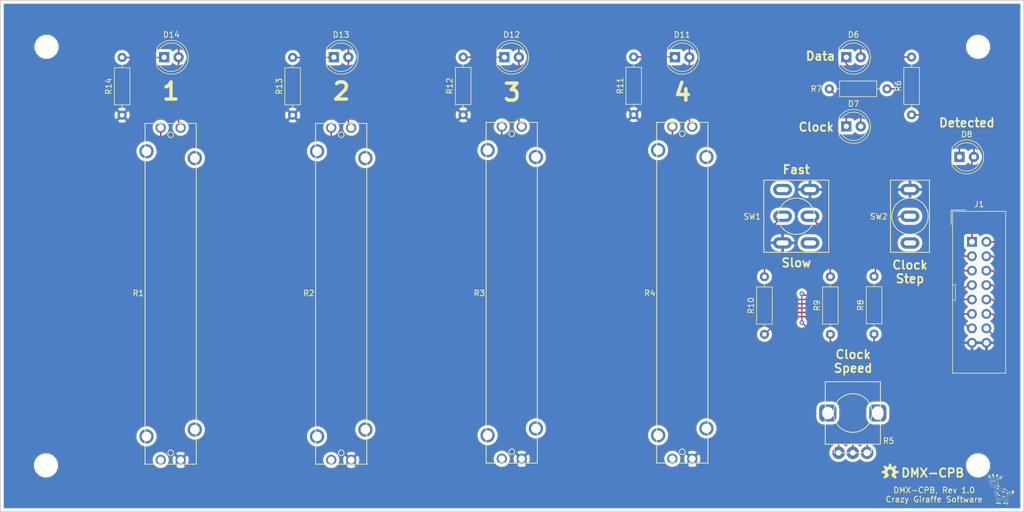
<source format=kicad_pcb>
(kicad_pcb (version 20171130) (host pcbnew "(5.0.0)")

  (general
    (thickness 1.6)
    (drawings 107)
    (tracks 162)
    (zones 0)
    (modules 30)
    (nets 28)
  )

  (page A4)
  (title_block
    (title "DMX Demonstrator - Control-Pro (DMX-CPB)")
    (date 2020-09-25)
    (rev 1.0)
    (company "Crazy Giraffe Software")
    (comment 2 "Designed by: SparkyBobo")
    (comment 3 https://creativecommons.org/licenses/by-sa/4.0/)
    (comment 4 "Released under the Creative Commons Attribution Share-Alike 4.0m License")
  )

  (layers
    (0 F.Cu signal)
    (31 B.Cu signal)
    (32 B.Adhes user hide)
    (33 F.Adhes user hide)
    (34 B.Paste user hide)
    (35 F.Paste user hide)
    (36 B.SilkS user)
    (37 F.SilkS user)
    (38 B.Mask user hide)
    (39 F.Mask user hide)
    (40 Dwgs.User user hide)
    (41 Cmts.User user hide)
    (42 Eco1.User user hide)
    (43 Eco2.User user hide)
    (44 Edge.Cuts user)
    (45 Margin user hide)
    (46 B.CrtYd user hide)
    (47 F.CrtYd user hide)
    (48 B.Fab user hide)
    (49 F.Fab user hide)
  )

  (setup
    (last_trace_width 0.25)
    (trace_clearance 0.2)
    (zone_clearance 0.508)
    (zone_45_only no)
    (trace_min 0.2)
    (segment_width 0.1)
    (edge_width 0.1524)
    (via_size 0.8)
    (via_drill 0.4)
    (via_min_size 0.4)
    (via_min_drill 0.3)
    (uvia_size 0.3)
    (uvia_drill 0.1)
    (uvias_allowed no)
    (uvia_min_size 0.2)
    (uvia_min_drill 0.1)
    (pcb_text_width 0.3)
    (pcb_text_size 1.5 1.5)
    (mod_edge_width 0.15)
    (mod_text_size 1 1)
    (mod_text_width 0.15)
    (pad_size 3.302 2)
    (pad_drill 2.159)
    (pad_to_mask_clearance 0.2)
    (aux_axis_origin 0 0)
    (visible_elements 7FFFFFFF)
    (pcbplotparams
      (layerselection 0x010fc_ffffffff)
      (usegerberextensions false)
      (usegerberattributes false)
      (usegerberadvancedattributes false)
      (creategerberjobfile false)
      (excludeedgelayer true)
      (linewidth 0.100000)
      (plotframeref false)
      (viasonmask false)
      (mode 1)
      (useauxorigin false)
      (hpglpennumber 1)
      (hpglpenspeed 20)
      (hpglpendiameter 15.000000)
      (psnegative false)
      (psa4output false)
      (plotreference true)
      (plotvalue true)
      (plotinvisibletext false)
      (padsonsilk false)
      (subtractmaskfromsilk false)
      (outputformat 1)
      (mirror false)
      (drillshape 1)
      (scaleselection 1)
      (outputdirectory ""))
  )

  (net 0 "")
  (net 1 GND)
  (net 2 "Net-(J1-Pad6)")
  (net 3 "Net-(J1-Pad8)")
  (net 4 +5V)
  (net 5 "Net-(J1-Pad2)")
  (net 6 "Net-(J1-Pad3)")
  (net 7 "Net-(J1-Pad4)")
  (net 8 "Net-(J1-Pad5)")
  (net 9 "Net-(J1-Pad7)")
  (net 10 "Net-(J1-Pad9)")
  (net 11 "Net-(J1-Pad10)")
  (net 12 "Net-(SW2-Pad1)")
  (net 13 "Net-(J1-Pad12)")
  (net 14 "Net-(D7-Pad1)")
  (net 15 "Net-(D6-Pad1)")
  (net 16 "Net-(J1-Pad14)")
  (net 17 "Net-(J1-Pad11)")
  (net 18 "Net-(J1-Pad13)")
  (net 19 "Net-(D14-Pad1)")
  (net 20 "Net-(D13-Pad1)")
  (net 21 "Net-(D12-Pad1)")
  (net 22 "Net-(D11-Pad1)")
  (net 23 "Net-(R10-Pad2)")
  (net 24 "Net-(D8-Pad1)")
  (net 25 "Net-(R9-Pad2)")
  (net 26 "Net-(SW1-Pad1)")
  (net 27 "Net-(SW1-Pad6)")

  (net_class Default "This is the default net class."
    (clearance 0.2)
    (trace_width 0.25)
    (via_dia 0.8)
    (via_drill 0.4)
    (uvia_dia 0.3)
    (uvia_drill 0.1)
    (add_net +5V)
    (add_net GND)
    (add_net "Net-(D11-Pad1)")
    (add_net "Net-(D12-Pad1)")
    (add_net "Net-(D13-Pad1)")
    (add_net "Net-(D14-Pad1)")
    (add_net "Net-(D6-Pad1)")
    (add_net "Net-(D7-Pad1)")
    (add_net "Net-(D8-Pad1)")
    (add_net "Net-(J1-Pad10)")
    (add_net "Net-(J1-Pad11)")
    (add_net "Net-(J1-Pad12)")
    (add_net "Net-(J1-Pad13)")
    (add_net "Net-(J1-Pad14)")
    (add_net "Net-(J1-Pad2)")
    (add_net "Net-(J1-Pad3)")
    (add_net "Net-(J1-Pad4)")
    (add_net "Net-(J1-Pad5)")
    (add_net "Net-(J1-Pad6)")
    (add_net "Net-(J1-Pad7)")
    (add_net "Net-(J1-Pad8)")
    (add_net "Net-(J1-Pad9)")
    (add_net "Net-(R10-Pad2)")
    (add_net "Net-(R9-Pad2)")
    (add_net "Net-(SW1-Pad1)")
    (add_net "Net-(SW1-Pad6)")
    (add_net "Net-(SW2-Pad1)")
  )

  (module Resistor_THT:R_Axial_DIN0207_L6.3mm_D2.5mm_P10.16mm_Horizontal (layer F.Cu) (tedit 5AE5139B) (tstamp 5F99D885)
    (at 210 108 90)
    (descr "Resistor, Axial_DIN0207 series, Axial, Horizontal, pin pitch=10.16mm, 0.25W = 1/4W, length*diameter=6.3*2.5mm^2, http://cdn-reichelt.de/documents/datenblatt/B400/1_4W%23YAG.pdf")
    (tags "Resistor Axial_DIN0207 series Axial Horizontal pin pitch 10.16mm 0.25W = 1/4W length 6.3mm diameter 2.5mm")
    (path /5F66157A)
    (fp_text reference R9 (at 5.08 -2.37 90) (layer F.SilkS)
      (effects (font (size 1 1) (thickness 0.15)))
    )
    (fp_text value 330 (at 5.08 2.37 90) (layer F.Fab)
      (effects (font (size 1 1) (thickness 0.15)))
    )
    (fp_line (start 1.93 -1.25) (end 1.93 1.25) (layer F.Fab) (width 0.1))
    (fp_line (start 1.93 1.25) (end 8.23 1.25) (layer F.Fab) (width 0.1))
    (fp_line (start 8.23 1.25) (end 8.23 -1.25) (layer F.Fab) (width 0.1))
    (fp_line (start 8.23 -1.25) (end 1.93 -1.25) (layer F.Fab) (width 0.1))
    (fp_line (start 0 0) (end 1.93 0) (layer F.Fab) (width 0.1))
    (fp_line (start 10.16 0) (end 8.23 0) (layer F.Fab) (width 0.1))
    (fp_line (start 1.81 -1.37) (end 1.81 1.37) (layer F.SilkS) (width 0.12))
    (fp_line (start 1.81 1.37) (end 8.35 1.37) (layer F.SilkS) (width 0.12))
    (fp_line (start 8.35 1.37) (end 8.35 -1.37) (layer F.SilkS) (width 0.12))
    (fp_line (start 8.35 -1.37) (end 1.81 -1.37) (layer F.SilkS) (width 0.12))
    (fp_line (start 1.04 0) (end 1.81 0) (layer F.SilkS) (width 0.12))
    (fp_line (start 9.12 0) (end 8.35 0) (layer F.SilkS) (width 0.12))
    (fp_line (start -1.05 -1.5) (end -1.05 1.5) (layer F.CrtYd) (width 0.05))
    (fp_line (start -1.05 1.5) (end 11.21 1.5) (layer F.CrtYd) (width 0.05))
    (fp_line (start 11.21 1.5) (end 11.21 -1.5) (layer F.CrtYd) (width 0.05))
    (fp_line (start 11.21 -1.5) (end -1.05 -1.5) (layer F.CrtYd) (width 0.05))
    (fp_text user %R (at 5.08 0 90) (layer F.Fab)
      (effects (font (size 1 1) (thickness 0.15)))
    )
    (pad 1 thru_hole circle (at 0 0 90) (size 1.6 1.6) (drill 0.8) (layers *.Cu *.Mask)
      (net 11 "Net-(J1-Pad10)"))
    (pad 2 thru_hole oval (at 10.16 0 90) (size 1.6 1.6) (drill 0.8) (layers *.Cu *.Mask)
      (net 25 "Net-(R9-Pad2)"))
    (model ${KISYS3DMOD}/Resistor_THT.3dshapes/R_Axial_DIN0207_L6.3mm_D2.5mm_P10.16mm_Horizontal.wrl
      (at (xyz 0 0 0))
      (scale (xyz 1 1 1))
      (rotate (xyz 0 0 0))
    )
  )

  (module footprints:BOURNS_PTA4543 (layer F.Cu) (tedit 5F62B30E) (tstamp 5F99D084)
    (at 123.94574 100.86392 180)
    (path /6856B4A4)
    (fp_text reference R2 (at 5.69574 0.11392 180) (layer F.SilkS)
      (effects (font (size 1 1) (thickness 0.15)))
    )
    (fp_text value 10k (at 0 -0.5 180) (layer F.Fab)
      (effects (font (size 1 1) (thickness 0.15)))
    )
    (fp_line (start 0 -30) (end 4.5 -30) (layer F.SilkS) (width 0.15))
    (fp_line (start 4.5 -30) (end 4.5 30) (layer F.SilkS) (width 0.15))
    (fp_line (start 4.5 30) (end -4.5 30) (layer F.SilkS) (width 0.15))
    (fp_line (start -4.5 30) (end -4.5 -30) (layer F.SilkS) (width 0.15))
    (fp_line (start -4.5 -30) (end 0 -30) (layer F.SilkS) (width 0.15))
    (fp_circle (center 0 -28) (end 0.5 -28) (layer F.SilkS) (width 0.15))
    (fp_circle (center 0 28) (end 0.5 28) (layer F.SilkS) (width 0.15))
    (fp_line (start 1 0) (end 1 -22.5) (layer F.Fab) (width 0.15))
    (fp_line (start 1 -22.5) (end -1 -22.5) (layer F.Fab) (width 0.15))
    (fp_line (start -1 -22.5) (end -1 22.5) (layer F.Fab) (width 0.15))
    (fp_line (start -1 22.5) (end 1 22.5) (layer F.Fab) (width 0.15))
    (fp_line (start 1 22.5) (end 1 0) (layer F.Fab) (width 0.15))
    (fp_line (start 5.5 30.15) (end -5.5 30.15) (layer F.CrtYd) (width 0.15))
    (fp_line (start -5.5 30.15) (end -5.5 -30.15) (layer F.CrtYd) (width 0.15))
    (fp_line (start -5.5 -30.15) (end 5.5 -30.15) (layer F.CrtYd) (width 0.15))
    (fp_line (start 5.5 30.15) (end 5.5 -30.15) (layer F.CrtYd) (width 0.15))
    (pad 1 thru_hole circle (at -1.75 29.25 180) (size 1.8 1.8) (drill 1.2) (layers *.Cu *.Mask)
      (net 4 +5V))
    (pad 2 thru_hole circle (at 1.75 29.25 180) (size 1.8 1.8) (drill 1.2) (layers *.Cu *.Mask)
      (net 17 "Net-(J1-Pad11)"))
    (pad 3 thru_hole circle (at -1.75 -29.25 180) (size 1.8 1.8) (drill 1.2) (layers *.Cu *.Mask)
      (net 1 GND))
    (pad 4 thru_hole circle (at 1.75 -29.25 180) (size 1.8 1.8) (drill 1.2) (layers *.Cu *.Mask))
    (pad 5 thru_hole circle (at -4.25 23.9 180) (size 2.5 2.5) (drill 1.7) (layers *.Cu *.Mask))
    (pad 6 thru_hole circle (at 4.25 25.1 180) (size 2.5 2.5) (drill 1.7) (layers *.Cu *.Mask))
    (pad 7 thru_hole circle (at -4.25 -23.9 180) (size 2.5 2.5) (drill 1.7) (layers *.Cu *.Mask))
    (pad 8 thru_hole circle (at 4.25 -25.1 180) (size 2.5 2.5) (drill 1.7) (layers *.Cu *.Mask))
  )

  (module Resistor_THT:R_Axial_DIN0207_L6.3mm_D2.5mm_P10.16mm_Horizontal (layer F.Cu) (tedit 5AE5139B) (tstamp 5F709D46)
    (at 85.4 69.4 90)
    (descr "Resistor, Axial_DIN0207 series, Axial, Horizontal, pin pitch=10.16mm, 0.25W = 1/4W, length*diameter=6.3*2.5mm^2, http://cdn-reichelt.de/documents/datenblatt/B400/1_4W%23YAG.pdf")
    (tags "Resistor Axial_DIN0207 series Axial Horizontal pin pitch 10.16mm 0.25W = 1/4W length 6.3mm diameter 2.5mm")
    (path /5F5CB875)
    (fp_text reference R14 (at 5.08 -2.37 90) (layer F.SilkS)
      (effects (font (size 1 1) (thickness 0.15)))
    )
    (fp_text value 330 (at 5.08 2.37 90) (layer F.Fab)
      (effects (font (size 1 1) (thickness 0.15)))
    )
    (fp_line (start 1.93 -1.25) (end 1.93 1.25) (layer F.Fab) (width 0.1))
    (fp_line (start 1.93 1.25) (end 8.23 1.25) (layer F.Fab) (width 0.1))
    (fp_line (start 8.23 1.25) (end 8.23 -1.25) (layer F.Fab) (width 0.1))
    (fp_line (start 8.23 -1.25) (end 1.93 -1.25) (layer F.Fab) (width 0.1))
    (fp_line (start 0 0) (end 1.93 0) (layer F.Fab) (width 0.1))
    (fp_line (start 10.16 0) (end 8.23 0) (layer F.Fab) (width 0.1))
    (fp_line (start 1.81 -1.37) (end 1.81 1.37) (layer F.SilkS) (width 0.12))
    (fp_line (start 1.81 1.37) (end 8.35 1.37) (layer F.SilkS) (width 0.12))
    (fp_line (start 8.35 1.37) (end 8.35 -1.37) (layer F.SilkS) (width 0.12))
    (fp_line (start 8.35 -1.37) (end 1.81 -1.37) (layer F.SilkS) (width 0.12))
    (fp_line (start 1.04 0) (end 1.81 0) (layer F.SilkS) (width 0.12))
    (fp_line (start 9.12 0) (end 8.35 0) (layer F.SilkS) (width 0.12))
    (fp_line (start -1.05 -1.5) (end -1.05 1.5) (layer F.CrtYd) (width 0.05))
    (fp_line (start -1.05 1.5) (end 11.21 1.5) (layer F.CrtYd) (width 0.05))
    (fp_line (start 11.21 1.5) (end 11.21 -1.5) (layer F.CrtYd) (width 0.05))
    (fp_line (start 11.21 -1.5) (end -1.05 -1.5) (layer F.CrtYd) (width 0.05))
    (fp_text user %R (at 5.08 0 90) (layer F.Fab)
      (effects (font (size 1 1) (thickness 0.15)))
    )
    (pad 1 thru_hole circle (at 0 0 90) (size 1.6 1.6) (drill 0.8) (layers *.Cu *.Mask)
      (net 1 GND))
    (pad 2 thru_hole oval (at 10.16 0 90) (size 1.6 1.6) (drill 0.8) (layers *.Cu *.Mask)
      (net 19 "Net-(D14-Pad1)"))
    (model ${KISYS3DMOD}/Resistor_THT.3dshapes/R_Axial_DIN0207_L6.3mm_D2.5mm_P10.16mm_Horizontal.wrl
      (at (xyz 0 0 0))
      (scale (xyz 1 1 1))
      (rotate (xyz 0 0 0))
    )
  )

  (module footprints:BOURNS_PTA4543 (layer F.Cu) (tedit 5F62B30E) (tstamp 5F99D09F)
    (at 93.94574 100.86392 180)
    (path /68572285)
    (fp_text reference R1 (at 5.69574 0.11392 180) (layer F.SilkS)
      (effects (font (size 1 1) (thickness 0.15)))
    )
    (fp_text value 10k (at 0 -0.5 180) (layer F.Fab)
      (effects (font (size 1 1) (thickness 0.15)))
    )
    (fp_line (start 5.5 30.15) (end 5.5 -30.15) (layer F.CrtYd) (width 0.15))
    (fp_line (start -5.5 -30.15) (end 5.5 -30.15) (layer F.CrtYd) (width 0.15))
    (fp_line (start -5.5 30.15) (end -5.5 -30.15) (layer F.CrtYd) (width 0.15))
    (fp_line (start 5.5 30.15) (end -5.5 30.15) (layer F.CrtYd) (width 0.15))
    (fp_line (start 1 22.5) (end 1 0) (layer F.Fab) (width 0.15))
    (fp_line (start -1 22.5) (end 1 22.5) (layer F.Fab) (width 0.15))
    (fp_line (start -1 -22.5) (end -1 22.5) (layer F.Fab) (width 0.15))
    (fp_line (start 1 -22.5) (end -1 -22.5) (layer F.Fab) (width 0.15))
    (fp_line (start 1 0) (end 1 -22.5) (layer F.Fab) (width 0.15))
    (fp_circle (center 0 28) (end 0.5 28) (layer F.SilkS) (width 0.15))
    (fp_circle (center 0 -28) (end 0.5 -28) (layer F.SilkS) (width 0.15))
    (fp_line (start -4.5 -30) (end 0 -30) (layer F.SilkS) (width 0.15))
    (fp_line (start -4.5 30) (end -4.5 -30) (layer F.SilkS) (width 0.15))
    (fp_line (start 4.5 30) (end -4.5 30) (layer F.SilkS) (width 0.15))
    (fp_line (start 4.5 -30) (end 4.5 30) (layer F.SilkS) (width 0.15))
    (fp_line (start 0 -30) (end 4.5 -30) (layer F.SilkS) (width 0.15))
    (pad 8 thru_hole circle (at 4.25 -25.1 180) (size 2.5 2.5) (drill 1.7) (layers *.Cu *.Mask))
    (pad 7 thru_hole circle (at -4.25 -23.9 180) (size 2.5 2.5) (drill 1.7) (layers *.Cu *.Mask))
    (pad 6 thru_hole circle (at 4.25 25.1 180) (size 2.5 2.5) (drill 1.7) (layers *.Cu *.Mask))
    (pad 5 thru_hole circle (at -4.25 23.9 180) (size 2.5 2.5) (drill 1.7) (layers *.Cu *.Mask))
    (pad 4 thru_hole circle (at 1.75 -29.25 180) (size 1.8 1.8) (drill 1.2) (layers *.Cu *.Mask))
    (pad 3 thru_hole circle (at -1.75 -29.25 180) (size 1.8 1.8) (drill 1.2) (layers *.Cu *.Mask)
      (net 1 GND))
    (pad 2 thru_hole circle (at 1.75 29.25 180) (size 1.8 1.8) (drill 1.2) (layers *.Cu *.Mask)
      (net 18 "Net-(J1-Pad13)"))
    (pad 1 thru_hole circle (at -1.75 29.25 180) (size 1.8 1.8) (drill 1.2) (layers *.Cu *.Mask)
      (net 4 +5V))
  )

  (module footprints:BOURNS_PTA4543 (layer F.Cu) (tedit 5F62B30E) (tstamp 5F99D069)
    (at 183.94574 100.66392 180)
    (path /6841DDA3)
    (fp_text reference R4 (at 5.69574 -0.08608 180) (layer F.SilkS)
      (effects (font (size 1 1) (thickness 0.15)))
    )
    (fp_text value 10k (at 0 -0.5 180) (layer F.Fab)
      (effects (font (size 1 1) (thickness 0.15)))
    )
    (fp_line (start 5.5 30.15) (end 5.5 -30.15) (layer F.CrtYd) (width 0.15))
    (fp_line (start -5.5 -30.15) (end 5.5 -30.15) (layer F.CrtYd) (width 0.15))
    (fp_line (start -5.5 30.15) (end -5.5 -30.15) (layer F.CrtYd) (width 0.15))
    (fp_line (start 5.5 30.15) (end -5.5 30.15) (layer F.CrtYd) (width 0.15))
    (fp_line (start 1 22.5) (end 1 0) (layer F.Fab) (width 0.15))
    (fp_line (start -1 22.5) (end 1 22.5) (layer F.Fab) (width 0.15))
    (fp_line (start -1 -22.5) (end -1 22.5) (layer F.Fab) (width 0.15))
    (fp_line (start 1 -22.5) (end -1 -22.5) (layer F.Fab) (width 0.15))
    (fp_line (start 1 0) (end 1 -22.5) (layer F.Fab) (width 0.15))
    (fp_circle (center 0 28) (end 0.5 28) (layer F.SilkS) (width 0.15))
    (fp_circle (center 0 -28) (end 0.5 -28) (layer F.SilkS) (width 0.15))
    (fp_line (start -4.5 -30) (end 0 -30) (layer F.SilkS) (width 0.15))
    (fp_line (start -4.5 30) (end -4.5 -30) (layer F.SilkS) (width 0.15))
    (fp_line (start 4.5 30) (end -4.5 30) (layer F.SilkS) (width 0.15))
    (fp_line (start 4.5 -30) (end 4.5 30) (layer F.SilkS) (width 0.15))
    (fp_line (start 0 -30) (end 4.5 -30) (layer F.SilkS) (width 0.15))
    (pad 8 thru_hole circle (at 4.25 -25.1 180) (size 2.5 2.5) (drill 1.7) (layers *.Cu *.Mask))
    (pad 7 thru_hole circle (at -4.25 -23.9 180) (size 2.5 2.5) (drill 1.7) (layers *.Cu *.Mask))
    (pad 6 thru_hole circle (at 4.25 25.1 180) (size 2.5 2.5) (drill 1.7) (layers *.Cu *.Mask))
    (pad 5 thru_hole circle (at -4.25 23.9 180) (size 2.5 2.5) (drill 1.7) (layers *.Cu *.Mask))
    (pad 4 thru_hole circle (at 1.75 -29.25 180) (size 1.8 1.8) (drill 1.2) (layers *.Cu *.Mask))
    (pad 3 thru_hole circle (at -1.75 -29.25 180) (size 1.8 1.8) (drill 1.2) (layers *.Cu *.Mask)
      (net 1 GND))
    (pad 2 thru_hole circle (at 1.75 29.25 180) (size 1.8 1.8) (drill 1.2) (layers *.Cu *.Mask)
      (net 9 "Net-(J1-Pad7)"))
    (pad 1 thru_hole circle (at -1.75 29.25 180) (size 1.8 1.8) (drill 1.2) (layers *.Cu *.Mask)
      (net 4 +5V))
  )

  (module footprints:BOURNS_PTA4543 (layer F.Cu) (tedit 5F62B30E) (tstamp 5F99D04E)
    (at 153.94574 100.66392 180)
    (path /6856B32E)
    (fp_text reference R3 (at 5.69574 -0.08608 180) (layer F.SilkS)
      (effects (font (size 1 1) (thickness 0.15)))
    )
    (fp_text value 10k (at 0 -0.5 180) (layer F.Fab)
      (effects (font (size 1 1) (thickness 0.15)))
    )
    (fp_line (start 0 -30) (end 4.5 -30) (layer F.SilkS) (width 0.15))
    (fp_line (start 4.5 -30) (end 4.5 30) (layer F.SilkS) (width 0.15))
    (fp_line (start 4.5 30) (end -4.5 30) (layer F.SilkS) (width 0.15))
    (fp_line (start -4.5 30) (end -4.5 -30) (layer F.SilkS) (width 0.15))
    (fp_line (start -4.5 -30) (end 0 -30) (layer F.SilkS) (width 0.15))
    (fp_circle (center 0 -28) (end 0.5 -28) (layer F.SilkS) (width 0.15))
    (fp_circle (center 0 28) (end 0.5 28) (layer F.SilkS) (width 0.15))
    (fp_line (start 1 0) (end 1 -22.5) (layer F.Fab) (width 0.15))
    (fp_line (start 1 -22.5) (end -1 -22.5) (layer F.Fab) (width 0.15))
    (fp_line (start -1 -22.5) (end -1 22.5) (layer F.Fab) (width 0.15))
    (fp_line (start -1 22.5) (end 1 22.5) (layer F.Fab) (width 0.15))
    (fp_line (start 1 22.5) (end 1 0) (layer F.Fab) (width 0.15))
    (fp_line (start 5.5 30.15) (end -5.5 30.15) (layer F.CrtYd) (width 0.15))
    (fp_line (start -5.5 30.15) (end -5.5 -30.15) (layer F.CrtYd) (width 0.15))
    (fp_line (start -5.5 -30.15) (end 5.5 -30.15) (layer F.CrtYd) (width 0.15))
    (fp_line (start 5.5 30.15) (end 5.5 -30.15) (layer F.CrtYd) (width 0.15))
    (pad 1 thru_hole circle (at -1.75 29.25 180) (size 1.8 1.8) (drill 1.2) (layers *.Cu *.Mask)
      (net 4 +5V))
    (pad 2 thru_hole circle (at 1.75 29.25 180) (size 1.8 1.8) (drill 1.2) (layers *.Cu *.Mask)
      (net 10 "Net-(J1-Pad9)"))
    (pad 3 thru_hole circle (at -1.75 -29.25 180) (size 1.8 1.8) (drill 1.2) (layers *.Cu *.Mask)
      (net 1 GND))
    (pad 4 thru_hole circle (at 1.75 -29.25 180) (size 1.8 1.8) (drill 1.2) (layers *.Cu *.Mask))
    (pad 5 thru_hole circle (at -4.25 23.9 180) (size 2.5 2.5) (drill 1.7) (layers *.Cu *.Mask))
    (pad 6 thru_hole circle (at 4.25 25.1 180) (size 2.5 2.5) (drill 1.7) (layers *.Cu *.Mask))
    (pad 7 thru_hole circle (at -4.25 -23.9 180) (size 2.5 2.5) (drill 1.7) (layers *.Cu *.Mask))
    (pad 8 thru_hole circle (at 4.25 -25.1 180) (size 2.5 2.5) (drill 1.7) (layers *.Cu *.Mask))
  )

  (module footprints:BOURNS_PTV09A_1 (layer F.Cu) (tedit 5F62B2B8) (tstamp 5F99D03A)
    (at 213.95 121.85)
    (path /6BF51D50)
    (fp_text reference R5 (at 6.3 4.9) (layer F.SilkS)
      (effects (font (size 1 1) (thickness 0.15)))
    )
    (fp_text value 10k (at 0 -0.5) (layer F.Fab)
      (effects (font (size 1 1) (thickness 0.15)))
    )
    (fp_line (start -3.25 7) (end -3.25 5.5) (layer F.SilkS) (width 0.15))
    (fp_line (start 3.25 7) (end 3.25 5.5) (layer F.SilkS) (width 0.15))
    (fp_line (start -3.25 7) (end 3.25 7) (layer F.SilkS) (width 0.15))
    (fp_circle (center 0 0) (end 3.4 0) (layer F.SilkS) (width 0.15))
    (fp_line (start -4.85 -5.5) (end 4.85 -5.5) (layer F.SilkS) (width 0.15))
    (fp_line (start 4.85 -5.5) (end 4.85 5.5) (layer F.SilkS) (width 0.15))
    (fp_line (start 4.85 5.5) (end -4.85 5.5) (layer F.SilkS) (width 0.15))
    (fp_line (start -4.85 5.5) (end -4.85 -5.5) (layer F.SilkS) (width 0.15))
    (fp_line (start -6 -6) (end 6 -6) (layer F.CrtYd) (width 0.15))
    (fp_line (start 6 -6) (end 6 8.5) (layer F.CrtYd) (width 0.15))
    (fp_line (start 6 8.5) (end -6 8.5) (layer F.CrtYd) (width 0.15))
    (fp_line (start -6 8.5) (end -6 -6) (layer F.CrtYd) (width 0.15))
    (pad 1 thru_hole circle (at -2.5 7) (size 2.2 2.2) (drill 1) (layers *.Cu *.Mask)
      (net 2 "Net-(J1-Pad6)"))
    (pad 2 thru_hole circle (at 0 7) (size 2.2 2.2) (drill 1) (layers *.Cu *.Mask)
      (net 7 "Net-(J1-Pad4)"))
    (pad 3 thru_hole circle (at 2.5 7) (size 2.2 2.2) (drill 1.2) (layers *.Cu *.Mask)
      (net 5 "Net-(J1-Pad2)"))
    (pad 4 thru_hole roundrect (at -4.4 0) (size 3 3) (drill oval 2 2.2) (layers *.Cu *.Mask) (roundrect_rratio 0.25))
    (pad 5 thru_hole roundrect (at 4.4 0) (size 3 3) (drill oval 2 2.4) (layers *.Cu *.Mask) (roundrect_rratio 0.25))
  )

  (module footprints:ESWITCH_100_DPDT_M1 (layer F.Cu) (tedit 5F6FA4A7) (tstamp 5F7E6DEC)
    (at 204 87.2 180)
    (path /5F35D083)
    (fp_text reference SW1 (at 7.75 -0.05 180) (layer F.SilkS)
      (effects (font (size 1 1) (thickness 0.15)))
    )
    (fp_text value CLOCK_SPEED (at 0 -0.5 180) (layer F.Fab)
      (effects (font (size 1 1) (thickness 0.15)))
    )
    (fp_line (start -5.715 -6.35) (end 5.715 -6.35) (layer F.SilkS) (width 0.15))
    (fp_line (start 5.715 -6.35) (end 5.715 6.35) (layer F.SilkS) (width 0.15))
    (fp_line (start 5.715 6.35) (end -5.715 6.35) (layer F.SilkS) (width 0.15))
    (fp_line (start -5.715 6.35) (end -5.715 -6.35) (layer F.SilkS) (width 0.15))
    (fp_circle (center 0 0) (end 3.175 0.4318) (layer F.SilkS) (width 0.15))
    (fp_line (start -5.842 -6.604) (end 5.842 -6.604) (layer F.CrtYd) (width 0.15))
    (fp_line (start 5.842 -6.604) (end 5.842 6.604) (layer F.CrtYd) (width 0.15))
    (fp_line (start 5.842 6.604) (end -5.842 6.604) (layer F.CrtYd) (width 0.15))
    (fp_line (start -5.842 6.604) (end -5.842 -6.5786) (layer F.CrtYd) (width 0.15))
    (pad 1 thru_hole oval (at -2.413 -4.699 180) (size 3.302 2) (drill oval 2.159 0.9) (layers *.Cu *.Mask)
      (net 26 "Net-(SW1-Pad1)"))
    (pad 2 thru_hole oval (at -2.413 0 180) (size 3.302 2) (drill oval 2.159 0.9) (layers *.Cu *.Mask)
      (net 25 "Net-(R9-Pad2)"))
    (pad 3 thru_hole oval (at -2.413 4.699 180) (size 3.302 2) (drill oval 2.159 0.9) (layers *.Cu *.Mask)
      (net 1 GND))
    (pad 4 thru_hole oval (at 2.413 -4.699 180) (size 3.302 2) (drill oval 2.159 0.9) (layers *.Cu *.Mask)
      (net 1 GND))
    (pad 5 thru_hole oval (at 2.413 0 180) (size 3.302 2) (drill oval 2.159 0.9) (layers *.Cu *.Mask)
      (net 23 "Net-(R10-Pad2)"))
    (pad 6 thru_hole oval (at 2.413 4.699 180) (size 3.302 2) (drill oval 2.159 0.9) (layers *.Cu *.Mask)
      (net 27 "Net-(SW1-Pad6)"))
  )

  (module footprints:ESWITCH_100_SPDT_M1 (layer F.Cu) (tedit 5F6FA4D5) (tstamp 5F7E6DDD)
    (at 224 87.2 180)
    (path /5F567A78)
    (fp_text reference SW2 (at 5.5 -0.05 180) (layer F.SilkS)
      (effects (font (size 1 1) (thickness 0.15)))
    )
    (fp_text value CLOCK_STEP (at 0 -0.5 180) (layer F.Fab)
      (effects (font (size 1 1) (thickness 0.15)))
    )
    (fp_line (start 3.429 -6.35) (end -3.429 -6.35) (layer F.SilkS) (width 0.15))
    (fp_line (start 3.429 6.35) (end 3.429 -6.35) (layer F.SilkS) (width 0.15))
    (fp_line (start 3.429 6.35) (end -3.429 6.35) (layer F.SilkS) (width 0.15))
    (fp_line (start -3.429 6.35) (end -3.429 -6.35) (layer F.SilkS) (width 0.15))
    (fp_line (start -3.556 -6.604) (end 3.556 -6.604) (layer F.CrtYd) (width 0.15))
    (fp_line (start 3.556 -6.604) (end 3.556 6.604) (layer F.CrtYd) (width 0.15))
    (fp_line (start 3.556 6.604) (end -3.556 6.604) (layer F.CrtYd) (width 0.15))
    (fp_line (start -3.556 6.604) (end -3.556 -6.5786) (layer F.CrtYd) (width 0.15))
    (fp_circle (center 0 0) (end 3.175 0.381) (layer F.SilkS) (width 0.15))
    (pad 1 thru_hole oval (at 0 -4.699 180) (size 3.302 2) (drill oval 2.159 0.9) (layers *.Cu *.Mask)
      (net 12 "Net-(SW2-Pad1)"))
    (pad 2 thru_hole oval (at 0 0 180) (size 3.302 2) (drill oval 2.159 0.9) (layers *.Cu *.Mask)
      (net 3 "Net-(J1-Pad8)"))
    (pad 3 thru_hole oval (at 0 4.699 180) (size 3.302 2) (drill oval 2.159 0.9) (layers *.Cu *.Mask)
      (net 1 GND))
  )

  (module Connector_IDC:IDC-Header_2x08_P2.54mm_Vertical (layer F.Cu) (tedit 59DE0341) (tstamp 5F709ED8)
    (at 234.9 91.7)
    (descr "Through hole straight IDC box header, 2x08, 2.54mm pitch, double rows")
    (tags "Through hole IDC box header THT 2x08 2.54mm double row")
    (path /5F560541)
    (fp_text reference J1 (at 1.27 -6.604) (layer F.SilkS)
      (effects (font (size 1 1) (thickness 0.15)))
    )
    (fp_text value OUTPUT (at 1.27 24.384) (layer F.Fab)
      (effects (font (size 1 1) (thickness 0.15)))
    )
    (fp_text user %R (at 1.27 8.89) (layer F.Fab)
      (effects (font (size 1 1) (thickness 0.15)))
    )
    (fp_line (start 5.695 -5.1) (end 5.695 22.88) (layer F.Fab) (width 0.1))
    (fp_line (start 5.145 -4.56) (end 5.145 22.32) (layer F.Fab) (width 0.1))
    (fp_line (start -3.155 -5.1) (end -3.155 22.88) (layer F.Fab) (width 0.1))
    (fp_line (start -2.605 -4.56) (end -2.605 6.64) (layer F.Fab) (width 0.1))
    (fp_line (start -2.605 11.14) (end -2.605 22.32) (layer F.Fab) (width 0.1))
    (fp_line (start -2.605 6.64) (end -3.155 6.64) (layer F.Fab) (width 0.1))
    (fp_line (start -2.605 11.14) (end -3.155 11.14) (layer F.Fab) (width 0.1))
    (fp_line (start 5.695 -5.1) (end -3.155 -5.1) (layer F.Fab) (width 0.1))
    (fp_line (start 5.145 -4.56) (end -2.605 -4.56) (layer F.Fab) (width 0.1))
    (fp_line (start 5.695 22.88) (end -3.155 22.88) (layer F.Fab) (width 0.1))
    (fp_line (start 5.145 22.32) (end -2.605 22.32) (layer F.Fab) (width 0.1))
    (fp_line (start 5.695 -5.1) (end 5.145 -4.56) (layer F.Fab) (width 0.1))
    (fp_line (start 5.695 22.88) (end 5.145 22.32) (layer F.Fab) (width 0.1))
    (fp_line (start -3.155 -5.1) (end -2.605 -4.56) (layer F.Fab) (width 0.1))
    (fp_line (start -3.155 22.88) (end -2.605 22.32) (layer F.Fab) (width 0.1))
    (fp_line (start 5.95 -5.35) (end 5.95 23.13) (layer F.CrtYd) (width 0.05))
    (fp_line (start 5.95 23.13) (end -3.41 23.13) (layer F.CrtYd) (width 0.05))
    (fp_line (start -3.41 23.13) (end -3.41 -5.35) (layer F.CrtYd) (width 0.05))
    (fp_line (start -3.41 -5.35) (end 5.95 -5.35) (layer F.CrtYd) (width 0.05))
    (fp_line (start 5.945 -5.35) (end 5.945 23.13) (layer F.SilkS) (width 0.12))
    (fp_line (start 5.945 23.13) (end -3.405 23.13) (layer F.SilkS) (width 0.12))
    (fp_line (start -3.405 23.13) (end -3.405 -5.35) (layer F.SilkS) (width 0.12))
    (fp_line (start -3.405 -5.35) (end 5.945 -5.35) (layer F.SilkS) (width 0.12))
    (fp_line (start -3.655 -5.6) (end -3.655 -3.06) (layer F.SilkS) (width 0.12))
    (fp_line (start -3.655 -5.6) (end -1.115 -5.6) (layer F.SilkS) (width 0.12))
    (pad 1 thru_hole rect (at 0 0) (size 1.7272 1.7272) (drill 1.016) (layers *.Cu *.Mask)
      (net 4 +5V))
    (pad 2 thru_hole oval (at 2.54 0) (size 1.7272 1.7272) (drill 1.016) (layers *.Cu *.Mask)
      (net 5 "Net-(J1-Pad2)"))
    (pad 3 thru_hole oval (at 0 2.54) (size 1.7272 1.7272) (drill 1.016) (layers *.Cu *.Mask)
      (net 6 "Net-(J1-Pad3)"))
    (pad 4 thru_hole oval (at 2.54 2.54) (size 1.7272 1.7272) (drill 1.016) (layers *.Cu *.Mask)
      (net 7 "Net-(J1-Pad4)"))
    (pad 5 thru_hole oval (at 0 5.08) (size 1.7272 1.7272) (drill 1.016) (layers *.Cu *.Mask)
      (net 8 "Net-(J1-Pad5)"))
    (pad 6 thru_hole oval (at 2.54 5.08) (size 1.7272 1.7272) (drill 1.016) (layers *.Cu *.Mask)
      (net 2 "Net-(J1-Pad6)"))
    (pad 7 thru_hole oval (at 0 7.62) (size 1.7272 1.7272) (drill 1.016) (layers *.Cu *.Mask)
      (net 9 "Net-(J1-Pad7)"))
    (pad 8 thru_hole oval (at 2.54 7.62) (size 1.7272 1.7272) (drill 1.016) (layers *.Cu *.Mask)
      (net 3 "Net-(J1-Pad8)"))
    (pad 9 thru_hole oval (at 0 10.16) (size 1.7272 1.7272) (drill 1.016) (layers *.Cu *.Mask)
      (net 10 "Net-(J1-Pad9)"))
    (pad 10 thru_hole oval (at 2.54 10.16) (size 1.7272 1.7272) (drill 1.016) (layers *.Cu *.Mask)
      (net 11 "Net-(J1-Pad10)"))
    (pad 11 thru_hole oval (at 0 12.7) (size 1.7272 1.7272) (drill 1.016) (layers *.Cu *.Mask)
      (net 17 "Net-(J1-Pad11)"))
    (pad 12 thru_hole oval (at 2.54 12.7) (size 1.7272 1.7272) (drill 1.016) (layers *.Cu *.Mask)
      (net 13 "Net-(J1-Pad12)"))
    (pad 13 thru_hole oval (at 0 15.24) (size 1.7272 1.7272) (drill 1.016) (layers *.Cu *.Mask)
      (net 18 "Net-(J1-Pad13)"))
    (pad 14 thru_hole oval (at 2.54 15.24) (size 1.7272 1.7272) (drill 1.016) (layers *.Cu *.Mask)
      (net 16 "Net-(J1-Pad14)"))
    (pad 15 thru_hole oval (at 0 17.78) (size 1.7272 1.7272) (drill 1.016) (layers *.Cu *.Mask)
      (net 1 GND))
    (pad 16 thru_hole oval (at 2.54 17.78) (size 1.7272 1.7272) (drill 1.016) (layers *.Cu *.Mask)
      (net 1 GND))
    (model ${KISYS3DMOD}/Connector_IDC.3dshapes/IDC-Header_2x08_P2.54mm_Vertical.wrl
      (at (xyz 0 0 0))
      (scale (xyz 1 1 1))
      (rotate (xyz 0 0 0))
    )
  )

  (module LED_THT:LED_D5.0mm (layer F.Cu) (tedit 5995936A) (tstamp 5F709ED7)
    (at 92.8 59.2)
    (descr "LED, diameter 5.0mm, 2 pins, http://cdn-reichelt.de/documents/datenblatt/A500/LL-504BC2E-009.pdf")
    (tags "LED diameter 5.0mm 2 pins")
    (path /5F559491)
    (fp_text reference D14 (at 1.27 -3.96) (layer F.SilkS)
      (effects (font (size 1 1) (thickness 0.15)))
    )
    (fp_text value DIM0 (at 1.27 3.96) (layer F.Fab)
      (effects (font (size 1 1) (thickness 0.15)))
    )
    (fp_arc (start 1.27 0) (end -1.23 -1.469694) (angle 299.1) (layer F.Fab) (width 0.1))
    (fp_arc (start 1.27 0) (end -1.29 -1.54483) (angle 148.9) (layer F.SilkS) (width 0.12))
    (fp_arc (start 1.27 0) (end -1.29 1.54483) (angle -148.9) (layer F.SilkS) (width 0.12))
    (fp_circle (center 1.27 0) (end 3.77 0) (layer F.Fab) (width 0.1))
    (fp_circle (center 1.27 0) (end 3.77 0) (layer F.SilkS) (width 0.12))
    (fp_line (start -1.23 -1.469694) (end -1.23 1.469694) (layer F.Fab) (width 0.1))
    (fp_line (start -1.29 -1.545) (end -1.29 1.545) (layer F.SilkS) (width 0.12))
    (fp_line (start -1.95 -3.25) (end -1.95 3.25) (layer F.CrtYd) (width 0.05))
    (fp_line (start -1.95 3.25) (end 4.5 3.25) (layer F.CrtYd) (width 0.05))
    (fp_line (start 4.5 3.25) (end 4.5 -3.25) (layer F.CrtYd) (width 0.05))
    (fp_line (start 4.5 -3.25) (end -1.95 -3.25) (layer F.CrtYd) (width 0.05))
    (fp_text user %R (at 1.25 0) (layer F.Fab)
      (effects (font (size 0.8 0.8) (thickness 0.2)))
    )
    (pad 1 thru_hole rect (at 0 0) (size 1.8 1.8) (drill 0.9) (layers *.Cu *.Mask)
      (net 19 "Net-(D14-Pad1)"))
    (pad 2 thru_hole circle (at 2.54 0) (size 1.8 1.8) (drill 0.9) (layers *.Cu *.Mask)
      (net 4 +5V))
    (model ${KISYS3DMOD}/LED_THT.3dshapes/LED_D5.0mm.wrl
      (at (xyz 0 0 0))
      (scale (xyz 1 1 1))
      (rotate (xyz 0 0 0))
    )
  )

  (module LED_THT:LED_D5.0mm (layer F.Cu) (tedit 5995936A) (tstamp 5F709EC5)
    (at 152.66 59.2)
    (descr "LED, diameter 5.0mm, 2 pins, http://cdn-reichelt.de/documents/datenblatt/A500/LL-504BC2E-009.pdf")
    (tags "LED diameter 5.0mm 2 pins")
    (path /5F55949F)
    (fp_text reference D12 (at 1.27 -3.96) (layer F.SilkS)
      (effects (font (size 1 1) (thickness 0.15)))
    )
    (fp_text value DIM2 (at 1.27 3.96) (layer F.Fab)
      (effects (font (size 1 1) (thickness 0.15)))
    )
    (fp_text user %R (at 1.25 0) (layer F.Fab)
      (effects (font (size 0.8 0.8) (thickness 0.2)))
    )
    (fp_line (start 4.5 -3.25) (end -1.95 -3.25) (layer F.CrtYd) (width 0.05))
    (fp_line (start 4.5 3.25) (end 4.5 -3.25) (layer F.CrtYd) (width 0.05))
    (fp_line (start -1.95 3.25) (end 4.5 3.25) (layer F.CrtYd) (width 0.05))
    (fp_line (start -1.95 -3.25) (end -1.95 3.25) (layer F.CrtYd) (width 0.05))
    (fp_line (start -1.29 -1.545) (end -1.29 1.545) (layer F.SilkS) (width 0.12))
    (fp_line (start -1.23 -1.469694) (end -1.23 1.469694) (layer F.Fab) (width 0.1))
    (fp_circle (center 1.27 0) (end 3.77 0) (layer F.SilkS) (width 0.12))
    (fp_circle (center 1.27 0) (end 3.77 0) (layer F.Fab) (width 0.1))
    (fp_arc (start 1.27 0) (end -1.29 1.54483) (angle -148.9) (layer F.SilkS) (width 0.12))
    (fp_arc (start 1.27 0) (end -1.29 -1.54483) (angle 148.9) (layer F.SilkS) (width 0.12))
    (fp_arc (start 1.27 0) (end -1.23 -1.469694) (angle 299.1) (layer F.Fab) (width 0.1))
    (pad 2 thru_hole circle (at 2.54 0) (size 1.8 1.8) (drill 0.9) (layers *.Cu *.Mask)
      (net 4 +5V))
    (pad 1 thru_hole rect (at 0 0) (size 1.8 1.8) (drill 0.9) (layers *.Cu *.Mask)
      (net 21 "Net-(D12-Pad1)"))
    (model ${KISYS3DMOD}/LED_THT.3dshapes/LED_D5.0mm.wrl
      (at (xyz 0 0 0))
      (scale (xyz 1 1 1))
      (rotate (xyz 0 0 0))
    )
  )

  (module LED_THT:LED_D5.0mm (layer F.Cu) (tedit 5995936A) (tstamp 5F709EB3)
    (at 182.66 59.2)
    (descr "LED, diameter 5.0mm, 2 pins, http://cdn-reichelt.de/documents/datenblatt/A500/LL-504BC2E-009.pdf")
    (tags "LED diameter 5.0mm 2 pins")
    (path /5F5594A6)
    (fp_text reference D11 (at 1.27 -3.96) (layer F.SilkS)
      (effects (font (size 1 1) (thickness 0.15)))
    )
    (fp_text value DIM3 (at 1.27 3.96) (layer F.Fab)
      (effects (font (size 1 1) (thickness 0.15)))
    )
    (fp_arc (start 1.27 0) (end -1.23 -1.469694) (angle 299.1) (layer F.Fab) (width 0.1))
    (fp_arc (start 1.27 0) (end -1.29 -1.54483) (angle 148.9) (layer F.SilkS) (width 0.12))
    (fp_arc (start 1.27 0) (end -1.29 1.54483) (angle -148.9) (layer F.SilkS) (width 0.12))
    (fp_circle (center 1.27 0) (end 3.77 0) (layer F.Fab) (width 0.1))
    (fp_circle (center 1.27 0) (end 3.77 0) (layer F.SilkS) (width 0.12))
    (fp_line (start -1.23 -1.469694) (end -1.23 1.469694) (layer F.Fab) (width 0.1))
    (fp_line (start -1.29 -1.545) (end -1.29 1.545) (layer F.SilkS) (width 0.12))
    (fp_line (start -1.95 -3.25) (end -1.95 3.25) (layer F.CrtYd) (width 0.05))
    (fp_line (start -1.95 3.25) (end 4.5 3.25) (layer F.CrtYd) (width 0.05))
    (fp_line (start 4.5 3.25) (end 4.5 -3.25) (layer F.CrtYd) (width 0.05))
    (fp_line (start 4.5 -3.25) (end -1.95 -3.25) (layer F.CrtYd) (width 0.05))
    (fp_text user %R (at 1.25 0) (layer F.Fab)
      (effects (font (size 0.8 0.8) (thickness 0.2)))
    )
    (pad 1 thru_hole rect (at 0 0) (size 1.8 1.8) (drill 0.9) (layers *.Cu *.Mask)
      (net 22 "Net-(D11-Pad1)"))
    (pad 2 thru_hole circle (at 2.54 0) (size 1.8 1.8) (drill 0.9) (layers *.Cu *.Mask)
      (net 4 +5V))
    (model ${KISYS3DMOD}/LED_THT.3dshapes/LED_D5.0mm.wrl
      (at (xyz 0 0 0))
      (scale (xyz 1 1 1))
      (rotate (xyz 0 0 0))
    )
  )

  (module LED_THT:LED_D5.0mm (layer F.Cu) (tedit 5995936A) (tstamp 5F709E90)
    (at 232.71 76.75)
    (descr "LED, diameter 5.0mm, 2 pins, http://cdn-reichelt.de/documents/datenblatt/A500/LL-504BC2E-009.pdf")
    (tags "LED diameter 5.0mm 2 pins")
    (path /5F5594CF)
    (fp_text reference D8 (at 1.27 -3.96) (layer F.SilkS)
      (effects (font (size 1 1) (thickness 0.15)))
    )
    (fp_text value ACTIVE (at 1.27 3.96) (layer F.Fab)
      (effects (font (size 1 1) (thickness 0.15)))
    )
    (fp_text user %R (at 1.25 0) (layer F.Fab)
      (effects (font (size 0.8 0.8) (thickness 0.2)))
    )
    (fp_line (start 4.5 -3.25) (end -1.95 -3.25) (layer F.CrtYd) (width 0.05))
    (fp_line (start 4.5 3.25) (end 4.5 -3.25) (layer F.CrtYd) (width 0.05))
    (fp_line (start -1.95 3.25) (end 4.5 3.25) (layer F.CrtYd) (width 0.05))
    (fp_line (start -1.95 -3.25) (end -1.95 3.25) (layer F.CrtYd) (width 0.05))
    (fp_line (start -1.29 -1.545) (end -1.29 1.545) (layer F.SilkS) (width 0.12))
    (fp_line (start -1.23 -1.469694) (end -1.23 1.469694) (layer F.Fab) (width 0.1))
    (fp_circle (center 1.27 0) (end 3.77 0) (layer F.SilkS) (width 0.12))
    (fp_circle (center 1.27 0) (end 3.77 0) (layer F.Fab) (width 0.1))
    (fp_arc (start 1.27 0) (end -1.29 1.54483) (angle -148.9) (layer F.SilkS) (width 0.12))
    (fp_arc (start 1.27 0) (end -1.29 -1.54483) (angle 148.9) (layer F.SilkS) (width 0.12))
    (fp_arc (start 1.27 0) (end -1.23 -1.469694) (angle 299.1) (layer F.Fab) (width 0.1))
    (pad 2 thru_hole circle (at 2.54 0) (size 1.8 1.8) (drill 0.9) (layers *.Cu *.Mask)
      (net 4 +5V))
    (pad 1 thru_hole rect (at 0 0) (size 1.8 1.8) (drill 0.9) (layers *.Cu *.Mask)
      (net 24 "Net-(D8-Pad1)"))
    (model ${KISYS3DMOD}/LED_THT.3dshapes/LED_D5.0mm.wrl
      (at (xyz 0 0 0))
      (scale (xyz 1 1 1))
      (rotate (xyz 0 0 0))
    )
  )

  (module LED_THT:LED_D5.0mm (layer F.Cu) (tedit 5995936A) (tstamp 5F709E7E)
    (at 122.66 59.2)
    (descr "LED, diameter 5.0mm, 2 pins, http://cdn-reichelt.de/documents/datenblatt/A500/LL-504BC2E-009.pdf")
    (tags "LED diameter 5.0mm 2 pins")
    (path /5F559498)
    (fp_text reference D13 (at 1.27 -3.96) (layer F.SilkS)
      (effects (font (size 1 1) (thickness 0.15)))
    )
    (fp_text value DIM1 (at 1.27 3.96) (layer F.Fab)
      (effects (font (size 1 1) (thickness 0.15)))
    )
    (fp_arc (start 1.27 0) (end -1.23 -1.469694) (angle 299.1) (layer F.Fab) (width 0.1))
    (fp_arc (start 1.27 0) (end -1.29 -1.54483) (angle 148.9) (layer F.SilkS) (width 0.12))
    (fp_arc (start 1.27 0) (end -1.29 1.54483) (angle -148.9) (layer F.SilkS) (width 0.12))
    (fp_circle (center 1.27 0) (end 3.77 0) (layer F.Fab) (width 0.1))
    (fp_circle (center 1.27 0) (end 3.77 0) (layer F.SilkS) (width 0.12))
    (fp_line (start -1.23 -1.469694) (end -1.23 1.469694) (layer F.Fab) (width 0.1))
    (fp_line (start -1.29 -1.545) (end -1.29 1.545) (layer F.SilkS) (width 0.12))
    (fp_line (start -1.95 -3.25) (end -1.95 3.25) (layer F.CrtYd) (width 0.05))
    (fp_line (start -1.95 3.25) (end 4.5 3.25) (layer F.CrtYd) (width 0.05))
    (fp_line (start 4.5 3.25) (end 4.5 -3.25) (layer F.CrtYd) (width 0.05))
    (fp_line (start 4.5 -3.25) (end -1.95 -3.25) (layer F.CrtYd) (width 0.05))
    (fp_text user %R (at 1.25 0) (layer F.Fab)
      (effects (font (size 0.8 0.8) (thickness 0.2)))
    )
    (pad 1 thru_hole rect (at 0 0) (size 1.8 1.8) (drill 0.9) (layers *.Cu *.Mask)
      (net 20 "Net-(D13-Pad1)"))
    (pad 2 thru_hole circle (at 2.54 0) (size 1.8 1.8) (drill 0.9) (layers *.Cu *.Mask)
      (net 4 +5V))
    (model ${KISYS3DMOD}/LED_THT.3dshapes/LED_D5.0mm.wrl
      (at (xyz 0 0 0))
      (scale (xyz 1 1 1))
      (rotate (xyz 0 0 0))
    )
  )

  (module Resistor_THT:R_Axial_DIN0207_L6.3mm_D2.5mm_P10.16mm_Horizontal (layer F.Cu) (tedit 5AE5139B) (tstamp 5F709DCC)
    (at 217.678 107.95 90)
    (descr "Resistor, Axial_DIN0207 series, Axial, Horizontal, pin pitch=10.16mm, 0.25W = 1/4W, length*diameter=6.3*2.5mm^2, http://cdn-reichelt.de/documents/datenblatt/B400/1_4W%23YAG.pdf")
    (tags "Resistor Axial_DIN0207 series Axial Horizontal pin pitch 10.16mm 0.25W = 1/4W length 6.3mm diameter 2.5mm")
    (path /5F5CB682)
    (fp_text reference R8 (at 5.08 -2.37 90) (layer F.SilkS)
      (effects (font (size 1 1) (thickness 0.15)))
    )
    (fp_text value 330 (at 5.08 2.37 90) (layer F.Fab)
      (effects (font (size 1 1) (thickness 0.15)))
    )
    (fp_text user %R (at 5.08 0 90) (layer F.Fab)
      (effects (font (size 1 1) (thickness 0.15)))
    )
    (fp_line (start 11.21 -1.5) (end -1.05 -1.5) (layer F.CrtYd) (width 0.05))
    (fp_line (start 11.21 1.5) (end 11.21 -1.5) (layer F.CrtYd) (width 0.05))
    (fp_line (start -1.05 1.5) (end 11.21 1.5) (layer F.CrtYd) (width 0.05))
    (fp_line (start -1.05 -1.5) (end -1.05 1.5) (layer F.CrtYd) (width 0.05))
    (fp_line (start 9.12 0) (end 8.35 0) (layer F.SilkS) (width 0.12))
    (fp_line (start 1.04 0) (end 1.81 0) (layer F.SilkS) (width 0.12))
    (fp_line (start 8.35 -1.37) (end 1.81 -1.37) (layer F.SilkS) (width 0.12))
    (fp_line (start 8.35 1.37) (end 8.35 -1.37) (layer F.SilkS) (width 0.12))
    (fp_line (start 1.81 1.37) (end 8.35 1.37) (layer F.SilkS) (width 0.12))
    (fp_line (start 1.81 -1.37) (end 1.81 1.37) (layer F.SilkS) (width 0.12))
    (fp_line (start 10.16 0) (end 8.23 0) (layer F.Fab) (width 0.1))
    (fp_line (start 0 0) (end 1.93 0) (layer F.Fab) (width 0.1))
    (fp_line (start 8.23 -1.25) (end 1.93 -1.25) (layer F.Fab) (width 0.1))
    (fp_line (start 8.23 1.25) (end 8.23 -1.25) (layer F.Fab) (width 0.1))
    (fp_line (start 1.93 1.25) (end 8.23 1.25) (layer F.Fab) (width 0.1))
    (fp_line (start 1.93 -1.25) (end 1.93 1.25) (layer F.Fab) (width 0.1))
    (pad 2 thru_hole oval (at 10.16 0 90) (size 1.6 1.6) (drill 0.8) (layers *.Cu *.Mask)
      (net 24 "Net-(D8-Pad1)"))
    (pad 1 thru_hole circle (at 0 0 90) (size 1.6 1.6) (drill 0.8) (layers *.Cu *.Mask)
      (net 16 "Net-(J1-Pad14)"))
    (model ${KISYS3DMOD}/Resistor_THT.3dshapes/R_Axial_DIN0207_L6.3mm_D2.5mm_P10.16mm_Horizontal.wrl
      (at (xyz 0 0 0))
      (scale (xyz 1 1 1))
      (rotate (xyz 0 0 0))
    )
  )

  (module Resistor_THT:R_Axial_DIN0207_L6.3mm_D2.5mm_P10.16mm_Horizontal (layer F.Cu) (tedit 5AE5139B) (tstamp 5F709DB6)
    (at 219.964 64.77 180)
    (descr "Resistor, Axial_DIN0207 series, Axial, Horizontal, pin pitch=10.16mm, 0.25W = 1/4W, length*diameter=6.3*2.5mm^2, http://cdn-reichelt.de/documents/datenblatt/B400/1_4W%23YAG.pdf")
    (tags "Resistor Axial_DIN0207 series Axial Horizontal pin pitch 10.16mm 0.25W = 1/4W length 6.3mm diameter 2.5mm")
    (path /5F5B68BC)
    (fp_text reference R7 (at 12.446 0 180) (layer F.SilkS)
      (effects (font (size 1 1) (thickness 0.15)))
    )
    (fp_text value 330 (at 5.08 2.37 180) (layer F.Fab)
      (effects (font (size 1 1) (thickness 0.15)))
    )
    (fp_line (start 1.93 -1.25) (end 1.93 1.25) (layer F.Fab) (width 0.1))
    (fp_line (start 1.93 1.25) (end 8.23 1.25) (layer F.Fab) (width 0.1))
    (fp_line (start 8.23 1.25) (end 8.23 -1.25) (layer F.Fab) (width 0.1))
    (fp_line (start 8.23 -1.25) (end 1.93 -1.25) (layer F.Fab) (width 0.1))
    (fp_line (start 0 0) (end 1.93 0) (layer F.Fab) (width 0.1))
    (fp_line (start 10.16 0) (end 8.23 0) (layer F.Fab) (width 0.1))
    (fp_line (start 1.81 -1.37) (end 1.81 1.37) (layer F.SilkS) (width 0.12))
    (fp_line (start 1.81 1.37) (end 8.35 1.37) (layer F.SilkS) (width 0.12))
    (fp_line (start 8.35 1.37) (end 8.35 -1.37) (layer F.SilkS) (width 0.12))
    (fp_line (start 8.35 -1.37) (end 1.81 -1.37) (layer F.SilkS) (width 0.12))
    (fp_line (start 1.04 0) (end 1.81 0) (layer F.SilkS) (width 0.12))
    (fp_line (start 9.12 0) (end 8.35 0) (layer F.SilkS) (width 0.12))
    (fp_line (start -1.05 -1.5) (end -1.05 1.5) (layer F.CrtYd) (width 0.05))
    (fp_line (start -1.05 1.5) (end 11.21 1.5) (layer F.CrtYd) (width 0.05))
    (fp_line (start 11.21 1.5) (end 11.21 -1.5) (layer F.CrtYd) (width 0.05))
    (fp_line (start 11.21 -1.5) (end -1.05 -1.5) (layer F.CrtYd) (width 0.05))
    (fp_text user %R (at 5.08 0 180) (layer F.Fab)
      (effects (font (size 1 1) (thickness 0.15)))
    )
    (pad 1 thru_hole circle (at 0 0 180) (size 1.6 1.6) (drill 0.8) (layers *.Cu *.Mask)
      (net 6 "Net-(J1-Pad3)"))
    (pad 2 thru_hole oval (at 10.16 0 180) (size 1.6 1.6) (drill 0.8) (layers *.Cu *.Mask)
      (net 14 "Net-(D7-Pad1)"))
    (model ${KISYS3DMOD}/Resistor_THT.3dshapes/R_Axial_DIN0207_L6.3mm_D2.5mm_P10.16mm_Horizontal.wrl
      (at (xyz 0 0 0))
      (scale (xyz 1 1 1))
      (rotate (xyz 0 0 0))
    )
  )

  (module Resistor_THT:R_Axial_DIN0207_L6.3mm_D2.5mm_P10.16mm_Horizontal (layer F.Cu) (tedit 5AE5139B) (tstamp 5F99E301)
    (at 224.282 69.342 90)
    (descr "Resistor, Axial_DIN0207 series, Axial, Horizontal, pin pitch=10.16mm, 0.25W = 1/4W, length*diameter=6.3*2.5mm^2, http://cdn-reichelt.de/documents/datenblatt/B400/1_4W%23YAG.pdf")
    (tags "Resistor Axial_DIN0207 series Axial Horizontal pin pitch 10.16mm 0.25W = 1/4W length 6.3mm diameter 2.5mm")
    (path /5F5B0604)
    (fp_text reference R6 (at 5.08 -2.37 90) (layer F.SilkS)
      (effects (font (size 1 1) (thickness 0.15)))
    )
    (fp_text value 330 (at 5.08 2.37 90) (layer F.Fab)
      (effects (font (size 1 1) (thickness 0.15)))
    )
    (fp_text user %R (at 5.08 0 90) (layer F.Fab)
      (effects (font (size 1 1) (thickness 0.15)))
    )
    (fp_line (start 11.21 -1.5) (end -1.05 -1.5) (layer F.CrtYd) (width 0.05))
    (fp_line (start 11.21 1.5) (end 11.21 -1.5) (layer F.CrtYd) (width 0.05))
    (fp_line (start -1.05 1.5) (end 11.21 1.5) (layer F.CrtYd) (width 0.05))
    (fp_line (start -1.05 -1.5) (end -1.05 1.5) (layer F.CrtYd) (width 0.05))
    (fp_line (start 9.12 0) (end 8.35 0) (layer F.SilkS) (width 0.12))
    (fp_line (start 1.04 0) (end 1.81 0) (layer F.SilkS) (width 0.12))
    (fp_line (start 8.35 -1.37) (end 1.81 -1.37) (layer F.SilkS) (width 0.12))
    (fp_line (start 8.35 1.37) (end 8.35 -1.37) (layer F.SilkS) (width 0.12))
    (fp_line (start 1.81 1.37) (end 8.35 1.37) (layer F.SilkS) (width 0.12))
    (fp_line (start 1.81 -1.37) (end 1.81 1.37) (layer F.SilkS) (width 0.12))
    (fp_line (start 10.16 0) (end 8.23 0) (layer F.Fab) (width 0.1))
    (fp_line (start 0 0) (end 1.93 0) (layer F.Fab) (width 0.1))
    (fp_line (start 8.23 -1.25) (end 1.93 -1.25) (layer F.Fab) (width 0.1))
    (fp_line (start 8.23 1.25) (end 8.23 -1.25) (layer F.Fab) (width 0.1))
    (fp_line (start 1.93 1.25) (end 8.23 1.25) (layer F.Fab) (width 0.1))
    (fp_line (start 1.93 -1.25) (end 1.93 1.25) (layer F.Fab) (width 0.1))
    (pad 2 thru_hole oval (at 10.16 0 90) (size 1.6 1.6) (drill 0.8) (layers *.Cu *.Mask)
      (net 15 "Net-(D6-Pad1)"))
    (pad 1 thru_hole circle (at 0 0 90) (size 1.6 1.6) (drill 0.8) (layers *.Cu *.Mask)
      (net 8 "Net-(J1-Pad5)"))
    (model ${KISYS3DMOD}/Resistor_THT.3dshapes/R_Axial_DIN0207_L6.3mm_D2.5mm_P10.16mm_Horizontal.wrl
      (at (xyz 0 0 0))
      (scale (xyz 1 1 1))
      (rotate (xyz 0 0 0))
    )
  )

  (module Resistor_THT:R_Axial_DIN0207_L6.3mm_D2.5mm_P10.16mm_Horizontal (layer F.Cu) (tedit 5AE5139B) (tstamp 5F709D8A)
    (at 198.4 108 90)
    (descr "Resistor, Axial_DIN0207 series, Axial, Horizontal, pin pitch=10.16mm, 0.25W = 1/4W, length*diameter=6.3*2.5mm^2, http://cdn-reichelt.de/documents/datenblatt/B400/1_4W%23YAG.pdf")
    (tags "Resistor Axial_DIN0207 series Axial Horizontal pin pitch 10.16mm 0.25W = 1/4W length 6.3mm diameter 2.5mm")
    (path /5F6615D8)
    (fp_text reference R10 (at 5.08 -2.37 90) (layer F.SilkS)
      (effects (font (size 1 1) (thickness 0.15)))
    )
    (fp_text value 330 (at 5.08 2.37 90) (layer F.Fab)
      (effects (font (size 1 1) (thickness 0.15)))
    )
    (fp_line (start 1.93 -1.25) (end 1.93 1.25) (layer F.Fab) (width 0.1))
    (fp_line (start 1.93 1.25) (end 8.23 1.25) (layer F.Fab) (width 0.1))
    (fp_line (start 8.23 1.25) (end 8.23 -1.25) (layer F.Fab) (width 0.1))
    (fp_line (start 8.23 -1.25) (end 1.93 -1.25) (layer F.Fab) (width 0.1))
    (fp_line (start 0 0) (end 1.93 0) (layer F.Fab) (width 0.1))
    (fp_line (start 10.16 0) (end 8.23 0) (layer F.Fab) (width 0.1))
    (fp_line (start 1.81 -1.37) (end 1.81 1.37) (layer F.SilkS) (width 0.12))
    (fp_line (start 1.81 1.37) (end 8.35 1.37) (layer F.SilkS) (width 0.12))
    (fp_line (start 8.35 1.37) (end 8.35 -1.37) (layer F.SilkS) (width 0.12))
    (fp_line (start 8.35 -1.37) (end 1.81 -1.37) (layer F.SilkS) (width 0.12))
    (fp_line (start 1.04 0) (end 1.81 0) (layer F.SilkS) (width 0.12))
    (fp_line (start 9.12 0) (end 8.35 0) (layer F.SilkS) (width 0.12))
    (fp_line (start -1.05 -1.5) (end -1.05 1.5) (layer F.CrtYd) (width 0.05))
    (fp_line (start -1.05 1.5) (end 11.21 1.5) (layer F.CrtYd) (width 0.05))
    (fp_line (start 11.21 1.5) (end 11.21 -1.5) (layer F.CrtYd) (width 0.05))
    (fp_line (start 11.21 -1.5) (end -1.05 -1.5) (layer F.CrtYd) (width 0.05))
    (fp_text user %R (at 5.08 0 90) (layer F.Fab)
      (effects (font (size 1 1) (thickness 0.15)))
    )
    (pad 1 thru_hole circle (at 0 0 90) (size 1.6 1.6) (drill 0.8) (layers *.Cu *.Mask)
      (net 13 "Net-(J1-Pad12)"))
    (pad 2 thru_hole oval (at 10.16 0 90) (size 1.6 1.6) (drill 0.8) (layers *.Cu *.Mask)
      (net 23 "Net-(R10-Pad2)"))
    (model ${KISYS3DMOD}/Resistor_THT.3dshapes/R_Axial_DIN0207_L6.3mm_D2.5mm_P10.16mm_Horizontal.wrl
      (at (xyz 0 0 0))
      (scale (xyz 1 1 1))
      (rotate (xyz 0 0 0))
    )
  )

  (module Resistor_THT:R_Axial_DIN0207_L6.3mm_D2.5mm_P10.16mm_Horizontal (layer F.Cu) (tedit 5AE5139B) (tstamp 5F709D74)
    (at 175.4 69.31 90)
    (descr "Resistor, Axial_DIN0207 series, Axial, Horizontal, pin pitch=10.16mm, 0.25W = 1/4W, length*diameter=6.3*2.5mm^2, http://cdn-reichelt.de/documents/datenblatt/B400/1_4W%23YAG.pdf")
    (tags "Resistor Axial_DIN0207 series Axial Horizontal pin pitch 10.16mm 0.25W = 1/4W length 6.3mm diameter 2.5mm")
    (path /5F5CB777)
    (fp_text reference R11 (at 5.08 -2.37 90) (layer F.SilkS)
      (effects (font (size 1 1) (thickness 0.15)))
    )
    (fp_text value 330 (at 5.08 2.37 90) (layer F.Fab)
      (effects (font (size 1 1) (thickness 0.15)))
    )
    (fp_text user %R (at 5.08 0 90) (layer F.Fab)
      (effects (font (size 1 1) (thickness 0.15)))
    )
    (fp_line (start 11.21 -1.5) (end -1.05 -1.5) (layer F.CrtYd) (width 0.05))
    (fp_line (start 11.21 1.5) (end 11.21 -1.5) (layer F.CrtYd) (width 0.05))
    (fp_line (start -1.05 1.5) (end 11.21 1.5) (layer F.CrtYd) (width 0.05))
    (fp_line (start -1.05 -1.5) (end -1.05 1.5) (layer F.CrtYd) (width 0.05))
    (fp_line (start 9.12 0) (end 8.35 0) (layer F.SilkS) (width 0.12))
    (fp_line (start 1.04 0) (end 1.81 0) (layer F.SilkS) (width 0.12))
    (fp_line (start 8.35 -1.37) (end 1.81 -1.37) (layer F.SilkS) (width 0.12))
    (fp_line (start 8.35 1.37) (end 8.35 -1.37) (layer F.SilkS) (width 0.12))
    (fp_line (start 1.81 1.37) (end 8.35 1.37) (layer F.SilkS) (width 0.12))
    (fp_line (start 1.81 -1.37) (end 1.81 1.37) (layer F.SilkS) (width 0.12))
    (fp_line (start 10.16 0) (end 8.23 0) (layer F.Fab) (width 0.1))
    (fp_line (start 0 0) (end 1.93 0) (layer F.Fab) (width 0.1))
    (fp_line (start 8.23 -1.25) (end 1.93 -1.25) (layer F.Fab) (width 0.1))
    (fp_line (start 8.23 1.25) (end 8.23 -1.25) (layer F.Fab) (width 0.1))
    (fp_line (start 1.93 1.25) (end 8.23 1.25) (layer F.Fab) (width 0.1))
    (fp_line (start 1.93 -1.25) (end 1.93 1.25) (layer F.Fab) (width 0.1))
    (pad 2 thru_hole oval (at 10.16 0 90) (size 1.6 1.6) (drill 0.8) (layers *.Cu *.Mask)
      (net 22 "Net-(D11-Pad1)"))
    (pad 1 thru_hole circle (at 0 0 90) (size 1.6 1.6) (drill 0.8) (layers *.Cu *.Mask)
      (net 1 GND))
    (model ${KISYS3DMOD}/Resistor_THT.3dshapes/R_Axial_DIN0207_L6.3mm_D2.5mm_P10.16mm_Horizontal.wrl
      (at (xyz 0 0 0))
      (scale (xyz 1 1 1))
      (rotate (xyz 0 0 0))
    )
  )

  (module Resistor_THT:R_Axial_DIN0207_L6.3mm_D2.5mm_P10.16mm_Horizontal (layer F.Cu) (tedit 5AE5139B) (tstamp 5F709D5E)
    (at 145.4 69.35 90)
    (descr "Resistor, Axial_DIN0207 series, Axial, Horizontal, pin pitch=10.16mm, 0.25W = 1/4W, length*diameter=6.3*2.5mm^2, http://cdn-reichelt.de/documents/datenblatt/B400/1_4W%23YAG.pdf")
    (tags "Resistor Axial_DIN0207 series Axial Horizontal pin pitch 10.16mm 0.25W = 1/4W length 6.3mm diameter 2.5mm")
    (path /5F5CB7C9)
    (fp_text reference R12 (at 5.08 -2.37 90) (layer F.SilkS)
      (effects (font (size 1 1) (thickness 0.15)))
    )
    (fp_text value 330 (at 5.08 2.37 90) (layer F.Fab)
      (effects (font (size 1 1) (thickness 0.15)))
    )
    (fp_line (start 1.93 -1.25) (end 1.93 1.25) (layer F.Fab) (width 0.1))
    (fp_line (start 1.93 1.25) (end 8.23 1.25) (layer F.Fab) (width 0.1))
    (fp_line (start 8.23 1.25) (end 8.23 -1.25) (layer F.Fab) (width 0.1))
    (fp_line (start 8.23 -1.25) (end 1.93 -1.25) (layer F.Fab) (width 0.1))
    (fp_line (start 0 0) (end 1.93 0) (layer F.Fab) (width 0.1))
    (fp_line (start 10.16 0) (end 8.23 0) (layer F.Fab) (width 0.1))
    (fp_line (start 1.81 -1.37) (end 1.81 1.37) (layer F.SilkS) (width 0.12))
    (fp_line (start 1.81 1.37) (end 8.35 1.37) (layer F.SilkS) (width 0.12))
    (fp_line (start 8.35 1.37) (end 8.35 -1.37) (layer F.SilkS) (width 0.12))
    (fp_line (start 8.35 -1.37) (end 1.81 -1.37) (layer F.SilkS) (width 0.12))
    (fp_line (start 1.04 0) (end 1.81 0) (layer F.SilkS) (width 0.12))
    (fp_line (start 9.12 0) (end 8.35 0) (layer F.SilkS) (width 0.12))
    (fp_line (start -1.05 -1.5) (end -1.05 1.5) (layer F.CrtYd) (width 0.05))
    (fp_line (start -1.05 1.5) (end 11.21 1.5) (layer F.CrtYd) (width 0.05))
    (fp_line (start 11.21 1.5) (end 11.21 -1.5) (layer F.CrtYd) (width 0.05))
    (fp_line (start 11.21 -1.5) (end -1.05 -1.5) (layer F.CrtYd) (width 0.05))
    (fp_text user %R (at 5.08 0 90) (layer F.Fab)
      (effects (font (size 1 1) (thickness 0.15)))
    )
    (pad 1 thru_hole circle (at 0 0 90) (size 1.6 1.6) (drill 0.8) (layers *.Cu *.Mask)
      (net 1 GND))
    (pad 2 thru_hole oval (at 10.16 0 90) (size 1.6 1.6) (drill 0.8) (layers *.Cu *.Mask)
      (net 21 "Net-(D12-Pad1)"))
    (model ${KISYS3DMOD}/Resistor_THT.3dshapes/R_Axial_DIN0207_L6.3mm_D2.5mm_P10.16mm_Horizontal.wrl
      (at (xyz 0 0 0))
      (scale (xyz 1 1 1))
      (rotate (xyz 0 0 0))
    )
  )

  (module Resistor_THT:R_Axial_DIN0207_L6.3mm_D2.5mm_P10.16mm_Horizontal (layer F.Cu) (tedit 5AE5139B) (tstamp 5F709D5D)
    (at 115.4 69.4 90)
    (descr "Resistor, Axial_DIN0207 series, Axial, Horizontal, pin pitch=10.16mm, 0.25W = 1/4W, length*diameter=6.3*2.5mm^2, http://cdn-reichelt.de/documents/datenblatt/B400/1_4W%23YAG.pdf")
    (tags "Resistor Axial_DIN0207 series Axial Horizontal pin pitch 10.16mm 0.25W = 1/4W length 6.3mm diameter 2.5mm")
    (path /5F5CB823)
    (fp_text reference R13 (at 5.08 -2.37 90) (layer F.SilkS)
      (effects (font (size 1 1) (thickness 0.15)))
    )
    (fp_text value 330 (at 5.08 2.37 90) (layer F.Fab)
      (effects (font (size 1 1) (thickness 0.15)))
    )
    (fp_text user %R (at 5.08 0 90) (layer F.Fab)
      (effects (font (size 1 1) (thickness 0.15)))
    )
    (fp_line (start 11.21 -1.5) (end -1.05 -1.5) (layer F.CrtYd) (width 0.05))
    (fp_line (start 11.21 1.5) (end 11.21 -1.5) (layer F.CrtYd) (width 0.05))
    (fp_line (start -1.05 1.5) (end 11.21 1.5) (layer F.CrtYd) (width 0.05))
    (fp_line (start -1.05 -1.5) (end -1.05 1.5) (layer F.CrtYd) (width 0.05))
    (fp_line (start 9.12 0) (end 8.35 0) (layer F.SilkS) (width 0.12))
    (fp_line (start 1.04 0) (end 1.81 0) (layer F.SilkS) (width 0.12))
    (fp_line (start 8.35 -1.37) (end 1.81 -1.37) (layer F.SilkS) (width 0.12))
    (fp_line (start 8.35 1.37) (end 8.35 -1.37) (layer F.SilkS) (width 0.12))
    (fp_line (start 1.81 1.37) (end 8.35 1.37) (layer F.SilkS) (width 0.12))
    (fp_line (start 1.81 -1.37) (end 1.81 1.37) (layer F.SilkS) (width 0.12))
    (fp_line (start 10.16 0) (end 8.23 0) (layer F.Fab) (width 0.1))
    (fp_line (start 0 0) (end 1.93 0) (layer F.Fab) (width 0.1))
    (fp_line (start 8.23 -1.25) (end 1.93 -1.25) (layer F.Fab) (width 0.1))
    (fp_line (start 8.23 1.25) (end 8.23 -1.25) (layer F.Fab) (width 0.1))
    (fp_line (start 1.93 1.25) (end 8.23 1.25) (layer F.Fab) (width 0.1))
    (fp_line (start 1.93 -1.25) (end 1.93 1.25) (layer F.Fab) (width 0.1))
    (pad 2 thru_hole oval (at 10.16 0 90) (size 1.6 1.6) (drill 0.8) (layers *.Cu *.Mask)
      (net 20 "Net-(D13-Pad1)"))
    (pad 1 thru_hole circle (at 0 0 90) (size 1.6 1.6) (drill 0.8) (layers *.Cu *.Mask)
      (net 1 GND))
    (model ${KISYS3DMOD}/Resistor_THT.3dshapes/R_Axial_DIN0207_L6.3mm_D2.5mm_P10.16mm_Horizontal.wrl
      (at (xyz 0 0 0))
      (scale (xyz 1 1 1))
      (rotate (xyz 0 0 0))
    )
  )

  (module LED_THT:LED_D5.0mm (layer F.Cu) (tedit 5995936A) (tstamp 5F62A9B0)
    (at 212.8 59.2)
    (descr "LED, diameter 5.0mm, 2 pins, http://cdn-reichelt.de/documents/datenblatt/A500/LL-504BC2E-009.pdf")
    (tags "LED diameter 5.0mm 2 pins")
    (path /5F55948A)
    (fp_text reference D6 (at 1.27 -3.96) (layer F.SilkS)
      (effects (font (size 1 1) (thickness 0.15)))
    )
    (fp_text value DATA (at 1.27 3.96) (layer F.Fab)
      (effects (font (size 1 1) (thickness 0.15)))
    )
    (fp_arc (start 1.27 0) (end -1.23 -1.469694) (angle 299.1) (layer F.Fab) (width 0.1))
    (fp_arc (start 1.27 0) (end -1.29 -1.54483) (angle 148.9) (layer F.SilkS) (width 0.12))
    (fp_arc (start 1.27 0) (end -1.29 1.54483) (angle -148.9) (layer F.SilkS) (width 0.12))
    (fp_circle (center 1.27 0) (end 3.77 0) (layer F.Fab) (width 0.1))
    (fp_circle (center 1.27 0) (end 3.77 0) (layer F.SilkS) (width 0.12))
    (fp_line (start -1.23 -1.469694) (end -1.23 1.469694) (layer F.Fab) (width 0.1))
    (fp_line (start -1.29 -1.545) (end -1.29 1.545) (layer F.SilkS) (width 0.12))
    (fp_line (start -1.95 -3.25) (end -1.95 3.25) (layer F.CrtYd) (width 0.05))
    (fp_line (start -1.95 3.25) (end 4.5 3.25) (layer F.CrtYd) (width 0.05))
    (fp_line (start 4.5 3.25) (end 4.5 -3.25) (layer F.CrtYd) (width 0.05))
    (fp_line (start 4.5 -3.25) (end -1.95 -3.25) (layer F.CrtYd) (width 0.05))
    (fp_text user %R (at 1.25 0) (layer F.Fab)
      (effects (font (size 0.8 0.8) (thickness 0.2)))
    )
    (pad 1 thru_hole rect (at 0 0) (size 1.8 1.8) (drill 0.9) (layers *.Cu *.Mask)
      (net 15 "Net-(D6-Pad1)"))
    (pad 2 thru_hole circle (at 2.54 0) (size 1.8 1.8) (drill 0.9) (layers *.Cu *.Mask)
      (net 4 +5V))
    (model ${KISYS3DMOD}/LED_THT.3dshapes/LED_D5.0mm.wrl
      (at (xyz 0 0 0))
      (scale (xyz 1 1 1))
      (rotate (xyz 0 0 0))
    )
  )

  (module LED_THT:LED_D5.0mm (layer F.Cu) (tedit 5995936A) (tstamp 5F62A956)
    (at 212.8 71.374)
    (descr "LED, diameter 5.0mm, 2 pins, http://cdn-reichelt.de/documents/datenblatt/A500/LL-504BC2E-009.pdf")
    (tags "LED diameter 5.0mm 2 pins")
    (path /5F559483)
    (fp_text reference D7 (at 1.27 -3.96) (layer F.SilkS)
      (effects (font (size 1 1) (thickness 0.15)))
    )
    (fp_text value CLOCK (at 1.27 3.96) (layer F.Fab)
      (effects (font (size 1 1) (thickness 0.15)))
    )
    (fp_text user %R (at 1.25 0) (layer F.Fab)
      (effects (font (size 0.8 0.8) (thickness 0.2)))
    )
    (fp_line (start 4.5 -3.25) (end -1.95 -3.25) (layer F.CrtYd) (width 0.05))
    (fp_line (start 4.5 3.25) (end 4.5 -3.25) (layer F.CrtYd) (width 0.05))
    (fp_line (start -1.95 3.25) (end 4.5 3.25) (layer F.CrtYd) (width 0.05))
    (fp_line (start -1.95 -3.25) (end -1.95 3.25) (layer F.CrtYd) (width 0.05))
    (fp_line (start -1.29 -1.545) (end -1.29 1.545) (layer F.SilkS) (width 0.12))
    (fp_line (start -1.23 -1.469694) (end -1.23 1.469694) (layer F.Fab) (width 0.1))
    (fp_circle (center 1.27 0) (end 3.77 0) (layer F.SilkS) (width 0.12))
    (fp_circle (center 1.27 0) (end 3.77 0) (layer F.Fab) (width 0.1))
    (fp_arc (start 1.27 0) (end -1.29 1.54483) (angle -148.9) (layer F.SilkS) (width 0.12))
    (fp_arc (start 1.27 0) (end -1.29 -1.54483) (angle 148.9) (layer F.SilkS) (width 0.12))
    (fp_arc (start 1.27 0) (end -1.23 -1.469694) (angle 299.1) (layer F.Fab) (width 0.1))
    (pad 2 thru_hole circle (at 2.54 0) (size 1.8 1.8) (drill 0.9) (layers *.Cu *.Mask)
      (net 4 +5V))
    (pad 1 thru_hole rect (at 0 0) (size 1.8 1.8) (drill 0.9) (layers *.Cu *.Mask)
      (net 14 "Net-(D7-Pad1)"))
    (model ${KISYS3DMOD}/LED_THT.3dshapes/LED_D5.0mm.wrl
      (at (xyz 0 0 0))
      (scale (xyz 1 1 1))
      (rotate (xyz 0 0 0))
    )
  )

  (module MountingHole:MountingHole_3.2mm_M3 (layer F.Cu) (tedit 5F6FABBC) (tstamp 5F430363)
    (at 235.984 131.074)
    (descr "Mounting Hole 3.2mm, no annular, M3")
    (tags "mounting hole 3.2mm no annular m3")
    (path /5F3ECCDC)
    (attr virtual)
    (fp_text reference MH4 (at 0 -4.2) (layer F.SilkS) hide
      (effects (font (size 1 1) (thickness 0.15)))
    )
    (fp_text value MountingHole (at 0 4.2) (layer F.Fab)
      (effects (font (size 1 1) (thickness 0.15)))
    )
    (fp_circle (center 0 0) (end 3.45 0) (layer F.CrtYd) (width 0.05))
    (fp_circle (center 0 0) (end 3.2 0) (layer Cmts.User) (width 0.15))
    (fp_text user %R (at 0.3 0) (layer F.Fab)
      (effects (font (size 1 1) (thickness 0.15)))
    )
    (pad 1 np_thru_hole circle (at 0 0) (size 3.2 3.2) (drill 3.2) (layers *.Cu *.Mask))
  )

  (module MountingHole:MountingHole_3.2mm_M3 (layer F.Cu) (tedit 5F6FABA9) (tstamp 5F4302CA)
    (at 235.984 57.364)
    (descr "Mounting Hole 3.2mm, no annular, M3")
    (tags "mounting hole 3.2mm no annular m3")
    (path /5F3ECCA2)
    (attr virtual)
    (fp_text reference MH3 (at 0 -4.2) (layer F.SilkS) hide
      (effects (font (size 1 1) (thickness 0.15)))
    )
    (fp_text value MountingHole (at 0 4.2) (layer F.Fab)
      (effects (font (size 1 1) (thickness 0.15)))
    )
    (fp_text user %R (at 0.3 0) (layer F.Fab)
      (effects (font (size 1 1) (thickness 0.15)))
    )
    (fp_circle (center 0 0) (end 3.2 0) (layer Cmts.User) (width 0.15))
    (fp_circle (center 0 0) (end 3.45 0) (layer F.CrtYd) (width 0.05))
    (pad 1 np_thru_hole circle (at 0 0) (size 3.2 3.2) (drill 3.2) (layers *.Cu *.Mask))
  )

  (module MountingHole:MountingHole_3.2mm_M3 (layer F.Cu) (tedit 5F6FABB6) (tstamp 5F4D5F6B)
    (at 72.014 131.074)
    (descr "Mounting Hole 3.2mm, no annular, M3")
    (tags "mounting hole 3.2mm no annular m3")
    (path /5F3ECC6E)
    (attr virtual)
    (fp_text reference MH2 (at 0 -4.2) (layer F.SilkS) hide
      (effects (font (size 1 1) (thickness 0.15)))
    )
    (fp_text value MountingHole (at 0 4.2) (layer F.Fab)
      (effects (font (size 1 1) (thickness 0.15)))
    )
    (fp_circle (center 0 0) (end 3.45 0) (layer F.CrtYd) (width 0.05))
    (fp_circle (center 0 0) (end 3.2 0) (layer Cmts.User) (width 0.15))
    (fp_text user %R (at 0.3 0) (layer F.Fab)
      (effects (font (size 1 1) (thickness 0.15)))
    )
    (pad 1 np_thru_hole circle (at 0 0) (size 3.2 3.2) (drill 3.2) (layers *.Cu *.Mask))
  )

  (module MountingHole:MountingHole_3.2mm_M3 (layer F.Cu) (tedit 5F6FABB0) (tstamp 5F6258A6)
    (at 72.114 57.364)
    (descr "Mounting Hole 3.2mm, no annular, M3")
    (tags "mounting hole 3.2mm no annular m3")
    (path /5F3ECC20)
    (attr virtual)
    (fp_text reference MH1 (at 0 -4.2) (layer F.SilkS) hide
      (effects (font (size 1 1) (thickness 0.15)))
    )
    (fp_text value MountingHole (at 0 4.2) (layer F.Fab)
      (effects (font (size 1 1) (thickness 0.15)))
    )
    (fp_text user %R (at 0.3 0) (layer F.Fab)
      (effects (font (size 1 1) (thickness 0.15)))
    )
    (fp_circle (center 0 0) (end 3.2 0) (layer Cmts.User) (width 0.15))
    (fp_circle (center 0 0) (end 3.45 0) (layer F.CrtYd) (width 0.05))
    (pad "" np_thru_hole circle (at 0 0) (size 3.2 3.2) (drill 3.2) (layers *.Cu *.Mask))
  )

  (module Aesthetics:OSHW-LOGO-S (layer F.Cu) (tedit 200000) (tstamp 5F71CEB5)
    (at 220.5 132.25)
    (descr "OPEN-SOURCE HARDWARE (OSHW) LOGO - SMALL - SILKSCREEN")
    (tags "OPEN-SOURCE HARDWARE (OSHW) LOGO - SMALL - SILKSCREEN")
    (attr virtual)
    (fp_text reference "" (at 0 0) (layer F.SilkS)
      (effects (font (size 1.524 1.524) (thickness 0.15)))
    )
    (fp_text value "" (at 0 0) (layer F.SilkS)
      (effects (font (size 1.524 1.524) (thickness 0.15)))
    )
    (fp_poly (pts (xy 0.3937 0.9525) (xy 0.5461 0.87376) (xy 0.92202 1.1811) (xy 1.1811 0.92202)
      (xy 0.87376 0.5461) (xy 0.9525 0.3937) (xy 1.0033 0.23114) (xy 1.48844 0.18034)
      (xy 1.48844 -0.18034) (xy 1.0033 -0.23114) (xy 0.9525 -0.3937) (xy 0.87376 -0.5461)
      (xy 1.1811 -0.92202) (xy 0.92202 -1.1811) (xy 0.5461 -0.87376) (xy 0.3937 -0.9525)
      (xy 0.23114 -1.0033) (xy 0.18034 -1.48844) (xy -0.18034 -1.48844) (xy -0.23114 -1.0033)
      (xy -0.3937 -0.9525) (xy -0.5461 -0.87376) (xy -0.92202 -1.1811) (xy -1.1811 -0.92202)
      (xy -0.87376 -0.5461) (xy -0.9525 -0.3937) (xy -1.0033 -0.23114) (xy -1.48844 -0.18034)
      (xy -1.48844 0.18034) (xy -1.0033 0.23114) (xy -0.9525 0.3937) (xy -0.87376 0.5461)
      (xy -1.1811 0.92202) (xy -0.92202 1.1811) (xy -0.5461 0.87376) (xy -0.3937 0.9525)
      (xy -0.1778 0.4318) (xy -0.27432 0.37846) (xy -0.3556 0.30226) (xy -0.41656 0.21082)
      (xy -0.45466 0.10922) (xy -0.46736 0) (xy -0.45466 -0.10922) (xy -0.41402 -0.2159)
      (xy -0.35052 -0.30734) (xy -0.2667 -0.38354) (xy -0.16764 -0.43434) (xy -0.06096 -0.46228)
      (xy 0.0508 -0.46482) (xy 0.16002 -0.43942) (xy 0.25908 -0.38862) (xy 0.34544 -0.31496)
      (xy 0.40894 -0.22352) (xy 0.45212 -0.11938) (xy 0.46736 -0.01016) (xy 0.4572 0.09906)
      (xy 0.4191 0.20574) (xy 0.35814 0.29972) (xy 0.27686 0.37592) (xy 0.1778 0.4318)) (layer F.SilkS) (width 0.01))
  )

  (module footprints:logo_cr_5x5 (layer F.Cu) (tedit 0) (tstamp 5F6FB3A6)
    (at 240 135.25)
    (fp_text reference G*** (at -2.75 -0.25 -270) (layer F.SilkS) hide
      (effects (font (size 1.524 1.524) (thickness 0.3)))
    )
    (fp_text value LOGO (at 0.75 0) (layer B.SilkS) hide
      (effects (font (size 1.524 1.524) (thickness 0.3)) (justify mirror))
    )
    (fp_poly (pts (xy -1.00174 -1.539357) (xy -0.989414 -1.537163) (xy -0.979007 -1.533269) (xy -0.970707 -1.528099)
      (xy -0.963328 -1.521274) (xy -0.957047 -1.513208) (xy -0.952043 -1.504317) (xy -0.948493 -1.495016)
      (xy -0.946575 -1.485721) (xy -0.946466 -1.476845) (xy -0.948343 -1.468805) (xy -0.949974 -1.465415)
      (xy -0.954322 -1.458612) (xy -0.959282 -1.451955) (xy -0.964312 -1.446104) (xy -0.968868 -1.44172)
      (xy -0.970367 -1.440573) (xy -0.974356 -1.438297) (xy -0.97962 -1.435917) (xy -0.983808 -1.434363)
      (xy -0.988679 -1.432624) (xy -0.992874 -1.430882) (xy -0.995213 -1.429673) (xy -0.99774 -1.428921)
      (xy -1.002232 -1.42839) (xy -1.00799 -1.428093) (xy -1.014313 -1.428043) (xy -1.020501 -1.428252)
      (xy -1.025855 -1.428732) (xy -1.028031 -1.429084) (xy -1.031464 -1.430347) (xy -1.036535 -1.432969)
      (xy -1.04277 -1.436672) (xy -1.049693 -1.441179) (xy -1.054614 -1.444606) (xy -1.062953 -1.452065)
      (xy -1.069053 -1.460707) (xy -1.072895 -1.470226) (xy -1.074463 -1.480319) (xy -1.073739 -1.490683)
      (xy -1.070706 -1.501014) (xy -1.065348 -1.511008) (xy -1.058808 -1.519166) (xy -1.049541 -1.527087)
      (xy -1.038739 -1.533149) (xy -1.026864 -1.537269) (xy -1.014377 -1.539365) (xy -1.00174 -1.539357)) (layer F.SilkS) (width 0.01))
    (fp_poly (pts (xy -1.323432 -1.556563) (xy -1.312242 -1.552681) (xy -1.302317 -1.546749) (xy -1.295426 -1.540485)
      (xy -1.28838 -1.531464) (xy -1.283038 -1.521874) (xy -1.279496 -1.512112) (xy -1.277853 -1.502572)
      (xy -1.278206 -1.493651) (xy -1.280653 -1.485744) (xy -1.28151 -1.484131) (xy -1.285859 -1.477328)
      (xy -1.290819 -1.470671) (xy -1.295849 -1.46482) (xy -1.300405 -1.460435) (xy -1.301904 -1.459288)
      (xy -1.305893 -1.457013) (xy -1.311157 -1.454633) (xy -1.315345 -1.453079) (xy -1.320216 -1.451339)
      (xy -1.324411 -1.449598) (xy -1.32675 -1.448389) (xy -1.329277 -1.447636) (xy -1.333769 -1.447106)
      (xy -1.339527 -1.446809) (xy -1.34585 -1.446759) (xy -1.352038 -1.446967) (xy -1.357392 -1.447448)
      (xy -1.359568 -1.4478) (xy -1.363001 -1.449063) (xy -1.368072 -1.451685) (xy -1.374307 -1.455388)
      (xy -1.38123 -1.459895) (xy -1.386151 -1.463322) (xy -1.394426 -1.470672) (xy -1.400432 -1.479033)
      (xy -1.404245 -1.488128) (xy -1.405939 -1.497678) (xy -1.40559 -1.507408) (xy -1.403272 -1.51704)
      (xy -1.39906 -1.526299) (xy -1.39303 -1.534905) (xy -1.385256 -1.542584) (xy -1.375813 -1.549057)
      (xy -1.364776 -1.554048) (xy -1.361284 -1.55518) (xy -1.348284 -1.557887) (xy -1.335556 -1.558324)
      (xy -1.323432 -1.556563)) (layer F.SilkS) (width 0.01))
    (fp_poly (pts (xy -2.08694 -2.377093) (xy -2.077414 -2.374577) (xy -2.066844 -2.369829) (xy -2.055084 -2.362822)
      (xy -2.05185 -2.360652) (xy -2.024284 -2.340686) (xy -1.998163 -2.319582) (xy -1.973699 -2.29755)
      (xy -1.9511 -2.274798) (xy -1.930575 -2.251537) (xy -1.912333 -2.227974) (xy -1.898676 -2.2077)
      (xy -1.895862 -2.203081) (xy -1.892099 -2.196721) (xy -1.887734 -2.189214) (xy -1.883114 -2.181158)
      (xy -1.878898 -2.173705) (xy -1.861644 -2.143962) (xy -1.844613 -2.116619) (xy -1.827635 -2.091433)
      (xy -1.810541 -2.068162) (xy -1.793161 -2.04656) (xy -1.780025 -2.031516) (xy -1.773758 -2.024521)
      (xy -1.769104 -2.01913) (xy -1.765835 -2.015012) (xy -1.763719 -2.011838) (xy -1.762525 -2.009277)
      (xy -1.762023 -2.006998) (xy -1.761958 -2.00564) (xy -1.763077 -1.999922) (xy -1.766112 -1.993678)
      (xy -1.770581 -1.987562) (xy -1.775999 -1.982227) (xy -1.781885 -1.978329) (xy -1.78227 -1.978142)
      (xy -1.784443 -1.977277) (xy -1.787016 -1.976646) (xy -1.790272 -1.976255) (xy -1.794492 -1.976109)
      (xy -1.799958 -1.976215) (xy -1.806952 -1.976577) (xy -1.815755 -1.977201) (xy -1.826649 -1.978093)
      (xy -1.839917 -1.979258) (xy -1.84014 -1.979278) (xy -1.860896 -1.981232) (xy -1.879298 -1.983181)
      (xy -1.895663 -1.985178) (xy -1.910311 -1.987279) (xy -1.923559 -1.989536) (xy -1.935726 -1.992006)
      (xy -1.947131 -1.994741) (xy -1.958092 -1.997797) (xy -1.968927 -2.001228) (xy -1.969168 -2.001309)
      (xy -1.991576 -2.009929) (xy -2.01333 -2.020476) (xy -2.034069 -2.032708) (xy -2.053436 -2.046386)
      (xy -2.07107 -2.061266) (xy -2.086612 -2.07711) (xy -2.09237 -2.083921) (xy -2.107427 -2.104586)
      (xy -2.120586 -2.126776) (xy -2.131656 -2.150086) (xy -2.140447 -2.174113) (xy -2.146767 -2.198452)
      (xy -2.147035 -2.199774) (xy -2.149137 -2.2132) (xy -2.150414 -2.227939) (xy -2.150899 -2.243526)
      (xy -2.150627 -2.259498) (xy -2.149633 -2.275392) (xy -2.147949 -2.290745) (xy -2.145611 -2.305092)
      (xy -2.142652 -2.317972) (xy -2.139107 -2.328919) (xy -2.13719 -2.333388) (xy -2.133402 -2.340681)
      (xy -2.128892 -2.348294) (xy -2.124031 -2.355694) (xy -2.119189 -2.362346) (xy -2.114737 -2.367716)
      (xy -2.111045 -2.371272) (xy -2.11072 -2.371516) (xy -2.103446 -2.375535) (xy -2.095568 -2.377403)
      (xy -2.08694 -2.377093)) (layer F.SilkS) (width 0.01))
    (fp_poly (pts (xy 0.087808 -2.189746) (xy 0.090941 -2.189084) (xy 0.093817 -2.187832) (xy 0.09716 -2.185874)
      (xy 0.102425 -2.181765) (xy 0.107169 -2.176516) (xy 0.110784 -2.170919) (xy 0.112659 -2.16577)
      (xy 0.112674 -2.165684) (xy 0.113406 -2.162265) (xy 0.113993 -2.160337) (xy 0.118217 -2.146225)
      (xy 0.120411 -2.130975) (xy 0.120589 -2.114384) (xy 0.118762 -2.096247) (xy 0.118225 -2.092827)
      (xy 0.117602 -2.088662) (xy 0.116987 -2.083997) (xy 0.116951 -2.083702) (xy 0.11639 -2.080116)
      (xy 0.115781 -2.077741) (xy 0.115664 -2.077496) (xy 0.115052 -2.07553) (xy 0.114449 -2.072167)
      (xy 0.114387 -2.071699) (xy 0.113739 -2.068626) (xy 0.112409 -2.063619) (xy 0.110577 -2.057264)
      (xy 0.108427 -2.050145) (xy 0.106141 -2.04285) (xy 0.103901 -2.035961) (xy 0.10189 -2.030066)
      (xy 0.100291 -2.02575) (xy 0.099512 -2.023979) (xy 0.098118 -2.021196) (xy 0.095997 -2.016835)
      (xy 0.093557 -2.011738) (xy 0.093023 -2.010611) (xy 0.089288 -2.002948) (xy 0.086034 -1.996719)
      (xy 0.08343 -1.992229) (xy 0.081644 -1.989778) (xy 0.081213 -1.989444) (xy 0.080296 -1.987905)
      (xy 0.080211 -1.987105) (xy 0.079452 -1.985398) (xy 0.078874 -1.985211) (xy 0.077669 -1.984136)
      (xy 0.077537 -1.983317) (xy 0.076898 -1.981319) (xy 0.076466 -1.980977) (xy 0.075253 -1.979748)
      (xy 0.072944 -1.976857) (xy 0.069962 -1.972841) (xy 0.068779 -1.971187) (xy 0.065666 -1.967213)
      (xy 0.061056 -1.961867) (xy 0.055394 -1.955614) (xy 0.049123 -1.94892) (xy 0.042688 -1.942251)
      (xy 0.036534 -1.936075) (xy 0.031103 -1.930857) (xy 0.026841 -1.927063) (xy 0.026408 -1.926708)
      (xy 0.009301 -1.913831) (xy -0.007908 -1.902878) (xy -0.02599 -1.893416) (xy -0.045717 -1.88501)
      (xy -0.051468 -1.882849) (xy -0.055238 -1.881581) (xy -0.059503 -1.880449) (xy -0.059823 -1.880371)
      (xy -0.061797 -1.879798) (xy -0.062163 -1.8796) (xy -0.06325 -1.879164) (xy -0.064502 -1.87883)
      (xy -0.067979 -1.877988) (xy -0.069181 -1.877697) (xy -0.071155 -1.877125) (xy -0.071521 -1.876927)
      (xy -0.072625 -1.876549) (xy -0.074022 -1.87625) (xy -0.076813 -1.875663) (xy -0.080913 -1.874736)
      (xy -0.082711 -1.874315) (xy -0.088865 -1.872882) (xy -0.093247 -1.871932) (xy -0.096681 -1.871297)
      (xy -0.099929 -1.87082) (xy -0.104382 -1.870194) (xy -0.109143 -1.869478) (xy -0.109287 -1.869455)
      (xy -0.11191 -1.869218) (xy -0.116524 -1.868976) (xy -0.122674 -1.868739) (xy -0.129905 -1.868515)
      (xy -0.13776 -1.868315) (xy -0.145785 -1.868147) (xy -0.153524 -1.86802) (xy -0.16052 -1.867945)
      (xy -0.16632 -1.86793) (xy -0.170467 -1.867985) (xy -0.172505 -1.868118) (xy -0.17263 -1.868163)
      (xy -0.174122 -1.868548) (xy -0.177449 -1.869053) (xy -0.180473 -1.869412) (xy -0.188084 -1.870239)
      (xy -0.193794 -1.870904) (xy -0.198367 -1.871505) (xy -0.202561 -1.872144) (xy -0.20714 -1.872921)
      (xy -0.207271 -1.872944) (xy -0.212188 -1.873798) (xy -0.216349 -1.87451) (xy -0.218573 -1.87488)
      (xy -0.221302 -1.875365) (xy -0.22559 -1.876179) (xy -0.229268 -1.8769) (xy -0.234345 -1.87785)
      (xy -0.238974 -1.878615) (xy -0.2413 -1.878931) (xy -0.245691 -1.879782) (xy -0.249165 -1.880855)
      (xy -0.253214 -1.882053) (xy -0.257819 -1.882945) (xy -0.25812 -1.882984) (xy -0.26258 -1.883793)
      (xy -0.266558 -1.884897) (xy -0.266817 -1.884992) (xy -0.26959 -1.88579) (xy -0.271017 -1.885755)
      (xy -0.272527 -1.885786) (xy -0.275599 -1.886581) (xy -0.276962 -1.887036) (xy -0.281527 -1.888408)
      (xy -0.28589 -1.88936) (xy -0.286533 -1.889453) (xy -0.292666 -1.890531) (xy -0.300824 -1.892441)
      (xy -0.31053 -1.895067) (xy -0.313056 -1.895797) (xy -0.319009 -1.897897) (xy -0.323243 -1.900389)
      (xy -0.326222 -1.903237) (xy -0.330912 -1.909851) (xy -0.334208 -1.917125) (xy -0.335938 -1.924416)
      (xy -0.335933 -1.931084) (xy -0.33471 -1.935245) (xy -0.333057 -1.938176) (xy -0.331685 -1.939698)
      (xy -0.33148 -1.939758) (xy -0.329724 -1.940601) (xy -0.328549 -1.9416) (xy -0.326459 -1.943166)
      (xy -0.322813 -1.945444) (xy -0.318761 -1.94774) (xy -0.312024 -1.951456) (xy -0.305801 -1.955019)
      (xy -0.300763 -1.95804) (xy -0.298116 -1.959749) (xy -0.295931 -1.961207) (xy -0.292388 -1.963529)
      (xy -0.289426 -1.965452) (xy -0.285778 -1.967929) (xy -0.283172 -1.969917) (xy -0.282296 -1.970809)
      (xy -0.280766 -1.971827) (xy -0.280536 -1.971842) (xy -0.278724 -1.972593) (xy -0.275812 -1.974466)
      (xy -0.27484 -1.975184) (xy -0.271761 -1.977292) (xy -0.269455 -1.97845) (xy -0.269056 -1.978527)
      (xy -0.267407 -1.979595) (xy -0.266885 -1.980532) (xy -0.26516 -1.982309) (xy -0.264179 -1.982537)
      (xy -0.262158 -1.98313) (xy -0.261798 -1.98355) (xy -0.260579 -1.98487) (xy -0.258018 -1.987095)
      (xy -0.254882 -1.989615) (xy -0.251936 -1.991823) (xy -0.249946 -1.99311) (xy -0.2496 -1.993232)
      (xy -0.248236 -1.994046) (xy -0.245531 -1.996142) (xy -0.242122 -1.999) (xy -0.238642 -2.0021)
      (xy -0.23776 -2.002924) (xy -0.235433 -2.00471) (xy -0.234059 -2.005263) (xy -0.232448 -2.00615)
      (xy -0.232388 -2.006266) (xy -0.23118 -2.007564) (xy -0.228472 -2.009956) (xy -0.225258 -2.012594)
      (xy -0.219024 -2.017734) (xy -0.212588 -2.023328) (xy -0.207051 -2.028415) (xy -0.206451 -2.028992)
      (xy -0.204617 -2.030423) (xy -0.203988 -2.030663) (xy -0.20267 -2.031509) (xy -0.200171 -2.033652)
      (xy -0.19872 -2.035008) (xy -0.196002 -2.037581) (xy -0.191862 -2.041459) (xy -0.186841 -2.046136)
      (xy -0.181484 -2.051105) (xy -0.180982 -2.051569) (xy -0.175228 -2.056906) (xy -0.169381 -2.062357)
      (xy -0.164131 -2.067275) (xy -0.160236 -2.070953) (xy -0.155628 -2.075227) (xy -0.150855 -2.079483)
      (xy -0.147033 -2.08273) (xy -0.143565 -2.085601) (xy -0.140833 -2.08795) (xy -0.139865 -2.088841)
      (xy -0.137822 -2.090598) (xy -0.134266 -2.093382) (xy -0.129659 -2.096857) (xy -0.124462 -2.100691)
      (xy -0.119136 -2.104549) (xy -0.11414 -2.108097) (xy -0.109937 -2.111001) (xy -0.106987 -2.112927)
      (xy -0.105781 -2.113548) (xy -0.103899 -2.114532) (xy -0.103337 -2.115219) (xy -0.101951 -2.116778)
      (xy -0.099424 -2.118613) (xy -0.09527 -2.121047) (xy -0.091573 -2.123047) (xy -0.087822 -2.125191)
      (xy -0.084857 -2.127141) (xy -0.084221 -2.127644) (xy -0.082261 -2.128951) (xy -0.078494 -2.131144)
      (xy -0.073496 -2.133896) (xy -0.068847 -2.136359) (xy -0.06191 -2.139975) (xy -0.054392 -2.143897)
      (xy -0.047461 -2.147515) (xy -0.04445 -2.149088) (xy -0.039679 -2.151515) (xy -0.035947 -2.153283)
      (xy -0.033769 -2.154157) (xy -0.033421 -2.154168) (xy -0.032384 -2.154311) (xy -0.029773 -2.155475)
      (xy -0.028408 -2.156185) (xy -0.024512 -2.158093) (xy -0.018897 -2.160601) (xy -0.012224 -2.163438)
      (xy -0.005152 -2.166336) (xy 0.001656 -2.169026) (xy 0.00754 -2.171237) (xy 0.011839 -2.1727)
      (xy 0.0127 -2.172947) (xy 0.015099 -2.173717) (xy 0.016042 -2.17406) (xy 0.019882 -2.17549)
      (xy 0.024198 -2.177065) (xy 0.028201 -2.1785) (xy 0.031099 -2.179512) (xy 0.032084 -2.179825)
      (xy 0.033757 -2.180352) (xy 0.035092 -2.180839) (xy 0.039291 -2.182404) (xy 0.041933 -2.183288)
      (xy 0.043949 -2.183789) (xy 0.044784 -2.183948) (xy 0.048073 -2.184784) (xy 0.049463 -2.185285)
      (xy 0.052506 -2.186258) (xy 0.054142 -2.186622) (xy 0.057431 -2.187459) (xy 0.058821 -2.18796)
      (xy 0.061115 -2.188811) (xy 0.063637 -2.189371) (xy 0.067026 -2.189709) (xy 0.071922 -2.189894)
      (xy 0.077551 -2.18998) (xy 0.083613 -2.189989) (xy 0.087808 -2.189746)) (layer F.SilkS) (width 0.01))
    (fp_poly (pts (xy -1.300028 -1.707702) (xy -1.278809 -1.704363) (xy -1.259124 -1.698848) (xy -1.240947 -1.691144)
      (xy -1.224255 -1.68124) (xy -1.209024 -1.669126) (xy -1.195228 -1.654791) (xy -1.19054 -1.648995)
      (xy -1.179936 -1.634488) (xy -1.171474 -1.621141) (xy -1.165014 -1.608716) (xy -1.160883 -1.598382)
      (xy -1.158035 -1.591144) (xy -1.155273 -1.586492) (xy -1.152541 -1.584339) (xy -1.151476 -1.584158)
      (xy -1.149909 -1.585034) (xy -1.146812 -1.587445) (xy -1.142577 -1.591063) (xy -1.137591 -1.595562)
      (xy -1.135306 -1.597694) (xy -1.117808 -1.613388) (xy -1.101065 -1.626749) (xy -1.084862 -1.637934)
      (xy -1.06898 -1.647099) (xy -1.062538 -1.650297) (xy -1.041691 -1.658973) (xy -1.021253 -1.665055)
      (xy -1.00109 -1.668564) (xy -0.981069 -1.669524) (xy -0.961054 -1.667957) (xy -0.95995 -1.667798)
      (xy -0.939272 -1.663579) (xy -0.920049 -1.657262) (xy -0.902391 -1.648899) (xy -0.886403 -1.638542)
      (xy -0.872194 -1.62624) (xy -0.871255 -1.625295) (xy -0.866558 -1.620334) (xy -0.862879 -1.615902)
      (xy -0.859704 -1.611245) (xy -0.856519 -1.605611) (xy -0.8529 -1.598434) (xy -0.844841 -1.579084)
      (xy -0.839437 -1.55942) (xy -0.836687 -1.539442) (xy -0.836594 -1.519153) (xy -0.839155 -1.498554)
      (xy -0.841527 -1.487761) (xy -0.847926 -1.467355) (xy -0.856687 -1.447137) (xy -0.867544 -1.427482)
      (xy -0.880234 -1.408766) (xy -0.894492 -1.391367) (xy -0.910053 -1.375659) (xy -0.926653 -1.362019)
      (xy -0.933197 -1.357443) (xy -0.946589 -1.349313) (xy -0.961396 -1.341704) (xy -0.977129 -1.334784)
      (xy -0.993302 -1.328717) (xy -1.009426 -1.32367) (xy -1.025013 -1.319809) (xy -1.039576 -1.3173)
      (xy -1.052627 -1.316309) (xy -1.0541 -1.3163) (xy -1.066291 -1.317123) (xy -1.079219 -1.319407)
      (xy -1.092474 -1.322966) (xy -1.105642 -1.327615) (xy -1.118313 -1.333167) (xy -1.130074 -1.339439)
      (xy -1.140513 -1.346243) (xy -1.14922 -1.353394) (xy -1.155782 -1.360707) (xy -1.157186 -1.36277)
      (xy -1.161088 -1.36873) (xy -1.165455 -1.375033) (xy -1.169921 -1.381189) (xy -1.174118 -1.386705)
      (xy -1.177678 -1.39109) (xy -1.180235 -1.393852) (xy -1.180675 -1.394231) (xy -1.185793 -1.39716)
      (xy -1.190446 -1.397495) (xy -1.19468 -1.395218) (xy -1.198542 -1.390311) (xy -1.200439 -1.38667)
      (xy -1.204009 -1.38082) (xy -1.209601 -1.374028) (xy -1.216866 -1.366584) (xy -1.225453 -1.358779)
      (xy -1.235014 -1.350904) (xy -1.245199 -1.343249) (xy -1.255657 -1.336107) (xy -1.26604 -1.329769)
      (xy -1.273798 -1.325601) (xy -1.288368 -1.318853) (xy -1.302003 -1.313812) (xy -1.315514 -1.310279)
      (xy -1.32971 -1.308055) (xy -1.345401 -1.30694) (xy -1.35021 -1.306799) (xy -1.357932 -1.306672)
      (xy -1.364988 -1.30663) (xy -1.370824 -1.306672) (xy -1.374887 -1.306794) (xy -1.376279 -1.306911)
      (xy -1.397954 -1.31111) (xy -1.417718 -1.317082) (xy -1.435742 -1.324923) (xy -1.452197 -1.334729)
      (xy -1.467255 -1.346594) (xy -1.481086 -1.360614) (xy -1.488477 -1.369595) (xy -1.499973 -1.385866)
      (xy -1.50932 -1.40231) (xy -1.516684 -1.419371) (xy -1.522233 -1.43749) (xy -1.526132 -1.45711)
      (xy -1.528245 -1.474954) (xy -1.52875 -1.491137) (xy -1.510459 -1.491137) (xy -1.510324 -1.483818)
      (xy -1.509713 -1.476804) (xy -1.508533 -1.469583) (xy -1.506691 -1.461647) (xy -1.504097 -1.452485)
      (xy -1.500656 -1.441586) (xy -1.498708 -1.435679) (xy -1.493314 -1.420091) (xy -1.488223 -1.406774)
      (xy -1.483246 -1.39537) (xy -1.478192 -1.385521) (xy -1.472871 -1.37687) (xy -1.467093 -1.369059)
      (xy -1.460668 -1.361731) (xy -1.45786 -1.35884) (xy -1.445365 -1.347696) (xy -1.431826 -1.338381)
      (xy -1.416961 -1.330767) (xy -1.400485 -1.324723) (xy -1.382117 -1.320121) (xy -1.367589 -1.317632)
      (xy -1.361061 -1.317099) (xy -1.352836 -1.317017) (xy -1.343848 -1.31736) (xy -1.335032 -1.3181)
      (xy -1.330158 -1.318731) (xy -1.318529 -1.320862) (xy -1.307927 -1.323684) (xy -1.297366 -1.327515)
      (xy -1.285861 -1.33267) (xy -1.284037 -1.333555) (xy -1.265984 -1.343822) (xy -1.248802 -1.35641)
      (xy -1.23268 -1.371054) (xy -1.21781 -1.387489) (xy -1.204381 -1.40545) (xy -1.193919 -1.422496)
      (xy -1.170281 -1.422496) (xy -1.169962 -1.41596) (xy -1.168558 -1.40957) (xy -1.166076 -1.402756)
      (xy -1.165435 -1.401253) (xy -1.160203 -1.390156) (xy -1.154859 -1.380882) (xy -1.148888 -1.372609)
      (xy -1.143844 -1.366738) (xy -1.130701 -1.354251) (xy -1.116163 -1.344043) (xy -1.100255 -1.336129)
      (xy -1.083006 -1.330525) (xy -1.078831 -1.32956) (xy -1.071991 -1.328538) (xy -1.06329 -1.327895)
      (xy -1.053514 -1.327629) (xy -1.043448 -1.32774) (xy -1.033879 -1.328229) (xy -1.025592 -1.329094)
      (xy -1.022596 -1.329586) (xy -1.000481 -1.335131) (xy -0.979189 -1.343212) (xy -0.958752 -1.353811)
      (xy -0.939203 -1.366908) (xy -0.920575 -1.382486) (xy -0.909721 -1.393155) (xy -0.894643 -1.410566)
      (xy -0.881674 -1.429111) (xy -0.870937 -1.44855) (xy -0.862555 -1.468643) (xy -0.856652 -1.489149)
      (xy -0.854392 -1.501274) (xy -0.853411 -1.509676) (xy -0.852689 -1.519502) (xy -0.852247 -1.529963)
      (xy -0.852105 -1.540269) (xy -0.852284 -1.549629) (xy -0.852804 -1.557254) (xy -0.852917 -1.558232)
      (xy -0.856387 -1.575729) (xy -0.862315 -1.592205) (xy -0.87064 -1.60754) (xy -0.881305 -1.621611)
      (xy -0.885658 -1.626296) (xy -0.89949 -1.638691) (xy -0.914314 -1.648618) (xy -0.930146 -1.656081)
      (xy -0.947001 -1.661084) (xy -0.964896 -1.663632) (xy -0.983844 -1.663729) (xy -1.003863 -1.661379)
      (xy -1.009567 -1.660303) (xy -1.030872 -1.654607) (xy -1.051644 -1.646307) (xy -1.071838 -1.635431)
      (xy -1.091409 -1.622003) (xy -1.11031 -1.60605) (xy -1.117708 -1.598932) (xy -1.126218 -1.589937)
      (xy -1.133185 -1.581288) (xy -1.138784 -1.572555) (xy -1.143192 -1.563303) (xy -1.146584 -1.553101)
      (xy -1.149135 -1.541514) (xy -1.151022 -1.528111) (xy -1.152338 -1.513577) (xy -1.154259 -1.494679)
      (xy -1.157249 -1.476968) (xy -1.161549 -1.459171) (xy -1.164624 -1.44868) (xy -1.167622 -1.438286)
      (xy -1.169504 -1.429748) (xy -1.170281 -1.422496) (xy -1.193919 -1.422496) (xy -1.192584 -1.424671)
      (xy -1.18261 -1.444889) (xy -1.174648 -1.465838) (xy -1.168891 -1.487252) (xy -1.167226 -1.496019)
      (xy -1.165631 -1.507458) (xy -1.16448 -1.519621) (xy -1.163794 -1.531871) (xy -1.163595 -1.543565)
      (xy -1.163903 -1.554066) (xy -1.164739 -1.562732) (xy -1.164998 -1.564341) (xy -1.168114 -1.577394)
      (xy -1.172923 -1.591546) (xy -1.179124 -1.606213) (xy -1.186414 -1.620813) (xy -1.194493 -1.634762)
      (xy -1.203058 -1.647477) (xy -1.21181 -1.658374) (xy -1.215709 -1.66251) (xy -1.229467 -1.674395)
      (xy -1.244822 -1.684204) (xy -1.261626 -1.691884) (xy -1.279728 -1.69738) (xy -1.298978 -1.700641)
      (xy -1.319226 -1.701613) (xy -1.325465 -1.701451) (xy -1.346842 -1.699313) (xy -1.367154 -1.694754)
      (xy -1.386466 -1.687745) (xy -1.404845 -1.678257) (xy -1.422354 -1.666259) (xy -1.439058 -1.651723)
      (xy -1.441784 -1.649036) (xy -1.451676 -1.638597) (xy -1.460223 -1.62834) (xy -1.46781 -1.617684)
      (xy -1.474821 -1.606051) (xy -1.481642 -1.59286) (xy -1.487498 -1.580168) (xy -1.494169 -1.564525)
      (xy -1.499499 -1.550669) (xy -1.503613 -1.538153) (xy -1.506636 -1.52653) (xy -1.508694 -1.515352)
      (xy -1.509912 -1.504172) (xy -1.510209 -1.499269) (xy -1.510459 -1.491137) (xy -1.52875 -1.491137)
      (xy -1.528966 -1.498031) (xy -1.527051 -1.520696) (xy -1.522497 -1.542953) (xy -1.515305 -1.564806)
      (xy -1.505472 -1.58626) (xy -1.492997 -1.607317) (xy -1.477879 -1.627982) (xy -1.469381 -1.638108)
      (xy -1.452998 -1.655255) (xy -1.436017 -1.669884) (xy -1.41823 -1.68212) (xy -1.399426 -1.69209)
      (xy -1.379396 -1.699919) (xy -1.35793 -1.705735) (xy -1.356895 -1.705959) (xy -1.349897 -1.707299)
      (xy -1.343263 -1.708181) (xy -1.336121 -1.70868) (xy -1.327599 -1.70887) (xy -1.322805 -1.708874)
      (xy -1.300028 -1.707702)) (layer F.SilkS) (width 0.01))
    (fp_poly (pts (xy -1.569432 -0.894624) (xy -1.561093 -0.893887) (xy -1.554333 -0.892559) (xy -1.554079 -0.892484)
      (xy -1.540331 -0.887064) (xy -1.527229 -0.879326) (xy -1.51519 -0.86962) (xy -1.504626 -0.85829)
      (xy -1.495953 -0.845685) (xy -1.494053 -0.842231) (xy -1.489045 -0.831338) (xy -1.485676 -0.82065)
      (xy -1.483689 -0.809182) (xy -1.482951 -0.799432) (xy -1.483106 -0.785025) (xy -1.484968 -0.772584)
      (xy -1.488614 -0.761961) (xy -1.494116 -0.753006) (xy -1.501549 -0.745569) (xy -1.510989 -0.7395)
      (xy -1.513379 -0.738316) (xy -1.530005 -0.731798) (xy -1.547634 -0.727351) (xy -1.565684 -0.725055)
      (xy -1.583576 -0.724989) (xy -1.597987 -0.726703) (xy -1.61367 -0.730581) (xy -1.62977 -0.736484)
      (xy -1.645483 -0.744061) (xy -1.660004 -0.752958) (xy -1.663229 -0.755256) (xy -1.670435 -0.761699)
      (xy -1.675921 -0.769293) (xy -1.679758 -0.778267) (xy -1.682018 -0.788851) (xy -1.682771 -0.801274)
      (xy -1.682089 -0.815765) (xy -1.682076 -0.815913) (xy -1.680475 -0.828263) (xy -1.677926 -0.838513)
      (xy -1.674191 -0.84714) (xy -1.669035 -0.85462) (xy -1.662222 -0.861429) (xy -1.657754 -0.865007)
      (xy -1.651747 -0.868948) (xy -1.64378 -0.873342) (xy -1.634465 -0.877919) (xy -1.624418 -0.882408)
      (xy -1.61425 -0.886537) (xy -1.604575 -0.890038) (xy -1.596008 -0.892638) (xy -1.594033 -0.893134)
      (xy -1.58689 -0.894264) (xy -1.57836 -0.894755) (xy -1.569432 -0.894624)) (layer F.SilkS) (width 0.01))
    (fp_poly (pts (xy -1.119396 -0.825578) (xy -1.109855 -0.824982) (xy -1.101195 -0.8239) (xy -1.094474 -0.822443)
      (xy -1.078448 -0.816602) (xy -1.06405 -0.808691) (xy -1.051169 -0.798627) (xy -1.039693 -0.786326)
      (xy -1.031804 -0.775369) (xy -1.024785 -0.763009) (xy -1.019881 -0.751016) (xy -1.017166 -0.739644)
      (xy -1.016711 -0.729143) (xy -1.017301 -0.724569) (xy -1.020595 -0.714093) (xy -1.02628 -0.70375)
      (xy -1.03408 -0.693798) (xy -1.043714 -0.684496) (xy -1.054905 -0.676104) (xy -1.067374 -0.668881)
      (xy -1.080842 -0.663086) (xy -1.084847 -0.661724) (xy -1.091355 -0.660217) (xy -1.099914 -0.659095)
      (xy -1.109925 -0.658385) (xy -1.120787 -0.658113) (xy -1.131903 -0.658307) (xy -1.142674 -0.658995)
      (xy -1.143487 -0.65907) (xy -1.157876 -0.660962) (xy -1.170259 -0.663814) (xy -1.181199 -0.667844)
      (xy -1.191261 -0.673273) (xy -1.201007 -0.680319) (xy -1.203557 -0.682442) (xy -1.213383 -0.691638)
      (xy -1.220741 -0.700512) (xy -1.225677 -0.709338) (xy -1.228234 -0.718392) (xy -1.228458 -0.727949)
      (xy -1.226394 -0.738284) (xy -1.222085 -0.749674) (xy -1.216324 -0.761055) (xy -1.206474 -0.77735)
      (xy -1.196242 -0.791407) (xy -1.185748 -0.803075) (xy -1.176421 -0.811226) (xy -1.171586 -0.814332)
      (xy -1.165078 -0.817714) (xy -1.157799 -0.82093) (xy -1.152358 -0.822976) (xy -1.1463 -0.824388)
      (xy -1.13832 -0.825288) (xy -1.129118 -0.825682) (xy -1.119396 -0.825578)) (layer F.SilkS) (width 0.01))
    (fp_poly (pts (xy -1.36631 -2.655905) (xy -1.345626 -2.654439) (xy -1.324978 -2.651765) (xy -1.305126 -2.647964)
      (xy -1.286833 -2.643115) (xy -1.284003 -2.642215) (xy -1.271018 -2.636707) (xy -1.259838 -2.629334)
      (xy -1.250589 -2.620269) (xy -1.243399 -2.609686) (xy -1.238396 -2.597758) (xy -1.235707 -2.584656)
      (xy -1.235258 -2.576187) (xy -1.236275 -2.562853) (xy -1.239409 -2.550648) (xy -1.244841 -2.539058)
      (xy -1.252102 -2.528395) (xy -1.263119 -2.512659) (xy -1.271546 -2.496991) (xy -1.277455 -2.481204)
      (xy -1.280918 -2.465104) (xy -1.282008 -2.448817) (xy -1.281818 -2.442219) (xy -1.281216 -2.435597)
      (xy -1.280117 -2.428618) (xy -1.278437 -2.420946) (xy -1.276091 -2.41225) (xy -1.272994 -2.402195)
      (xy -1.269062 -2.390448) (xy -1.264209 -2.376676) (xy -1.262439 -2.371761) (xy -1.255755 -2.354328)
      (xy -1.247856 -2.335489) (xy -1.239094 -2.316007) (xy -1.229823 -2.296642) (xy -1.220394 -2.278156)
      (xy -1.211901 -2.262612) (xy -1.20839 -2.256179) (xy -1.204995 -2.249537) (xy -1.202188 -2.243624)
      (xy -1.200875 -2.240554) (xy -1.196564 -2.230388) (xy -1.192557 -2.222398) (xy -1.188939 -2.216741)
      (xy -1.186316 -2.213947) (xy -1.182247 -2.212017) (xy -1.176246 -2.211187) (xy -1.168164 -2.211455)
      (xy -1.157856 -2.212821) (xy -1.152754 -2.213735) (xy -1.124249 -2.218296) (xy -1.095332 -2.22115)
      (xy -1.065563 -2.222317) (xy -1.034501 -2.221816) (xy -1.005973 -2.220028) (xy -0.987035 -2.218358)
      (xy -0.970364 -2.216637) (xy -0.955553 -2.214801) (xy -0.942196 -2.212785) (xy -0.929885 -2.210526)
      (xy -0.918216 -2.20796) (xy -0.90678 -2.205023) (xy -0.902077 -2.203701) (xy -0.893491 -2.201346)
      (xy -0.886985 -2.199889) (xy -0.882131 -2.199307) (xy -0.878498 -2.199575) (xy -0.875658 -2.20067)
      (xy -0.873682 -2.202113) (xy -0.87229 -2.203971) (xy -0.869803 -2.207983) (xy -0.866345 -2.213924)
      (xy -0.862037 -2.221567) (xy -0.857 -2.230686) (xy -0.851357 -2.241054) (xy -0.845229 -2.252445)
      (xy -0.838738 -2.264634) (xy -0.832007 -2.277392) (xy -0.825157 -2.290495) (xy -0.818309 -2.303716)
      (xy -0.811587 -2.316828) (xy -0.806201 -2.327442) (xy -0.798699 -2.342412) (xy -0.792377 -2.355328)
      (xy -0.787135 -2.366485) (xy -0.782876 -2.376176) (xy -0.779501 -2.384698) (xy -0.776912 -2.392343)
      (xy -0.775011 -2.399408) (xy -0.7737 -2.406187) (xy -0.77288 -2.412974) (xy -0.772453 -2.420064)
      (xy -0.772321 -2.427752) (xy -0.77232 -2.429042) (xy -0.772407 -2.437544) (xy -0.772695 -2.444169)
      (xy -0.773268 -2.44971) (xy -0.774209 -2.454962) (xy -0.775602 -2.460718) (xy -0.77571 -2.461127)
      (xy -0.779962 -2.475381) (xy -0.785018 -2.488654) (xy -0.791318 -2.502023) (xy -0.795955 -2.510677)
      (xy -0.801129 -2.520446) (xy -0.80485 -2.528728) (xy -0.807314 -2.536139) (xy -0.808715 -2.543296)
      (xy -0.80925 -2.550818) (xy -0.809271 -2.5527) (xy -0.80813 -2.565114) (xy -0.804817 -2.577162)
      (xy -0.799566 -2.588308) (xy -0.792611 -2.598015) (xy -0.787282 -2.603302) (xy -0.780208 -2.608314)
      (xy -0.770926 -2.613247) (xy -0.759897 -2.617912) (xy -0.747585 -2.622118) (xy -0.734451 -2.625674)
      (xy -0.731198 -2.626416) (xy -0.724459 -2.627487) (xy -0.715603 -2.628285) (xy -0.705174 -2.628809)
      (xy -0.693714 -2.62906) (xy -0.681767 -2.629038) (xy -0.669875 -2.628743) (xy -0.658582 -2.628174)
      (xy -0.64843 -2.627333) (xy -0.641016 -2.62639) (xy -0.613661 -2.621078) (xy -0.587188 -2.613889)
      (xy -0.561828 -2.60493) (xy -0.537808 -2.59431) (xy -0.515357 -2.582139) (xy -0.494703 -2.568525)
      (xy -0.476076 -2.553576) (xy -0.464457 -2.542472) (xy -0.454938 -2.532132) (xy -0.447116 -2.522342)
      (xy -0.440393 -2.512277) (xy -0.434171 -2.501113) (xy -0.433443 -2.499686) (xy -0.430623 -2.494031)
      (xy -0.428798 -2.489869) (xy -0.427751 -2.48631) (xy -0.427267 -2.482466) (xy -0.427128 -2.477445)
      (xy -0.427121 -2.473724) (xy -0.427168 -2.467491) (xy -0.427457 -2.46299) (xy -0.428203 -2.459283)
      (xy -0.429626 -2.455429) (xy -0.431942 -2.450489) (xy -0.433007 -2.448324) (xy -0.436543 -2.441704)
      (xy -0.440261 -2.436115) (xy -0.444851 -2.430616) (xy -0.449717 -2.425547) (xy -0.455478 -2.420175)
      (xy -0.461485 -2.415488) (xy -0.468127 -2.411291) (xy -0.475791 -2.407388) (xy -0.484866 -2.403585)
      (xy -0.495739 -2.399687) (xy -0.508799 -2.395498) (xy -0.510673 -2.394924) (xy -0.526253 -2.389893)
      (xy -0.539591 -2.384927) (xy -0.551104 -2.379799) (xy -0.561209 -2.374278) (xy -0.570322 -2.368138)
      (xy -0.578858 -2.361149) (xy -0.587235 -2.353082) (xy -0.587646 -2.352657) (xy -0.592435 -2.347573)
      (xy -0.596643 -2.342754) (xy -0.600494 -2.337845) (xy -0.604213 -2.332492) (xy -0.608026 -2.326339)
      (xy -0.612158 -2.319033) (xy -0.616832 -2.310217) (xy -0.622274 -2.299538) (xy -0.6259 -2.292292)
      (xy -0.636493 -2.270859) (xy -0.646305 -2.250661) (xy -0.655266 -2.231848) (xy -0.663308 -2.214575)
      (xy -0.67036 -2.198991) (xy -0.676353 -2.18525) (xy -0.681218 -2.173503) (xy -0.684885 -2.163903)
      (xy -0.685726 -2.161508) (xy -0.690264 -2.150394) (xy -0.695463 -2.141528) (xy -0.695986 -2.140813)
      (xy -0.699427 -2.135783) (xy -0.701406 -2.131506) (xy -0.701785 -2.127654) (xy -0.700422 -2.123902)
      (xy -0.697179 -2.119924) (xy -0.691915 -2.115394) (xy -0.68449 -2.109985) (xy -0.68203 -2.108286)
      (xy -0.675095 -2.103265) (xy -0.666596 -2.096679) (xy -0.656881 -2.08883) (xy -0.646302 -2.08002)
      (xy -0.635207 -2.070551) (xy -0.623946 -2.060724) (xy -0.612869 -2.050841) (xy -0.602326 -2.041204)
      (xy -0.592665 -2.032116) (xy -0.584238 -2.023878) (xy -0.584102 -2.023741) (xy -0.577854 -2.017543)
      (xy -0.572903 -2.013071) (xy -0.568658 -2.010157) (xy -0.564531 -2.008632) (xy -0.55993 -2.00833)
      (xy -0.554265 -2.00908) (xy -0.546947 -2.010716) (xy -0.542347 -2.011847) (xy -0.514073 -2.019667)
      (xy -0.486989 -2.028803) (xy -0.461417 -2.039123) (xy -0.437677 -2.050493) (xy -0.416092 -2.062781)
      (xy -0.410464 -2.066377) (xy -0.404923 -2.070041) (xy -0.400032 -2.073371) (xy -0.395487 -2.076612)
      (xy -0.390988 -2.08001) (xy -0.386229 -2.083811) (xy -0.38091 -2.088261) (xy -0.374728 -2.093606)
      (xy -0.367379 -2.100093) (xy -0.35856 -2.107966) (xy -0.351589 -2.11422) (xy -0.324927 -2.137789)
      (xy -0.297978 -2.160875) (xy -0.270992 -2.183285) (xy -0.244217 -2.204826) (xy -0.217901 -2.225305)
      (xy -0.192293 -2.244529) (xy -0.167642 -2.262304) (xy -0.144196 -2.278438) (xy -0.122203 -2.292737)
      (xy -0.120408 -2.293863) (xy -0.089259 -2.312347) (xy -0.058763 -2.328477) (xy -0.028966 -2.342239)
      (xy 0.000087 -2.353617) (xy 0.028349 -2.362597) (xy 0.055774 -2.369165) (xy 0.082317 -2.373305)
      (xy 0.10793 -2.375003) (xy 0.132348 -2.374263) (xy 0.156245 -2.371303) (xy 0.178294 -2.366449)
      (xy 0.198574 -2.35966) (xy 0.217163 -2.350894) (xy 0.234141 -2.34011) (xy 0.249587 -2.327267)
      (xy 0.26358 -2.312323) (xy 0.271907 -2.301501) (xy 0.277678 -2.292971) (xy 0.282679 -2.284512)
      (xy 0.287124 -2.275629) (xy 0.29123 -2.265832) (xy 0.295211 -2.254626) (xy 0.299284 -2.241521)
      (xy 0.301444 -2.234027) (xy 0.307196 -2.212058) (xy 0.31154 -2.191581) (xy 0.31448 -2.172118)
      (xy 0.316021 -2.153194) (xy 0.316169 -2.13433) (xy 0.314927 -2.115049) (xy 0.312301 -2.094875)
      (xy 0.308295 -2.07333) (xy 0.303286 -2.051439) (xy 0.296255 -2.024662) (xy 0.288833 -2.000184)
      (xy 0.280841 -1.97764) (xy 0.272102 -1.956663) (xy 0.262437 -1.936888) (xy 0.251668 -1.917948)
      (xy 0.239616 -1.899479) (xy 0.226104 -1.881113) (xy 0.21164 -1.863296) (xy 0.189839 -1.8395)
      (xy 0.165901 -1.81703) (xy 0.140121 -1.796095) (xy 0.11279 -1.776907) (xy 0.084201 -1.759675)
      (xy 0.05465 -1.744609) (xy 0.032753 -1.735146) (xy 0.012036 -1.727399) (xy -0.00991 -1.720175)
      (xy -0.03248 -1.71363) (xy -0.05507 -1.707918) (xy -0.077075 -1.703195) (xy -0.097893 -1.699616)
      (xy -0.112963 -1.697714) (xy -0.124587 -1.696893) (xy -0.138525 -1.696546) (xy -0.154465 -1.696658)
      (xy -0.172093 -1.697213) (xy -0.191094 -1.698198) (xy -0.211156 -1.699595) (xy -0.231965 -1.701391)
      (xy -0.253207 -1.70357) (xy -0.266702 -1.705137) (xy -0.280168 -1.706802) (xy -0.294422 -1.708618)
      (xy -0.309152 -1.710542) (xy -0.324047 -1.712529) (xy -0.338794 -1.714536) (xy -0.35308 -1.716519)
      (xy -0.366594 -1.718434) (xy -0.379024 -1.720238) (xy -0.390057 -1.721887) (xy -0.399382 -1.723336)
      (xy -0.406685 -1.724543) (xy -0.411656 -1.725462) (xy -0.411747 -1.725481) (xy -0.421057 -1.727399)
      (xy -0.428098 -1.728721) (xy -0.433225 -1.729373) (xy -0.436791 -1.729279) (xy -0.439152 -1.728364)
      (xy -0.440662 -1.726553) (xy -0.441673 -1.723771) (xy -0.442541 -1.719943) (xy -0.442758 -1.718908)
      (xy -0.44334 -1.715635) (xy -0.443528 -1.712609) (xy -0.44325 -1.709199) (xy -0.442436 -1.704775)
      (xy -0.441018 -1.698706) (xy -0.440103 -1.695029) (xy -0.434495 -1.667916) (xy -0.430854 -1.639117)
      (xy -0.429178 -1.608755) (xy -0.429467 -1.576957) (xy -0.43172 -1.543847) (xy -0.435938 -1.50955)
      (xy -0.440589 -1.482069) (xy -0.442401 -1.470911) (xy -0.443659 -1.45926) (xy -0.444454 -1.446198)
      (xy -0.444639 -1.441116) (xy -0.4451 -1.431344) (xy -0.44588 -1.420064) (xy -0.446885 -1.408408)
      (xy -0.448024 -1.397509) (xy -0.448576 -1.39299) (xy -0.450354 -1.379082) (xy -0.451782 -1.367402)
      (xy -0.452899 -1.357532) (xy -0.45374 -1.349053) (xy -0.454343 -1.341548) (xy -0.454744 -1.334599)
      (xy -0.45498 -1.327787) (xy -0.455087 -1.320695) (xy -0.455099 -1.318795) (xy -0.455015 -1.310226)
      (xy -0.454623 -1.302415) (xy -0.45383 -1.294894) (xy -0.452545 -1.287191) (xy -0.450676 -1.278837)
      (xy -0.448132 -1.269362) (xy -0.444822 -1.258295) (xy -0.440946 -1.246073) (xy -0.437454 -1.235045)
      (xy -0.434309 -1.224615) (xy -0.431415 -1.214392) (xy -0.42868 -1.203984) (xy -0.426009 -1.193002)
      (xy -0.423307 -1.181052) (xy -0.420482 -1.167746) (xy -0.417438 -1.152692) (xy -0.414082 -1.135498)
      (xy -0.413084 -1.1303) (xy -0.411397 -1.12213) (xy -0.409161 -1.112223) (xy -0.406573 -1.101411)
      (xy -0.403833 -1.090523) (xy -0.401139 -1.080391) (xy -0.401078 -1.080169) (xy -0.398952 -1.07239)
      (xy -0.397112 -1.065484) (xy -0.395484 -1.059094) (xy -0.393996 -1.052865) (xy -0.392575 -1.046443)
      (xy -0.391146 -1.039471) (xy -0.389638 -1.031594) (xy -0.387977 -1.022457) (xy -0.386089 -1.011705)
      (xy -0.383903 -0.998982) (xy -0.381681 -0.985921) (xy -0.378763 -0.968858) (xy -0.376177 -0.954057)
      (xy -0.373853 -0.941137) (xy -0.371716 -0.929716) (xy -0.369695 -0.919414) (xy -0.367717 -0.90985)
      (xy -0.36571 -0.900642) (xy -0.364282 -0.894348) (xy -0.361487 -0.881926) (xy -0.358941 -0.86996)
      (xy -0.356583 -0.858084) (xy -0.354354 -0.845936) (xy -0.352194 -0.833152) (xy -0.350041 -0.819366)
      (xy -0.347837 -0.804217) (xy -0.345522 -0.787339) (xy -0.343034 -0.768369) (xy -0.341538 -0.756653)
      (xy -0.339107 -0.737834) (xy -0.336819 -0.720953) (xy -0.334564 -0.705288) (xy -0.332234 -0.690115)
      (xy -0.329718 -0.674711) (xy -0.326908 -0.658354) (xy -0.325498 -0.650374) (xy -0.322159 -0.630944)
      (xy -0.319276 -0.612586) (xy -0.316788 -0.594767) (xy -0.314636 -0.576953) (xy -0.312761 -0.558609)
      (xy -0.311103 -0.539203) (xy -0.309604 -0.5182) (xy -0.308203 -0.495068) (xy -0.308178 -0.494632)
      (xy -0.307126 -0.476772) (xy -0.306081 -0.461253) (xy -0.304989 -0.447742) (xy -0.303798 -0.435909)
      (xy -0.302452 -0.42542) (xy -0.300898 -0.415943) (xy -0.299082 -0.407147) (xy -0.29695 -0.398699)
      (xy -0.294448 -0.390268) (xy -0.291523 -0.381521) (xy -0.288437 -0.372979) (xy -0.279508 -0.350313)
      (xy -0.270311 -0.329931) (xy -0.260603 -0.311443) (xy -0.250141 -0.294461) (xy -0.238683 -0.278594)
      (xy -0.225987 -0.263454) (xy -0.211809 -0.24865) (xy -0.209698 -0.246588) (xy -0.188253 -0.227601)
      (xy -0.165411 -0.210873) (xy -0.141139 -0.196388) (xy -0.115403 -0.184125) (xy -0.088169 -0.174068)
      (xy -0.063823 -0.167241) (xy -0.057623 -0.165745) (xy -0.052109 -0.164463) (xy -0.047021 -0.16338)
      (xy -0.042103 -0.162479) (xy -0.037096 -0.161746) (xy -0.031743 -0.161166) (xy -0.025787 -0.160723)
      (xy -0.018968 -0.160402) (xy -0.01103 -0.160188) (xy -0.001715 -0.160064) (xy 0.009235 -0.160017)
      (xy 0.022077 -0.16003) (xy 0.03707 -0.160089) (xy 0.054471 -0.160177) (xy 0.055037 -0.16018)
      (xy 0.111228 -0.160043) (xy 0.165109 -0.159012) (xy 0.216896 -0.157064) (xy 0.266805 -0.154176)
      (xy 0.315053 -0.150325) (xy 0.361857 -0.145489) (xy 0.407434 -0.139645) (xy 0.452 -0.13277)
      (xy 0.495772 -0.124842) (xy 0.538966 -0.115837) (xy 0.5818 -0.105733) (xy 0.587542 -0.10429)
      (xy 0.63526 -0.091569) (xy 0.68067 -0.078123) (xy 0.724066 -0.063836) (xy 0.765743 -0.048593)
      (xy 0.805996 -0.032278) (xy 0.84512 -0.014775) (xy 0.88341 0.00403) (xy 0.92116 0.024254)
      (xy 0.934077 0.031562) (xy 0.952127 0.042067) (xy 0.969131 0.052313) (xy 0.98554 0.0626)
      (xy 1.001806 0.073228) (xy 1.01838 0.084495) (xy 1.035715 0.096702) (xy 1.054261 0.110147)
      (xy 1.069474 0.121401) (xy 1.085042 0.133062) (xy 1.098764 0.143495) (xy 1.110987 0.152998)
      (xy 1.122061 0.161869) (xy 1.132334 0.170405) (xy 1.142155 0.178905) (xy 1.151872 0.187666)
      (xy 1.161834 0.196986) (xy 1.17239 0.207164) (xy 1.183888 0.218497) (xy 1.188581 0.223172)
      (xy 1.212313 0.247333) (xy 1.234373 0.270808) (xy 1.255293 0.29421) (xy 1.275606 0.31815)
      (xy 1.295845 0.343244) (xy 1.31654 0.370103) (xy 1.31921 0.373647) (xy 1.329054 0.386802)
      (xy 1.337457 0.39819) (xy 1.34463 0.40815) (xy 1.350783 0.417019) (xy 1.356124 0.425135)
      (xy 1.360865 0.432837) (xy 1.365213 0.440461) (xy 1.36938 0.448345) (xy 1.373575 0.456827)
      (xy 1.378007 0.466246) (xy 1.381655 0.474218) (xy 1.384197 0.479126) (xy 1.387013 0.483529)
      (xy 1.389141 0.486097) (xy 1.39174 0.488013) (xy 1.394804 0.488966) (xy 1.398683 0.488894)
      (xy 1.403724 0.487737) (xy 1.410276 0.485432) (xy 1.418687 0.481919) (xy 1.422468 0.480244)
      (xy 1.445492 0.470646) (xy 1.467409 0.463062) (xy 1.488727 0.457374) (xy 1.509957 0.453469)
      (xy 1.531611 0.451229) (xy 1.553813 0.45054) (xy 1.57017 0.450876) (xy 1.585117 0.451931)
      (xy 1.599311 0.453829) (xy 1.613409 0.456694) (xy 1.628068 0.460651) (xy 1.643944 0.465824)
      (xy 1.654342 0.469568) (xy 1.675451 0.478447) (xy 1.694573 0.488767) (xy 1.71185 0.500673)
      (xy 1.727424 0.514309) (xy 1.741434 0.529819) (xy 1.754022 0.547349) (xy 1.76533 0.567041)
      (xy 1.775499 0.589042) (xy 1.778517 0.596544) (xy 1.781748 0.605131) (xy 1.784613 0.613445)
      (xy 1.787194 0.621842) (xy 1.789573 0.630673) (xy 1.791832 0.640296) (xy 1.794051 0.651062)
      (xy 1.796313 0.663328) (xy 1.7987 0.677447) (xy 1.801293 0.693774) (xy 1.802023 0.6985)
      (xy 1.804855 0.71642) (xy 1.807518 0.731979) (xy 1.810106 0.745475) (xy 1.812715 0.757209)
      (xy 1.815442 0.767479) (xy 1.81838 0.776584) (xy 1.821627 0.784824) (xy 1.825278 0.792497)
      (xy 1.829429 0.799903) (xy 1.834175 0.807341) (xy 1.839101 0.814404) (xy 1.843377 0.81981)
      (xy 1.849116 0.826327) (xy 1.855733 0.833348) (xy 1.862641 0.840269) (xy 1.869251 0.846485)
      (xy 1.874967 0.851381) (xy 1.885724 0.859039) (xy 1.898172 0.86641) (xy 1.911422 0.873044)
      (xy 1.924586 0.878492) (xy 1.935236 0.881906) (xy 1.940666 0.88328) (xy 1.945469 0.884254)
      (xy 1.950326 0.884898) (xy 1.955916 0.885281) (xy 1.962921 0.885475) (xy 1.970505 0.885542)
      (xy 1.979352 0.88553) (xy 1.986154 0.885366) (xy 1.991537 0.884997) (xy 1.996128 0.884368)
      (xy 2.000554 0.883424) (xy 2.003374 0.882689) (xy 2.020804 0.876811) (xy 2.037119 0.869085)
      (xy 2.052023 0.859719) (xy 2.065217 0.848918) (xy 2.076402 0.83689) (xy 2.083267 0.827229)
      (xy 2.088339 0.81786) (xy 2.09305 0.80689) (xy 2.096999 0.795391) (xy 2.099782 0.784434)
      (xy 2.100224 0.782052) (xy 2.10093 0.776505) (xy 2.10151 0.769314) (xy 2.101894 0.761507)
      (xy 2.102013 0.75569) (xy 2.102003 0.74864) (xy 2.101837 0.74371) (xy 2.101442 0.740347)
      (xy 2.100743 0.737998) (xy 2.099666 0.73611) (xy 2.099331 0.735648) (xy 2.096249 0.732761)
      (xy 2.092707 0.731005) (xy 2.09269 0.731001) (xy 2.089695 0.730295) (xy 2.084903 0.729188)
      (xy 2.079125 0.727867) (xy 2.076116 0.727184) (xy 2.058948 0.722301) (xy 2.042139 0.715619)
      (xy 2.026313 0.707443) (xy 2.012098 0.698077) (xy 2.005263 0.692592) (xy 2.001158 0.689177)
      (xy 1.997433 0.686316) (xy 1.994887 0.684622) (xy 1.994868 0.684612) (xy 1.992314 0.682615)
      (xy 1.989183 0.679323) (xy 1.987516 0.677249) (xy 1.984581 0.673482) (xy 1.980633 0.668602)
      (xy 1.976408 0.663518) (xy 1.975356 0.662275) (xy 1.969271 0.654609) (xy 1.962525 0.645245)
      (xy 1.955595 0.634905) (xy 1.948961 0.624312) (xy 1.943099 0.614186) (xy 1.941345 0.610937)
      (xy 1.932211 0.591763) (xy 1.923721 0.57009) (xy 1.91591 0.546024) (xy 1.908812 0.519667)
      (xy 1.90246 0.491125) (xy 1.902359 0.490621) (xy 1.90053 0.481638) (xy 1.898659 0.472653)
      (xy 1.896887 0.464336) (xy 1.895359 0.457359) (xy 1.894297 0.452732) (xy 1.892718 0.445032)
      (xy 1.892249 0.43938) (xy 1.892942 0.435368) (xy 1.89485 0.432587) (xy 1.897079 0.43108)
      (xy 1.900527 0.42985) (xy 1.903929 0.430029) (xy 1.907732 0.431806) (xy 1.912382 0.435369)
      (xy 1.91675 0.439381) (xy 1.922258 0.444354) (xy 1.928582 0.449603) (xy 1.934483 0.454106)
      (xy 1.935292 0.45468) (xy 1.943385 0.461302) (xy 1.952152 0.470333) (xy 1.956552 0.475461)
      (xy 1.96354 0.483507) (xy 1.969973 0.490185) (xy 1.975623 0.495289) (xy 1.980261 0.498616)
      (xy 1.983657 0.49996) (xy 1.983994 0.499979) (xy 1.985689 0.498746) (xy 1.986599 0.495224)
      (xy 1.986738 0.489671) (xy 1.986121 0.48235) (xy 1.984761 0.47352) (xy 1.982673 0.463444)
      (xy 1.981828 0.459895) (xy 1.976163 0.433633) (xy 1.972471 0.408826) (xy 1.970744 0.385134)
      (xy 1.970972 0.362218) (xy 1.973147 0.339738) (xy 1.977259 0.317355) (xy 1.977959 0.314336)
      (xy 1.979566 0.307387) (xy 1.981471 0.298879) (xy 1.983438 0.289874) (xy 1.985234 0.281434)
      (xy 1.985288 0.281177) (xy 1.990472 0.259439) (xy 1.996481 0.24003) (xy 2.003389 0.222717)
      (xy 2.005644 0.217905) (xy 2.008018 0.213482) (xy 2.011531 0.207516) (xy 2.015781 0.200647)
      (xy 2.020365 0.193517) (xy 2.024881 0.186767) (xy 2.027783 0.182616) (xy 2.033945 0.174427)
      (xy 2.04096 0.165808) (xy 2.048513 0.157083) (xy 2.056292 0.148578) (xy 2.063982 0.14062)
      (xy 2.07127 0.133534) (xy 2.077842 0.127646) (xy 2.083385 0.123282) (xy 2.08711 0.120986)
      (xy 2.093425 0.117917) (xy 2.092457 0.126135) (xy 2.092222 0.129497) (xy 2.092011 0.135134)
      (xy 2.091834 0.142649) (xy 2.091695 0.151642) (xy 2.091603 0.161717) (xy 2.091564 0.172475)
      (xy 2.091566 0.1778) (xy 2.0916 0.189994) (xy 2.091667 0.199886) (xy 2.091789 0.207846)
      (xy 2.091985 0.214245) (xy 2.092274 0.219454) (xy 2.092678 0.223844) (xy 2.093214 0.227786)
      (xy 2.093905 0.23165) (xy 2.094656 0.235284) (xy 2.096598 0.242944) (xy 2.099198 0.251353)
      (xy 2.102004 0.259096) (xy 2.103078 0.26168) (xy 2.105669 0.267111) (xy 2.10883 0.273002)
      (xy 2.112262 0.278879) (xy 2.115666 0.284269) (xy 2.118742 0.288696) (xy 2.121191 0.291687)
      (xy 2.1227 0.292768) (xy 2.124432 0.293854) (xy 2.127201 0.296819) (xy 2.130706 0.301231)
      (xy 2.134649 0.306653) (xy 2.138728 0.31265) (xy 2.142645 0.318788) (xy 2.146098 0.324631)
      (xy 2.14879 0.329745) (xy 2.149883 0.332205) (xy 2.154059 0.342371) (xy 2.158144 0.351827)
      (xy 2.161997 0.360282) (xy 2.165477 0.367447) (xy 2.168442 0.373031) (xy 2.17075 0.376745)
      (xy 2.172259 0.378297) (xy 2.172409 0.378326) (xy 2.172986 0.377758) (xy 2.173713 0.375907)
      (xy 2.174641 0.372554) (xy 2.175819 0.36748) (xy 2.177299 0.360467) (xy 2.179131 0.351295)
      (xy 2.181364 0.339745) (xy 2.181783 0.337552) (xy 2.18426 0.324973) (xy 2.18651 0.314608)
      (xy 2.188678 0.306023) (xy 2.19091 0.298783) (xy 2.193352 0.292455) (xy 2.196147 0.286605)
      (xy 2.199443 0.280799) (xy 2.202331 0.276211) (xy 2.205599 0.270845) (xy 2.208795 0.26506)
      (xy 2.210712 0.261197) (xy 2.213014 0.2565) (xy 2.214864 0.253868) (xy 2.216751 0.252865)
      (xy 2.219162 0.253051) (xy 2.219654 0.253169) (xy 2.221982 0.254748) (xy 2.225251 0.258344)
      (xy 2.229216 0.263576) (xy 2.233629 0.270066) (xy 2.238245 0.277434) (xy 2.242817 0.285301)
      (xy 2.247098 0.293288) (xy 2.250842 0.301015) (xy 2.251042 0.301458) (xy 2.262224 0.327495)
      (xy 2.271576 0.351922) (xy 2.27918 0.374995) (xy 2.285117 0.396971) (xy 2.289469 0.418109)
      (xy 2.290794 0.426452) (xy 2.29183 0.434718) (xy 2.292347 0.442234) (xy 2.292386 0.450117)
      (xy 2.291984 0.459486) (xy 2.291961 0.459873) (xy 2.291518 0.468756) (xy 2.291143 0.478782)
      (xy 2.290883 0.488585) (xy 2.290788 0.495279) (xy 2.290788 0.502531) (xy 2.290924 0.50752)
      (xy 2.29124 0.510655) (xy 2.291782 0.512346) (xy 2.292594 0.513003) (xy 2.292727 0.513034)
      (xy 2.294484 0.512459) (xy 2.298027 0.510615) (xy 2.302936 0.507744) (xy 2.308791 0.504088)
      (xy 2.312978 0.501357) (xy 2.321195 0.496061) (xy 2.327557 0.492348) (xy 2.332295 0.49013)
      (xy 2.335643 0.489319) (xy 2.337834 0.489829) (xy 2.339088 0.491543) (xy 2.339424 0.494332)
      (xy 2.339281 0.499299) (xy 2.338722 0.506003) (xy 2.337806 0.514003) (xy 2.336596 0.522858)
      (xy 2.335154 0.532127) (xy 2.33354 0.54137) (xy 2.331817 0.550145) (xy 2.330046 0.558012)
      (xy 2.329513 0.560137) (xy 2.327239 0.567649) (xy 2.323949 0.576804) (xy 2.319932 0.586912)
      (xy 2.315477 0.597282) (xy 2.310872 0.607223) (xy 2.306408 0.616045) (xy 2.305184 0.618289)
      (xy 2.298012 0.62974) (xy 2.289051 0.641776) (xy 2.278819 0.653837) (xy 2.267835 0.665359)
      (xy 2.256617 0.67578) (xy 2.245685 0.684538) (xy 2.241173 0.687671) (xy 2.235631 0.691319)
      (xy 2.230386 0.694775) (xy 2.226173 0.697553) (xy 2.224374 0.698741) (xy 2.220101 0.701194)
      (xy 2.214984 0.703635) (xy 2.213011 0.704444) (xy 2.202741 0.708535) (xy 2.194762 0.712076)
      (xy 2.188796 0.715251) (xy 2.184561 0.718243) (xy 2.18178 0.721236) (xy 2.180172 0.724414)
      (xy 2.179686 0.726307) (xy 2.179468 0.728722) (xy 2.179246 0.733428) (xy 2.179032 0.740041)
      (xy 2.178836 0.748179) (xy 2.178667 0.757458) (xy 2.178537 0.767496) (xy 2.178518 0.769352)
      (xy 2.178398 0.780736) (xy 2.178258 0.789849) (xy 2.178069 0.797093) (xy 2.177802 0.802872)
      (xy 2.177429 0.807588) (xy 2.176919 0.811644) (xy 2.176245 0.815443) (xy 2.175377 0.819387)
      (xy 2.17471 0.822158) (xy 2.168132 0.84448) (xy 2.159777 0.864857) (xy 2.149559 0.883415)
      (xy 2.137393 0.900279) (xy 2.123193 0.915574) (xy 2.106875 0.929425) (xy 2.096837 0.93656)
      (xy 2.08684 0.943037) (xy 2.077989 0.94826) (xy 2.069386 0.952698) (xy 2.060134 0.956818)
      (xy 2.051384 0.960309) (xy 2.024407 0.969398) (xy 1.997686 0.975825) (xy 1.971218 0.979591)
      (xy 1.945003 0.980696) (xy 1.919041 0.979139) (xy 1.893329 0.974921) (xy 1.867868 0.968041)
      (xy 1.844071 0.959109) (xy 1.838426 0.956737) (xy 1.833681 0.954814) (xy 1.830375 0.953556)
      (xy 1.829084 0.953168) (xy 1.827302 0.952422) (xy 1.825396 0.951123) (xy 1.823086 0.949555)
      (xy 1.819141 0.947109) (xy 1.814258 0.944214) (xy 1.81209 0.942964) (xy 1.800294 0.935972)
      (xy 1.789469 0.928972) (xy 1.778804 0.9214) (xy 1.767486 0.912696) (xy 1.76195 0.908248)
      (xy 1.743613 0.891682) (xy 1.726599 0.87289) (xy 1.711018 0.852027) (xy 1.696977 0.829247)
      (xy 1.684584 0.804707) (xy 1.676926 0.786506) (xy 1.674121 0.779056) (xy 1.671534 0.771651)
      (xy 1.669036 0.763851) (xy 1.666499 0.755216) (xy 1.663794 0.745306) (xy 1.660791 0.733682)
      (xy 1.657362 0.719904) (xy 1.657194 0.719221) (xy 1.653739 0.705596) (xy 1.650516 0.693976)
      (xy 1.647313 0.683729) (xy 1.643919 0.674222) (xy 1.640121 0.664822) (xy 1.635707 0.6549)
      (xy 1.635469 0.654384) (xy 1.632311 0.647539) (xy 1.629202 0.64078) (xy 1.626502 0.634887)
      (xy 1.624578 0.63066) (xy 1.620431 0.62315) (xy 1.61536 0.617238) (xy 1.609084 0.612802)
      (xy 1.601325 0.60972) (xy 1.591803 0.60787) (xy 1.580239 0.607131) (xy 1.57079 0.60721)
      (xy 1.562923 0.607515) (xy 1.556946 0.60796) (xy 1.552072 0.608668) (xy 1.547516 0.60976)
      (xy 1.542495 0.611359) (xy 1.54112 0.611837) (xy 1.529007 0.617011) (xy 1.516931 0.623844)
      (xy 1.506015 0.631673) (xy 1.502698 0.634507) (xy 1.499368 0.637809) (xy 1.494915 0.64266)
      (xy 1.489844 0.648488) (xy 1.48466 0.654722) (xy 1.482921 0.656883) (xy 1.477252 0.663809)
      (xy 1.470971 0.671184) (xy 1.464785 0.678192) (xy 1.459402 0.684021) (xy 1.458661 0.684792)
      (xy 1.454536 0.689055) (xy 1.451441 0.692512) (xy 1.449276 0.695626) (xy 1.447945 0.698858)
      (xy 1.447348 0.70267) (xy 1.447386 0.707524) (xy 1.447963 0.713881) (xy 1.448978 0.722203)
      (xy 1.449619 0.727242) (xy 1.450887 0.739568) (xy 1.451859 0.753833) (xy 1.452519 0.769318)
      (xy 1.45285 0.785303) (xy 1.452836 0.801069) (xy 1.45246 0.815896) (xy 1.451916 0.826168)
      (xy 1.4483 0.864181) (xy 1.442662 0.902162) (xy 1.43509 0.939838) (xy 1.425673 0.976937)
      (xy 1.414499 1.013187) (xy 1.401654 1.048315) (xy 1.387228 1.082048) (xy 1.371308 1.114113)
      (xy 1.353982 1.144239) (xy 1.344671 1.15871) (xy 1.333864 1.174187) (xy 1.321866 1.190156)
      (xy 1.309002 1.206247) (xy 1.2956 1.222091) (xy 1.281986 1.23732) (xy 1.268486 1.251565)
      (xy 1.255427 1.264458) (xy 1.243135 1.275629) (xy 1.235644 1.281846) (xy 1.230162 1.28628)
      (xy 1.225906 1.290109) (xy 1.222701 1.293766) (xy 1.220373 1.297688) (xy 1.218751 1.302306)
      (xy 1.217661 1.308056) (xy 1.216929 1.315371) (xy 1.216383 1.324685) (xy 1.216098 1.330826)
      (xy 1.215551 1.345939) (xy 1.215167 1.362875) (xy 1.214939 1.381279) (xy 1.214861 1.400796)
      (xy 1.214927 1.421071) (xy 1.215129 1.441748) (xy 1.215463 1.462471) (xy 1.21592 1.482886)
      (xy 1.216495 1.502636) (xy 1.217181 1.521368) (xy 1.217972 1.538724) (xy 1.218861 1.55435)
      (xy 1.219842 1.56789) (xy 1.220527 1.575415) (xy 1.221329 1.58428) (xy 1.222159 1.595043)
      (xy 1.222964 1.606928) (xy 1.223695 1.61916) (xy 1.224301 1.630964) (xy 1.224534 1.636295)
      (xy 1.22524 1.651792) (xy 1.226046 1.665305) (xy 1.227024 1.677522) (xy 1.228244 1.689133)
      (xy 1.229778 1.700825) (xy 1.231698 1.713289) (xy 1.233837 1.725863) (xy 1.235864 1.7375)
      (xy 1.237466 1.747051) (xy 1.238715 1.755055) (xy 1.239677 1.762053) (xy 1.240423 1.768586)
      (xy 1.241019 1.775196) (xy 1.241536 1.782423) (xy 1.242011 1.79029) (xy 1.242669 1.799858)
      (xy 1.243576 1.81049) (xy 1.244625 1.821039) (xy 1.245708 1.830357) (xy 1.245977 1.8324)
      (xy 1.247305 1.843231) (xy 1.248442 1.854843) (xy 1.249397 1.867478) (xy 1.25018 1.881375)
      (xy 1.250801 1.896777) (xy 1.25127 1.913922) (xy 1.251598 1.933052) (xy 1.251793 1.954408)
      (xy 1.251863 1.974516) (xy 1.251863 1.991997) (xy 1.251809 2.007137) (xy 1.251692 2.020265)
      (xy 1.251505 2.031713) (xy 1.25124 2.041812) (xy 1.250891 2.050892) (xy 1.250448 2.059285)
      (xy 1.249904 2.067321) (xy 1.249636 2.070768) (xy 1.248943 2.079954) (xy 1.248177 2.091113)
      (xy 1.24738 2.103545) (xy 1.246598 2.116552) (xy 1.245872 2.129435) (xy 1.245274 2.140952)
      (xy 1.244334 2.159594) (xy 1.243461 2.175965) (xy 1.24263 2.190466) (xy 1.241815 2.203497)
      (xy 1.240989 2.215459) (xy 1.240127 2.226754) (xy 1.239202 2.237783) (xy 1.23836 2.247106)
      (xy 1.237563 2.256241) (xy 1.237103 2.263047) (xy 1.236973 2.267847) (xy 1.237163 2.270965)
      (xy 1.237666 2.272722) (xy 1.237725 2.272822) (xy 1.238152 2.274512) (xy 1.238507 2.278177)
      (xy 1.238795 2.283934) (xy 1.239018 2.291898) (xy 1.239179 2.302188) (xy 1.239282 2.31492)
      (xy 1.23933 2.329763) (xy 1.239362 2.343679) (xy 1.239423 2.355201) (xy 1.239523 2.364609)
      (xy 1.239672 2.372184) (xy 1.239881 2.378206) (xy 1.240161 2.382955) (xy 1.240522 2.386711)
      (xy 1.240974 2.389753) (xy 1.241528 2.392363) (xy 1.241704 2.393056) (xy 1.244979 2.402431)
      (xy 1.249881 2.411196) (xy 1.25673 2.419834) (xy 1.264767 2.427848) (xy 1.270682 2.433633)
      (xy 1.275731 2.439267) (xy 1.279368 2.444122) (xy 1.280141 2.445405) (xy 1.281955 2.448906)
      (xy 1.2831 2.451997) (xy 1.283728 2.455475) (xy 1.283989 2.460134) (xy 1.284037 2.465805)
      (xy 1.283871 2.472803) (xy 1.28321 2.478649) (xy 1.281813 2.483759) (xy 1.279439 2.488551)
      (xy 1.275845 2.493442) (xy 1.270791 2.498849) (xy 1.264033 2.50519) (xy 1.258232 2.510344)
      (xy 1.253684 2.514441) (xy 1.250833 2.517386) (xy 1.249296 2.519705) (xy 1.248689 2.521923)
      (xy 1.248611 2.523533) (xy 1.249193 2.527069) (xy 1.251064 2.531124) (xy 1.254411 2.535957)
      (xy 1.259422 2.541826) (xy 1.266284 2.548987) (xy 1.269307 2.551994) (xy 1.27745 2.560676)
      (xy 1.283382 2.568636) (xy 1.287317 2.576278) (xy 1.289467 2.584008) (xy 1.290053 2.591385)
      (xy 1.289276 2.59997) (xy 1.286762 2.607543) (xy 1.282234 2.614675) (xy 1.275416 2.621936)
      (xy 1.275131 2.622201) (xy 1.267526 2.628361) (xy 1.258801 2.633683) (xy 1.248627 2.638302)
      (xy 1.236672 2.642354) (xy 1.222608 2.645973) (xy 1.211574 2.648275) (xy 1.20417 2.64967)
      (xy 1.197286 2.65087) (xy 1.190654 2.651891) (xy 1.184003 2.652749) (xy 1.177063 2.653458)
      (xy 1.169563 2.654035) (xy 1.161234 2.654494) (xy 1.151805 2.654852) (xy 1.141007 2.655122)
      (xy 1.128569 2.655321) (xy 1.114221 2.655464) (xy 1.097693 2.655567) (xy 1.082174 2.655632)
      (xy 1.067513 2.655676) (xy 1.05345 2.655703) (xy 1.040247 2.655712) (xy 1.028166 2.655705)
      (xy 1.017471 2.655682) (xy 1.008425 2.655643) (xy 1.00129 2.655589) (xy 0.99633 2.65552)
      (xy 0.993942 2.655447) (xy 0.983461 2.654744) (xy 0.971597 2.65381) (xy 0.959047 2.65271)
      (xy 0.946509 2.651511) (xy 0.934679 2.650279) (xy 0.924254 2.649079) (xy 0.91729 2.648173)
      (xy 0.905345 2.646253) (xy 0.895458 2.644025) (xy 0.887017 2.641239) (xy 0.879406 2.637647)
      (xy 0.872013 2.633) (xy 0.864222 2.627049) (xy 0.863299 2.626292) (xy 0.857377 2.621044)
      (xy 0.853423 2.616465) (xy 0.851081 2.6119) (xy 0.849996 2.606696) (xy 0.849793 2.601495)
      (xy 0.85098 2.589755) (xy 0.85446 2.577958) (xy 0.860316 2.565909) (xy 0.868631 2.55341)
      (xy 0.872493 2.548453) (xy 0.885806 2.533502) (xy 0.899409 2.521209) (xy 0.913305 2.511571)
      (xy 0.927495 2.504588) (xy 0.927656 2.504525) (xy 0.932108 2.502675) (xy 0.935243 2.500871)
      (xy 0.937362 2.498594) (xy 0.938766 2.495327) (xy 0.939756 2.490553) (xy 0.940633 2.483754)
      (xy 0.940851 2.481847) (xy 0.942441 2.471838) (xy 0.944985 2.462422) (xy 0.948696 2.453153)
      (xy 0.953786 2.44359) (xy 0.960469 2.433287) (xy 0.968956 2.421802) (xy 0.970738 2.419516)
      (xy 0.976365 2.412156) (xy 0.981032 2.405497) (xy 0.984885 2.399137) (xy 0.98807 2.392674)
      (xy 0.990733 2.385705) (xy 0.99302 2.377829) (xy 0.995079 2.368642) (xy 0.997055 2.357744)
      (xy 0.999096 2.344731) (xy 0.999871 2.339473) (xy 1.002477 2.320881) (xy 1.00465 2.303634)
      (xy 1.006398 2.287366) (xy 1.007727 2.271708) (xy 1.008647 2.256293) (xy 1.009166 2.240752)
      (xy 1.009292 2.224719) (xy 1.009033 2.207826) (xy 1.008397 2.189704) (xy 1.007392 2.169986)
      (xy 1.006026 2.148304) (xy 1.004553 2.127584) (xy 1.002102 2.097506) (xy 0.999325 2.069517)
      (xy 0.996132 2.043045) (xy 0.992435 2.017515) (xy 0.988143 1.992356) (xy 0.983169 1.966992)
      (xy 0.977422 1.940851) (xy 0.971908 1.917771) (xy 0.969214 1.906957) (xy 0.966738 1.897329)
      (xy 0.964353 1.888469) (xy 0.961928 1.87996) (xy 0.959335 1.871382) (xy 0.956444 1.862319)
      (xy 0.953125 1.852352) (xy 0.949249 1.841063) (xy 0.944687 1.828035) (xy 0.940226 1.815431)
      (xy 0.934432 1.799233) (xy 0.929282 1.785161) (xy 0.924593 1.772801) (xy 0.92018 1.761735)
      (xy 0.915859 1.751549) (xy 0.911446 1.741828) (xy 0.906758 1.732154) (xy 0.901609 1.722113)
      (xy 0.895817 1.71129) (xy 0.889197 1.699267) (xy 0.887256 1.695784) (xy 0.880158 1.682744)
      (xy 0.872516 1.668136) (xy 0.864681 1.652666) (xy 0.857002 1.637038) (xy 0.849829 1.621958)
      (xy 0.84351 1.608134) (xy 0.840907 1.602205) (xy 0.836849 1.593261) (xy 0.833298 1.586631)
      (xy 0.829996 1.58207) (xy 0.826682 1.579331) (xy 0.823097 1.578168) (xy 0.81898 1.578335)
      (xy 0.816346 1.578918) (xy 0.813122 1.579974) (xy 0.808058 1.581865) (xy 0.801763 1.584356)
      (xy 0.794845 1.587208) (xy 0.792322 1.588277) (xy 0.784621 1.591461) (xy 0.776626 1.594595)
      (xy 0.769195 1.597351) (xy 0.763183 1.599406) (xy 0.762259 1.599694) (xy 0.756677 1.601515)
      (xy 0.75177 1.603326) (xy 0.748334 1.604827) (xy 0.747576 1.605255) (xy 0.743535 1.609444)
      (xy 0.741162 1.615393) (xy 0.740611 1.620664) (xy 0.740814 1.624362) (xy 0.741386 1.63031)
      (xy 0.742275 1.63812) (xy 0.743427 1.647401) (xy 0.744788 1.657765) (xy 0.746305 1.668822)
      (xy 0.747923 1.680183) (xy 0.749589 1.691458) (xy 0.75125 1.702258) (xy 0.752852 1.712194)
      (xy 0.754342 1.720876) (xy 0.754638 1.722521) (xy 0.756233 1.731643) (xy 0.757751 1.741)
      (xy 0.759079 1.749835) (xy 0.760102 1.757395) (xy 0.760618 1.761958) (xy 0.761598 1.774079)
      (xy 0.76245 1.788715) (xy 0.763169 1.805708) (xy 0.763751 1.824903) (xy 0.764192 1.846141)
      (xy 0.764488 1.869268) (xy 0.764633 1.894126) (xy 0.764648 1.906337) (xy 0.764611 1.928113)
      (xy 0.764491 1.947656) (xy 0.764268 1.965406) (xy 0.763923 1.981801) (xy 0.763433 1.997282)
      (xy 0.762779 2.012289) (xy 0.76194 2.02726) (xy 0.760896 2.042636) (xy 0.759626 2.058856)
      (xy 0.758109 2.07636) (xy 0.756325 2.095588) (xy 0.755306 2.106195) (xy 0.753529 2.124971)
      (xy 0.752063 2.141588) (xy 0.750879 2.156539) (xy 0.749953 2.170315) (xy 0.749257 2.183411)
      (xy 0.748764 2.196318) (xy 0.748448 2.209529) (xy 0.748283 2.223538) (xy 0.748241 2.237205)
      (xy 0.748252 2.249782) (xy 0.748293 2.259995) (xy 0.748377 2.268155) (xy 0.748521 2.274571)
      (xy 0.74874 2.279555) (xy 0.749048 2.283416) (xy 0.74946 2.286465) (xy 0.749992 2.289012)
      (xy 0.750659 2.291366) (xy 0.750912 2.292155) (xy 0.753156 2.297966) (xy 0.756182 2.303757)
      (xy 0.760265 2.309924) (xy 0.765681 2.316864) (xy 0.772704 2.324975) (xy 0.77673 2.329404)
      (xy 0.784885 2.338727) (xy 0.791037 2.346886) (xy 0.79538 2.354242) (xy 0.798108 2.361155)
      (xy 0.799415 2.367985) (xy 0.799599 2.371936) (xy 0.798723 2.381213) (xy 0.796961 2.386785)
      (xy 0.792328 2.394464) (xy 0.785353 2.402142) (xy 0.776351 2.409536) (xy 0.76564 2.416367)
      (xy 0.760737 2.418985) (xy 0.753457 2.422667) (xy 0.758551 2.425145) (xy 0.766606 2.429976)
      (xy 0.773537 2.436285) (xy 0.778302 2.442159) (xy 0.78163 2.446671) (xy 0.785873 2.452378)
      (xy 0.79033 2.458341) (xy 0.792352 2.461033) (xy 0.798549 2.470201) (xy 0.802498 2.478496)
      (xy 0.804267 2.48638) (xy 0.803926 2.494315) (xy 0.801542 2.502762) (xy 0.799324 2.507924)
      (xy 0.793426 2.517358) (xy 0.78525 2.525779) (xy 0.775065 2.532992) (xy 0.763141 2.5388)
      (xy 0.751974 2.54245) (xy 0.74296 2.544574) (xy 0.732145 2.546745) (xy 0.720394 2.548812)
      (xy 0.708573 2.550621) (xy 0.697832 2.551989) (xy 0.68832 2.552884) (xy 0.67657 2.553718)
      (xy 0.662976 2.554483) (xy 0.647933 2.55517) (xy 0.631836 2.55577) (xy 0.615079 2.556275)
      (xy 0.598056 2.556675) (xy 0.581161 2.556963) (xy 0.56479 2.557129) (xy 0.549337 2.557164)
      (xy 0.535196 2.557061) (xy 0.522762 2.55681) (xy 0.512429 2.556402) (xy 0.508669 2.556172)
      (xy 0.493877 2.555003) (xy 0.478905 2.553576) (xy 0.4641 2.551939) (xy 0.449807 2.550143)
      (xy 0.436371 2.548237) (xy 0.424138 2.546272) (xy 0.413455 2.544296) (xy 0.404665 2.54236)
      (xy 0.398115 2.540513) (xy 0.396902 2.540083) (xy 0.386193 2.534941) (xy 0.37736 2.528358)
      (xy 0.370539 2.52058) (xy 0.365868 2.511849) (xy 0.363484 2.50241) (xy 0.363524 2.492506)
      (xy 0.365456 2.484229) (xy 0.367586 2.479379) (xy 0.371089 2.473015) (xy 0.375611 2.465665)
      (xy 0.380799 2.457858) (xy 0.386301 2.450121) (xy 0.391762 2.442983) (xy 0.39683 2.436972)
      (xy 0.397607 2.436124) (xy 0.406872 2.426919) (xy 0.416331 2.419288) (xy 0.426833 2.412613)
      (xy 0.437972 2.40687) (xy 0.44377 2.403977) (xy 0.448655 2.401276) (xy 0.452122 2.399063)
      (xy 0.453668 2.397636) (xy 0.45368 2.397609) (xy 0.454086 2.395263) (xy 0.454386 2.391077)
      (xy 0.454523 2.385885) (xy 0.454527 2.384958) (xy 0.455768 2.372115) (xy 0.459525 2.359656)
      (xy 0.465849 2.347456) (xy 0.474792 2.335395) (xy 0.475639 2.334413) (xy 0.483009 2.325684)
      (xy 0.488824 2.318108) (xy 0.493519 2.311053) (xy 0.497531 2.303889) (xy 0.499433 2.300037)
      (xy 0.502929 2.292177) (xy 0.50585 2.284349) (xy 0.508365 2.275953) (xy 0.510644 2.266389)
      (xy 0.512857 2.255057) (xy 0.513986 2.248568) (xy 0.517001 2.229982) (xy 0.519438 2.213095)
      (xy 0.521318 2.197416) (xy 0.522662 2.182456) (xy 0.523489 2.167723) (xy 0.523819 2.152729)
      (xy 0.523674 2.136981) (xy 0.523073 2.119991) (xy 0.522037 2.101267) (xy 0.520818 2.083468)
      (xy 0.518921 2.058158) (xy 0.517076 2.035191) (xy 0.515228 2.014242) (xy 0.513322 1.994983)
      (xy 0.511302 1.977087) (xy 0.509113 1.960226) (xy 0.506699 1.944074) (xy 0.504005 1.928304)
      (xy 0.500975 1.912587) (xy 0.497555 1.896598) (xy 0.493688 1.880009) (xy 0.489319 1.862492)
      (xy 0.484393 1.843721) (xy 0.478854 1.823368) (xy 0.473452 1.803971) (xy 0.469187 1.789033)
      (xy 0.465413 1.776379) (xy 0.462024 1.765689) (xy 0.458916 1.756639) (xy 0.455982 1.748908)
      (xy 0.453848 1.743813) (xy 0.45118 1.737676) (xy 0.448163 1.730664) (xy 0.444971 1.723188)
      (xy 0.441775 1.715658) (xy 0.43875 1.708485) (xy 0.436068 1.702077) (xy 0.433902 1.696845)
      (xy 0.432424 1.6932) (xy 0.431808 1.691551) (xy 0.4318 1.691506) (xy 0.430751 1.690738)
      (xy 0.428191 1.689308) (xy 0.427856 1.689134) (xy 0.422788 1.687598) (xy 0.41569 1.687226)
      (xy 0.406432 1.688021) (xy 0.396374 1.689691) (xy 0.37886 1.692816) (xy 0.361056 1.695434)
      (xy 0.342491 1.697593) (xy 0.3227 1.69934) (xy 0.301212 1.700722) (xy 0.277561 1.701788)
      (xy 0.276058 1.701843) (xy 0.264339 1.702303) (xy 0.251706 1.702864) (xy 0.238935 1.703484)
      (xy 0.226804 1.704127) (xy 0.21609 1.704753) (xy 0.210553 1.705112) (xy 0.193217 1.70624)
      (xy 0.177995 1.707095) (xy 0.164341 1.707685) (xy 0.151709 1.708016) (xy 0.139555 1.708095)
      (xy 0.127332 1.70793) (xy 0.114496 1.707527) (xy 0.1005 1.706894) (xy 0.094916 1.706602)
      (xy 0.066523 1.705) (xy 0.040583 1.703367) (xy 0.016876 1.701682) (xy -0.004819 1.699924)
      (xy -0.024723 1.698071) (xy -0.043055 1.6961) (xy -0.060036 1.693991) (xy -0.075886 1.691721)
      (xy -0.090827 1.689268) (xy -0.10265 1.687087) (xy -0.110314 1.685662) (xy -0.11584 1.68483)
      (xy -0.119695 1.684588) (xy -0.122348 1.684933) (xy -0.124265 1.685859) (xy -0.125463 1.686894)
      (xy -0.125896 1.687426) (xy -0.126278 1.688212) (xy -0.126615 1.689422) (xy -0.12691 1.691225)
      (xy -0.127168 1.693788) (xy -0.127395 1.697281) (xy -0.127595 1.701872) (xy -0.127774 1.70773)
      (xy -0.127935 1.715024) (xy -0.128084 1.723923) (xy -0.128226 1.734594) (xy -0.128365 1.747208)
      (xy -0.128507 1.761932) (xy -0.128656 1.778935) (xy -0.128817 1.798386) (xy -0.128875 1.805539)
      (xy -0.129052 1.828567) (xy -0.129184 1.849193) (xy -0.12926 1.867688) (xy -0.12927 1.884325)
      (xy -0.129202 1.899373) (xy -0.129047 1.913106) (xy -0.128794 1.925794) (xy -0.128432 1.937709)
      (xy -0.127951 1.949123) (xy -0.12734 1.960306) (xy -0.126589 1.971531) (xy -0.125686 1.983068)
      (xy -0.124623 1.99519) (xy -0.123387 2.008167) (xy -0.121969 2.022272) (xy -0.120358 2.037775)
      (xy -0.119558 2.045368) (xy -0.116972 2.068452) (xy -0.11421 2.090152) (xy -0.111152 2.111254)
      (xy -0.107677 2.132546) (xy -0.103663 2.154814) (xy -0.098988 2.178846) (xy -0.098947 2.179052)
      (xy -0.095342 2.197312) (xy -0.092244 2.213677) (xy -0.089539 2.228856) (xy -0.08711 2.243554)
      (xy -0.084843 2.258479) (xy -0.082622 2.274336) (xy -0.080332 2.291832) (xy -0.079632 2.297363)
      (xy -0.077723 2.311459) (xy -0.075785 2.323353) (xy -0.073712 2.333517) (xy -0.071398 2.342419)
      (xy -0.068737 2.350532) (xy -0.066218 2.356935) (xy -0.059259 2.370818) (xy -0.050578 2.383312)
      (xy -0.039864 2.394801) (xy -0.026804 2.405669) (xy -0.026465 2.405921) (xy -0.01774 2.413023)
      (xy -0.011348 2.419806) (xy -0.007046 2.426675) (xy -0.004593 2.434035) (xy -0.003748 2.44229)
      (xy -0.003749 2.443965) (xy -0.005191 2.453721) (xy -0.009112 2.462944) (xy -0.015325 2.471299)
      (xy -0.022555 2.477678) (xy -0.026206 2.480147) (xy -0.031469 2.483463) (xy -0.037617 2.487177)
      (xy -0.043447 2.49057) (xy -0.049053 2.493778) (xy -0.053769 2.4965) (xy -0.057134 2.498467)
      (xy -0.058688 2.499413) (xy -0.058729 2.499444) (xy -0.058259 2.500608) (xy -0.0564 2.50298)
      (xy -0.055244 2.504259) (xy -0.050982 2.509283) (xy -0.046174 2.515748) (xy -0.041101 2.52319)
      (xy -0.036043 2.531141) (xy -0.031281 2.539135) (xy -0.027096 2.546707) (xy -0.023769 2.55339)
      (xy -0.02158 2.558717) (xy -0.020889 2.561309) (xy -0.020809 2.57013) (xy -0.0233 2.579019)
      (xy -0.028272 2.587773) (xy -0.035634 2.596191) (xy -0.036909 2.597385) (xy -0.042774 2.602217)
      (xy -0.04923 2.60641) (xy -0.056634 2.610103) (xy -0.065342 2.613435) (xy -0.075708 2.616544)
      (xy -0.088088 2.61957) (xy -0.100263 2.622142) (xy -0.113773 2.62468) (xy -0.127274 2.626857)
      (xy -0.141029 2.628688) (xy -0.1553 2.630185) (xy -0.170353 2.631363) (xy -0.186449 2.632235)
      (xy -0.203852 2.632815) (xy -0.222826 2.633117) (xy -0.243634 2.633154) (xy -0.266538 2.632942)
      (xy -0.291803 2.632492) (xy -0.295949 2.632402) (xy -0.310167 2.632066) (xy -0.32392 2.631701)
      (xy -0.336912 2.631319) (xy -0.348847 2.630928) (xy -0.35943 2.630541) (xy -0.368366 2.630166)
      (xy -0.37536 2.629816) (xy -0.380114 2.6295) (xy -0.381495 2.629365) (xy -0.396333 2.626628)
      (xy -0.409408 2.622061) (xy -0.421034 2.615519) (xy -0.431526 2.606857) (xy -0.432874 2.605516)
      (xy -0.439542 2.597701) (xy -0.444083 2.589794) (xy -0.446511 2.581518) (xy -0.446838 2.572596)
      (xy -0.44508 2.562751) (xy -0.44125 2.551708) (xy -0.436111 2.540651) (xy -0.427825 2.526729)
      (xy -0.417517 2.513268) (xy -0.405682 2.50077) (xy -0.392815 2.489737) (xy -0.37941 2.480672)
      (xy -0.374029 2.477719) (xy -0.370176 2.475431) (xy -0.367297 2.473145) (xy -0.36644 2.472093)
      (xy -0.365869 2.469926) (xy -0.365197 2.465655) (xy -0.364497 2.459842) (xy -0.363844 2.453051)
      (xy -0.363678 2.451036) (xy -0.362637 2.439287) (xy -0.36137 2.42783) (xy -0.359817 2.416373)
      (xy -0.357916 2.404623) (xy -0.355608 2.392289) (xy -0.352833 2.379079) (xy -0.349529 2.364701)
      (xy -0.345636 2.348863) (xy -0.341094 2.331273) (xy -0.335842 2.311639) (xy -0.331574 2.296026)
      (xy -0.325771 2.274033) (xy -0.320993 2.253752) (xy -0.317127 2.234479) (xy -0.314056 2.21551)
      (xy -0.311666 2.196139) (xy -0.309841 2.175661) (xy -0.308566 2.155321) (xy -0.307873 2.133964)
      (xy -0.307897 2.110394) (xy -0.308628 2.084969) (xy -0.310055 2.058049) (xy -0.312055 2.031331)
      (xy -0.312854 2.021625) (xy -0.313703 2.010774) (xy -0.314514 1.999938) (xy -0.3152 1.990274)
      (xy -0.31536 1.987884) (xy -0.316088 1.979546) (xy -0.317304 1.968905) (xy -0.318967 1.956279)
      (xy -0.321033 1.941985) (xy -0.323459 1.926342) (xy -0.324752 1.918368) (xy -0.329758 1.88734)
      (xy -0.334357 1.857655) (xy -0.338511 1.829589) (xy -0.342177 1.803418) (xy -0.345318 1.779419)
      (xy -0.346878 1.766637) (xy -0.348724 1.75175) (xy -0.350533 1.738826) (xy -0.352431 1.727155)
      (xy -0.354544 1.716032) (xy -0.356996 1.704749) (xy -0.359914 1.692598) (xy -0.360287 1.691105)
      (xy -0.363728 1.677136) (xy -0.366507 1.665266) (xy -0.368722 1.655034) (xy -0.370472 1.645976)
      (xy -0.371854 1.637629) (xy -0.372308 1.634512) (xy -0.373305 1.628528) (xy -0.374462 1.623268)
      (xy -0.375602 1.619487) (xy -0.376164 1.618299) (xy -0.378822 1.615978) (xy -0.38376 1.613418)
      (xy -0.38861 1.611505) (xy -0.424586 1.597711) (xy -0.460432 1.582041) (xy -0.496635 1.564277)
      (xy -0.516321 1.553835) (xy -0.523726 1.549942) (xy -0.529925 1.54695) (xy -0.534579 1.545012)
      (xy -0.537351 1.544279) (xy -0.537643 1.544289) (xy -0.539791 1.545085) (xy -0.541658 1.546987)
      (xy -0.543341 1.550272) (xy -0.544939 1.555222) (xy -0.54655 1.562115) (xy -0.548273 1.571231)
      (xy -0.549334 1.577473) (xy -0.552271 1.596682) (xy -0.554698 1.61583) (xy -0.556633 1.635264)
      (xy -0.558092 1.655329) (xy -0.559092 1.676368) (xy -0.559651 1.698728) (xy -0.559785 1.722753)
      (xy -0.559512 1.748788) (xy -0.558974 1.772652) (xy -0.55831 1.795266) (xy -0.5576 1.815543)
      (xy -0.556815 1.833818) (xy -0.555928 1.850428) (xy -0.554912 1.865709) (xy -0.553739 1.879998)
      (xy -0.552382 1.89363) (xy -0.550814 1.906941) (xy -0.549006 1.920268) (xy -0.546932 1.933947)
      (xy -0.544654 1.947779) (xy -0.542502 1.960523) (xy -0.540717 1.97135) (xy -0.539218 1.980852)
      (xy -0.537924 1.989619) (xy -0.536753 1.998241) (xy -0.535624 2.00731) (xy -0.534457 2.017416)
      (xy -0.533171 2.029151) (xy -0.532081 2.039352) (xy -0.530577 2.052858) (xy -0.528851 2.06725)
      (xy -0.526959 2.082117) (xy -0.524962 2.097048) (xy -0.522916 2.111632) (xy -0.520881 2.125459)
      (xy -0.518915 2.138118) (xy -0.517077 2.149197) (xy -0.515425 2.158286) (xy -0.514508 2.162795)
      (xy -0.512941 2.16953) (xy -0.510891 2.177607) (xy -0.508674 2.185816) (xy -0.507313 2.190573)
      (xy -0.504941 2.198903) (xy -0.502958 2.206576) (xy -0.501255 2.214162) (xy -0.499722 2.222229)
      (xy -0.49825 2.231349) (xy -0.496727 2.24209) (xy -0.495356 2.252579) (xy -0.493649 2.265303)
      (xy -0.491969 2.275754) (xy -0.490118 2.28432) (xy -0.4879 2.291393) (xy -0.485119 2.297362)
      (xy -0.481579 2.302618) (xy -0.477083 2.30755) (xy -0.471436 2.31255) (xy -0.464441 2.318007)
      (xy -0.461253 2.320381) (xy -0.45608 2.324772) (xy -0.449817 2.331014) (xy -0.442822 2.338713)
      (xy -0.435454 2.347473) (xy -0.428071 2.356898) (xy -0.427702 2.357387) (xy -0.424537 2.363708)
      (xy -0.423758 2.370735) (xy -0.425415 2.377874) (xy -0.425898 2.378962) (xy -0.427884 2.381919)
      (xy -0.431431 2.386084) (xy -0.436034 2.390966) (xy -0.441192 2.396071) (xy -0.4464 2.400908)
      (xy -0.451157 2.404984) (xy -0.454958 2.407808) (xy -0.45602 2.408436) (xy -0.459612 2.410124)
      (xy -0.464617 2.412237) (xy -0.469757 2.414243) (xy -0.475631 2.416834) (xy -0.479947 2.419554)
      (xy -0.48156 2.421146) (xy -0.483185 2.423744) (xy -0.483344 2.426029) (xy -0.482242 2.429167)
      (xy -0.480245 2.432358) (xy -0.476862 2.4363) (xy -0.472941 2.440036) (xy -0.466408 2.446433)
      (xy -0.461043 2.453661) (xy -0.45646 2.462337) (xy -0.45232 2.472938) (xy -0.448952 2.48513)
      (xy -0.4478 2.495886) (xy -0.448902 2.505319) (xy -0.452294 2.513542) (xy -0.458014 2.520667)
      (xy -0.466099 2.526807) (xy -0.470888 2.529467) (xy -0.478197 2.532733) (xy -0.487387 2.536196)
      (xy -0.497702 2.539612) (xy -0.508385 2.542741) (xy -0.518679 2.54534) (xy -0.524042 2.546483)
      (xy -0.53347 2.548245) (xy -0.542591 2.549753) (xy -0.551762 2.551039) (xy -0.561337 2.552133)
      (xy -0.57167 2.553066) (xy -0.583119 2.553867) (xy -0.596036 2.554568) (xy -0.610778 2.555199)
      (xy -0.627699 2.555791) (xy -0.635 2.556018) (xy -0.645985 2.556366) (xy -0.656374 2.556725)
      (xy -0.665797 2.557078) (xy -0.673884 2.557411) (xy -0.680267 2.557709) (xy -0.684576 2.557958)
      (xy -0.686045 2.55808) (xy -0.688475 2.558237) (xy -0.692164 2.558287) (xy -0.697271 2.558225)
      (xy -0.703951 2.558043) (xy -0.712361 2.557736) (xy -0.72266 2.557297) (xy -0.735002 2.556721)
      (xy -0.749547 2.556) (xy -0.76645 2.555129) (xy -0.785395 2.554126) (xy -0.797258 2.553458)
      (xy -0.806874 2.552802) (xy -0.814666 2.552077) (xy -0.821059 2.551199) (xy -0.826478 2.550088)
      (xy -0.831345 2.54866) (xy -0.836087 2.546835) (xy -0.841126 2.544529) (xy -0.845048 2.542591)
      (xy -0.853383 2.537723) (xy -0.85961 2.532358) (xy -0.863964 2.526075) (xy -0.866682 2.518451)
      (xy -0.868002 2.509063) (xy -0.86822 2.501231) (xy -0.867733 2.490439) (xy -0.866211 2.481033)
      (xy -0.8634 2.471843) (xy -0.860122 2.464013) (xy -0.852126 2.44961) (xy -0.841811 2.436373)
      (xy -0.829135 2.424261) (xy -0.814058 2.413236) (xy -0.800934 2.405539) (xy -0.796838 2.403233)
      (xy -0.793885 2.401052) (xy -0.791895 2.398521) (xy -0.790688 2.395164) (xy -0.790083 2.390506)
      (xy -0.7899 2.38407) (xy -0.789945 2.37654) (xy -0.789768 2.362328) (xy -0.788838 2.348614)
      (xy -0.787065 2.33488) (xy -0.784358 2.320606) (xy -0.780625 2.305273) (xy -0.775777 2.288362)
      (xy -0.772861 2.279013) (xy -0.770659 2.271695) (xy -0.768072 2.262416) (xy -0.765269 2.251834)
      (xy -0.762422 2.240601) (xy -0.759701 2.229374) (xy -0.758038 2.222197) (xy -0.755711 2.212077)
      (xy -0.753377 2.20218) (xy -0.751157 2.192996) (xy -0.749169 2.185018) (xy -0.747535 2.178734)
      (xy -0.746499 2.175042) (xy -0.745245 2.170479) (xy -0.744231 2.165727) (xy -0.743392 2.16029)
      (xy -0.742663 2.153669) (xy -0.741981 2.145369) (xy -0.741282 2.134937) (xy -0.740545 2.124337)
      (xy -0.739607 2.112684) (xy -0.738555 2.100941) (xy -0.737474 2.090073) (xy -0.736584 2.082131)
      (xy -0.735134 2.067277) (xy -0.734389 2.052926) (xy -0.734345 2.039548) (xy -0.734998 2.027611)
      (xy -0.736344 2.017585) (xy -0.737142 2.013952) (xy -0.738254 2.007495) (xy -0.738946 1.998518)
      (xy -0.739221 1.986962) (xy -0.739226 1.98578) (xy -0.739466 1.9709) (xy -0.740098 1.953896)
      (xy -0.741085 1.935286) (xy -0.742388 1.915584) (xy -0.743972 1.895308) (xy -0.745797 1.874972)
      (xy -0.747829 1.855094) (xy -0.750028 1.836188) (xy -0.750032 1.836152) (xy -0.752878 1.81431)
      (xy -0.756239 1.790271) (xy -0.760047 1.764447) (xy -0.764233 1.73725) (xy -0.768729 1.709092)
      (xy -0.773466 1.680387) (xy -0.778375 1.651544) (xy -0.783389 1.622978) (xy -0.788437 1.5951)
      (xy -0.793453 1.568322) (xy -0.798366 1.543056) (xy -0.800987 1.530016) (xy -0.803587 1.517249)
      (xy -0.806599 1.502461) (xy -0.809901 1.486249) (xy -0.813372 1.469212) (xy -0.816889 1.451947)
      (xy -0.820331 1.435054) (xy -0.823575 1.419129) (xy -0.824921 1.412523) (xy -0.827608 1.39947)
      (xy -0.830217 1.387053) (xy -0.832686 1.37555) (xy -0.834952 1.36524) (xy -0.836953 1.356403)
      (xy -0.838626 1.349317) (xy -0.83991 1.344262) (xy -0.840743 1.341516) (xy -0.84081 1.341353)
      (xy -0.843511 1.335915) (xy -0.84694 1.330332) (xy -0.851345 1.324289) (xy -0.856974 1.317469)
      (xy -0.864076 1.309558) (xy -0.8729 1.300239) (xy -0.874314 1.298777) (xy -0.881727 1.290936)
      (xy -0.890485 1.281359) (xy -0.900271 1.270407) (xy -0.910771 1.25844) (xy -0.921671 1.245821)
      (xy -0.932654 1.232909) (xy -0.943408 1.220067) (xy -0.951285 1.21051) (xy -0.961432 1.197252)
      (xy -0.972071 1.181772) (xy -0.983006 1.16443) (xy -0.994044 1.145589) (xy -1.004991 1.125611)
      (xy -1.015654 1.104856) (xy -1.025838 1.083688) (xy -1.035351 1.062468) (xy -1.043997 1.041557)
      (xy -1.049437 1.02728) (xy -1.054585 1.012739) (xy -1.059254 0.998431) (xy -1.063502 0.984069)
      (xy -1.067385 0.969371) (xy -1.070963 0.954049) (xy -1.074292 0.93782) (xy -1.077431 0.920397)
      (xy -1.080437 0.901497) (xy -1.083368 0.880833) (xy -1.086282 0.85812) (xy -1.089237 0.833074)
      (xy -1.089791 0.828173) (xy -1.091397 0.810062) (xy -1.092418 0.789713) (xy -1.092857 0.767498)
      (xy -1.092747 0.749441) (xy -1.059722 0.749441) (xy -1.05951 0.786127) (xy -1.058211 0.820846)
      (xy -1.055779 0.853854) (xy -1.052171 0.885409) (xy -1.047342 0.915765) (xy -1.041247 0.945181)
      (xy -1.033844 0.973912) (xy -1.025086 1.002215) (xy -1.01493 1.030346) (xy -1.003332 1.058562)
      (xy -0.995881 1.075165) (xy -0.978636 1.110103) (xy -0.96005 1.143071) (xy -0.939817 1.174563)
      (xy -0.917634 1.205073) (xy -0.909425 1.215522) (xy -0.904637 1.221358) (xy -0.900052 1.226696)
      (xy -0.896094 1.231055) (xy -0.89319 1.233959) (xy -0.892463 1.234572) (xy -0.888336 1.236978)
      (xy -0.884144 1.23773) (xy -0.879605 1.236713) (xy -0.874434 1.233813) (xy -0.868348 1.228915)
      (xy -0.861072 1.221914) (xy -0.856975 1.218135) (xy -0.851341 1.213455) (xy -0.844873 1.208436)
      (xy -0.838272 1.203638) (xy -0.837403 1.203033) (xy -0.830192 1.19801) (xy -0.823478 1.19324)
      (xy -0.816879 1.188437) (xy -0.810013 1.183312) (xy -0.8025 1.17758) (xy -0.79396 1.170953)
      (xy -0.78401 1.163144) (xy -0.775368 1.15632) (xy -0.759544 1.143884) (xy -0.745497 1.133027)
      (xy -0.732988 1.123573) (xy -0.721782 1.115343) (xy -0.711639 1.10816) (xy -0.704234 1.103116)
      (xy -0.698214 1.099025) (xy -0.694066 1.095977) (xy -0.691394 1.093601) (xy -0.689802 1.091526)
      (xy -0.688893 1.089381) (xy -0.688658 1.088529) (xy -0.688303 1.086088) (xy -0.687833 1.081303)
      (xy -0.687275 1.074501) (xy -0.68665 1.066008) (xy -0.685983 1.056152) (xy -0.685299 1.045257)
      (xy -0.68462 1.033652) (xy -0.68453 1.032042) (xy -0.683716 1.017718) (xy -0.682774 1.001535)
      (xy -0.68175 0.984301) (xy -0.680694 0.966824) (xy -0.679654 0.949912) (xy -0.678679 0.934374)
      (xy -0.678257 0.927768) (xy -0.677478 0.915326) (xy -0.676751 0.903017) (xy -0.676098 0.89126)
      (xy -0.675539 0.880473) (xy -0.675096 0.871078) (xy -0.674792 0.863493) (xy -0.674648 0.858137)
      (xy -0.674646 0.857957) (xy -0.674437 0.840951) (xy -0.678521 0.836853) (xy -0.682396 0.833976)
      (xy -0.68837 0.830849) (xy -0.694993 0.828094) (xy -0.714744 0.819538) (xy -0.732219 0.809589)
      (xy -0.747433 0.798236) (xy -0.760398 0.785466) (xy -0.771127 0.771268) (xy -0.779595 0.755722)
      (xy -0.784384 0.742466) (xy -0.787457 0.728016) (xy -0.788722 0.713191) (xy -0.788088 0.698807)
      (xy -0.786841 0.691114) (xy -0.782404 0.675942) (xy -0.775689 0.660793) (xy -0.767045 0.646191)
      (xy -0.756821 0.632658) (xy -0.745365 0.620716) (xy -0.733579 0.611268) (xy -0.720416 0.603085)
      (xy -0.707255 0.596817) (xy -0.693576 0.592312) (xy -0.678859 0.589422) (xy -0.662585 0.587994)
      (xy -0.652379 0.587777) (xy -0.630273 0.588773) (xy -0.609639 0.59179) (xy -0.590552 0.596793)
      (xy -0.573092 0.603747) (xy -0.557336 0.612617) (xy -0.54336 0.623368) (xy -0.531244 0.635967)
      (xy -0.524471 0.645026) (xy -0.517603 0.656326) (xy -0.511537 0.668502) (xy -0.50653 0.680902)
      (xy -0.50284 0.69287) (xy -0.500722 0.703753) (xy -0.500482 0.706071) (xy -0.50062 0.719605)
      (xy -0.503131 0.733667) (xy -0.50786 0.74791) (xy -0.514653 0.761986) (xy -0.523357 0.775547)
      (xy -0.533819 0.788246) (xy -0.5393 0.793819) (xy -0.554658 0.806857) (xy -0.571037 0.817436)
      (xy -0.588529 0.825601) (xy -0.607226 0.8314) (xy -0.616967 0.833411) (xy -0.624527 0.834891)
      (xy -0.629947 0.836575) (xy -0.633617 0.838917) (xy -0.635927 0.842372) (xy -0.637265 0.847394)
      (xy -0.638022 0.854437) (xy -0.638268 0.858252) (xy -0.640053 0.88913) (xy -0.641616 0.917347)
      (xy -0.642956 0.942908) (xy -0.644075 0.965816) (xy -0.644971 0.986076) (xy -0.645647 1.00369)
      (xy -0.645687 1.004872) (xy -0.646112 1.015717) (xy -0.646635 1.026544) (xy -0.647225 1.036819)
      (xy -0.647848 1.046004) (xy -0.648471 1.053564) (xy -0.649035 1.058779) (xy -0.649986 1.06686)
      (xy -0.650857 1.075838) (xy -0.651518 1.084318) (xy -0.651743 1.088189) (xy -0.652087 1.094243)
      (xy -0.652481 1.099439) (xy -0.652868 1.103107) (xy -0.653105 1.104405) (xy -0.653933 1.105493)
      (xy -0.656064 1.107521) (xy -0.659581 1.110551) (xy -0.664564 1.114647) (xy -0.671093 1.119873)
      (xy -0.67925 1.126292) (xy -0.689114 1.133968) (xy -0.700768 1.142963) (xy -0.714292 1.153341)
      (xy -0.729766 1.165166) (xy -0.747271 1.178501) (xy -0.754647 1.18411) (xy -0.765173 1.192143)
      (xy -0.77541 1.200018) (xy -0.785083 1.207518) (xy -0.793918 1.214428) (xy -0.801639 1.220531)
      (xy -0.807971 1.225612) (xy -0.812639 1.229455) (xy -0.814805 1.231325) (xy -0.823606 1.239031)
      (xy -0.831163 1.245145) (xy -0.838016 1.250064) (xy -0.844708 1.254186) (xy -0.849255 1.25664)
      (xy -0.854185 1.259447) (xy -0.858442 1.262352) (xy -0.861212 1.264792) (xy -0.861462 1.2651)
      (xy -0.863123 1.267673) (xy -0.863312 1.269792) (xy -0.862117 1.27281) (xy -0.861992 1.273073)
      (xy -0.85932 1.276659) (xy -0.854546 1.280908) (xy -0.850292 1.283996) (xy -0.839424 1.292524)
      (xy -0.830364 1.30232) (xy -0.822659 1.313912) (xy -0.819255 1.320381) (xy -0.817118 1.324924)
      (xy -0.815206 1.329462) (xy -0.813392 1.334402) (xy -0.811548 1.340153) (xy -0.809546 1.347126)
      (xy -0.807259 1.355727) (xy -0.804557 1.366367) (xy -0.803358 1.371181) (xy -0.798403 1.391467)
      (xy -0.794099 1.409844) (xy -0.790307 1.426959) (xy -0.78689 1.443458) (xy -0.78371 1.459987)
      (xy -0.78063 1.477194) (xy -0.779996 1.480876) (xy -0.778206 1.49071) (xy -0.775928 1.502265)
      (xy -0.773346 1.514673) (xy -0.770639 1.527065) (xy -0.767991 1.538576) (xy -0.767304 1.541444)
      (xy -0.764811 1.551939) (xy -0.762728 1.561254) (xy -0.760947 1.569991) (xy -0.759362 1.578753)
      (xy -0.757867 1.588141) (xy -0.756356 1.598759) (xy -0.754721 1.611207) (xy -0.754052 1.616494)
      (xy -0.752013 1.632499) (xy -0.750183 1.646308) (xy -0.748486 1.658382) (xy -0.746846 1.669182)
      (xy -0.745185 1.679171) (xy -0.743429 1.688809) (xy -0.7415 1.698559) (xy -0.739323 1.708883)
      (xy -0.737208 1.71851) (xy -0.733911 1.733741) (xy -0.731083 1.747838) (xy -0.728619 1.76145)
      (xy -0.726416 1.775223) (xy -0.724369 1.789806) (xy -0.722373 1.805846) (xy -0.720592 1.821536)
      (xy -0.719292 1.833385) (xy -0.717877 1.846307) (xy -0.716433 1.859489) (xy -0.715051 1.872114)
      (xy -0.71382 1.88337) (xy -0.713209 1.888958) (xy -0.711995 1.90144) (xy -0.71089 1.915394)
      (xy -0.709972 1.929647) (xy -0.709322 1.943024) (xy -0.70912 1.949116) (xy -0.708745 1.959436)
      (xy -0.708178 1.970352) (xy -0.70747 1.981063) (xy -0.706676 1.99077) (xy -0.705848 1.998672)
      (xy -0.705777 1.999247) (xy -0.704323 2.011712) (xy -0.703242 2.02352) (xy -0.702542 2.035033)
      (xy -0.702232 2.046614) (xy -0.702321 2.058624) (xy -0.702819 2.071426) (xy -0.703735 2.085382)
      (xy -0.705077 2.100854) (xy -0.706855 2.118206) (xy -0.709078 2.137798) (xy -0.709292 2.139614)
      (xy -0.711178 2.15519) (xy -0.712957 2.168828) (xy -0.71473 2.18103) (xy -0.716601 2.192297)
      (xy -0.718671 2.203133) (xy -0.721043 2.21404) (xy -0.723818 2.22552) (xy -0.727099 2.238075)
      (xy -0.730987 2.252207) (xy -0.735261 2.267284) (xy -0.740313 2.285216) (xy -0.744568 2.300939)
      (xy -0.7481 2.314774) (xy -0.750985 2.32704) (xy -0.753296 2.338057) (xy -0.755107 2.348144)
      (xy -0.756495 2.35762) (xy -0.756674 2.359031) (xy -0.757431 2.368653) (xy -0.756934 2.376239)
      (xy -0.75501 2.381924) (xy -0.751489 2.385838) (xy -0.746197 2.388115) (xy -0.738965 2.388888)
      (xy -0.729619 2.388288) (xy -0.720558 2.386918) (xy -0.703917 2.384627) (xy -0.685572 2.383283)
      (xy -0.666332 2.382921) (xy -0.647099 2.383574) (xy -0.633245 2.384536) (xy -0.618926 2.385727)
      (xy -0.604573 2.387099) (xy -0.590615 2.388602) (xy -0.577484 2.390185) (xy -0.565611 2.391798)
      (xy -0.555425 2.393393) (xy -0.547356 2.394919) (xy -0.545517 2.395331) (xy -0.537641 2.39704)
      (xy -0.530802 2.398132) (xy -0.523889 2.398727) (xy -0.515793 2.39895) (xy -0.512609 2.398963)
      (xy -0.495161 2.398963) (xy -0.484963 2.393923) (xy -0.4786 2.390302) (xy -0.47239 2.385934)
      (xy -0.466837 2.381258) (xy -0.462444 2.376718) (xy -0.459715 2.372754) (xy -0.459179 2.371337)
      (xy -0.45901 2.367584) (xy -0.460427 2.363508) (xy -0.463609 2.358854) (xy -0.468732 2.353362)
      (xy -0.475974 2.346776) (xy -0.476258 2.346531) (xy -0.48836 2.335741) (xy -0.498339 2.325933)
      (xy -0.506402 2.316777) (xy -0.512755 2.307942) (xy -0.517605 2.299098) (xy -0.521159 2.289913)
      (xy -0.523622 2.280058) (xy -0.525202 2.269202) (xy -0.525329 2.267952) (xy -0.526126 2.260093)
      (xy -0.526956 2.252623) (xy -0.527867 2.245266) (xy -0.528906 2.237743) (xy -0.530121 2.229778)
      (xy -0.531557 2.221092) (xy -0.533264 2.211407) (xy -0.535287 2.200447) (xy -0.537675 2.187934)
      (xy -0.540474 2.17359) (xy -0.543732 2.157137) (xy -0.546831 2.141621) (xy -0.549734 2.126819)
      (xy -0.552456 2.112274) (xy -0.555023 2.097773) (xy -0.557463 2.083102) (xy -0.559803 2.068049)
      (xy -0.562069 2.052399) (xy -0.564289 2.035939) (xy -0.566491 2.018457) (xy -0.5687 1.999738)
      (xy -0.570945 1.97957) (xy -0.573252 1.957739) (xy -0.575649 1.934032) (xy -0.578163 1.908235)
      (xy -0.58082 1.880135) (xy -0.5828 1.858764) (xy -0.584674 1.837702) (xy -0.586201 1.818856)
      (xy -0.587403 1.801792) (xy -0.588298 1.786077) (xy -0.588907 1.771278) (xy -0.58925 1.756961)
      (xy -0.589346 1.742693) (xy -0.589214 1.728042) (xy -0.589086 1.721184) (xy -0.588345 1.695911)
      (xy -0.587201 1.672076) (xy -0.585589 1.648841) (xy -0.583444 1.625367) (xy -0.580701 1.600817)
      (xy -0.578072 1.580147) (xy -0.576563 1.56912) (xy -0.574898 1.5575) (xy -0.573157 1.545803)
      (xy -0.571421 1.534544) (xy -0.569768 1.524242) (xy -0.568279 1.515412) (xy -0.567035 1.508571)
      (xy -0.566739 1.507073) (xy -0.565343 1.500173) (xy -0.553987 1.504631) (xy -0.549388 1.506621)
      (xy -0.542989 1.509647) (xy -0.535324 1.513445) (xy -0.52693 1.517746) (xy -0.518339 1.522286)
      (xy -0.515623 1.523752) (xy -0.492481 1.536083) (xy -0.470909 1.547063) (xy -0.45034 1.556948)
      (xy -0.430208 1.565995) (xy -0.409947 1.574458) (xy -0.388991 1.582596) (xy -0.371642 1.588938)
      (xy -0.363237 1.592112) (xy -0.356578 1.59499) (xy -0.351978 1.59743) (xy -0.350158 1.598791)
      (xy -0.348866 1.600413) (xy -0.347628 1.602774) (xy -0.346392 1.60611) (xy -0.345103 1.610654)
      (xy -0.343707 1.616639) (xy -0.342151 1.624301) (xy -0.340381 1.633873) (xy -0.338342 1.64559)
      (xy -0.335981 1.659685) (xy -0.335613 1.661913) (xy -0.333797 1.672373) (xy -0.331722 1.683395)
      (xy -0.329542 1.694227) (xy -0.32741 1.704115) (xy -0.325479 1.712305) (xy -0.325032 1.71405)
      (xy -0.322955 1.722277) (xy -0.320949 1.730739) (xy -0.319206 1.738588) (xy -0.317919 1.744978)
      (xy -0.317634 1.746584) (xy -0.316529 1.753621) (xy -0.3152 1.762897) (xy -0.313699 1.773991)
      (xy -0.312079 1.786481) (xy -0.31039 1.799946) (xy -0.308686 1.813966) (xy -0.307018 1.82812)
      (xy -0.305438 1.841986) (xy -0.303998 1.855143) (xy -0.302777 1.8669) (xy -0.301563 1.878716)
      (xy -0.300436 1.88891) (xy -0.299308 1.898103) (xy -0.298086 1.906914) (xy -0.296681 1.915963)
      (xy -0.295003 1.925871) (xy -0.292961 1.937257) (xy -0.290893 1.948447) (xy -0.288327 1.96393)
      (xy -0.285947 1.981779) (xy -0.283789 2.00169) (xy -0.282106 2.020637) (xy -0.281551 2.027341)
      (xy -0.280809 2.035997) (xy -0.279945 2.045897) (xy -0.279019 2.056329) (xy -0.278093 2.066583)
      (xy -0.277894 2.068763) (xy -0.276891 2.08044) (xy -0.276185 2.090652) (xy -0.275748 2.100234)
      (xy -0.275553 2.110019) (xy -0.275571 2.120841) (xy -0.275762 2.132931) (xy -0.276047 2.143888)
      (xy -0.276468 2.154341) (xy -0.277061 2.1645) (xy -0.277864 2.174571) (xy -0.278914 2.184765)
      (xy -0.280248 2.195289) (xy -0.281904 2.206353) (xy -0.283917 2.218164) (xy -0.286327 2.230931)
      (xy -0.289169 2.244862) (xy -0.292481 2.260167) (xy -0.296301 2.277054) (xy -0.300664 2.295731)
      (xy -0.305609 2.316406) (xy -0.311172 2.339289) (xy -0.316143 2.359526) (xy -0.320554 2.377431)
      (xy -0.32436 2.392926) (xy -0.327601 2.406198) (xy -0.330315 2.417433) (xy -0.33254 2.426817)
      (xy -0.334315 2.434536) (xy -0.335678 2.440777) (xy -0.336669 2.445725) (xy -0.337325 2.449566)
      (xy -0.337684 2.452486) (xy -0.337787 2.454673) (xy -0.33767 2.45631) (xy -0.337372 2.457586)
      (xy -0.336932 2.458686) (xy -0.336737 2.459093) (xy -0.335436 2.461491) (xy -0.333978 2.463188)
      (xy -0.331965 2.464229) (xy -0.329 2.46466) (xy -0.324688 2.464526) (xy -0.31863 2.463872)
      (xy -0.310431 2.462744) (xy -0.307924 2.462383) (xy -0.300699 2.461379) (xy -0.294215 2.460601)
      (xy -0.287956 2.460022) (xy -0.281406 2.459613) (xy -0.274047 2.459346) (xy -0.265363 2.459195)
      (xy -0.254836 2.45913) (xy -0.247316 2.459121) (xy -0.232659 2.459192) (xy -0.220181 2.459421)
      (xy -0.209392 2.459825) (xy -0.199801 2.460426) (xy -0.190917 2.461244) (xy -0.188495 2.461513)
      (xy -0.179232 2.46257) (xy -0.168905 2.463726) (xy -0.158712 2.464848) (xy -0.149853 2.465805)
      (xy -0.149058 2.465889) (xy -0.140227 2.467025) (xy -0.130423 2.468607) (xy -0.1209 2.470418)
      (xy -0.113631 2.472056) (xy -0.101963 2.474635) (xy -0.09203 2.475943) (xy -0.083185 2.47592)
      (xy -0.074779 2.474506) (xy -0.066163 2.471641) (xy -0.05669 2.467263) (xy -0.055483 2.466643)
      (xy -0.046492 2.461312) (xy -0.04016 2.455953) (xy -0.036472 2.450464) (xy -0.035415 2.444742)
      (xy -0.036975 2.438685) (xy -0.041137 2.432189) (xy -0.047887 2.425154) (xy -0.049605 2.423622)
      (xy -0.059781 2.414443) (xy -0.068752 2.405737) (xy -0.07628 2.397757) (xy -0.082127 2.390759)
      (xy -0.086053 2.384997) (xy -0.086469 2.384243) (xy -0.088889 2.378823) (xy -0.091663 2.371177)
      (xy -0.094679 2.361712) (xy -0.097827 2.350836) (xy -0.100997 2.338956) (xy -0.104078 2.326479)
      (xy -0.106959 2.313813) (xy -0.109531 2.301364) (xy -0.110858 2.294286) (xy -0.111709 2.289044)
      (xy -0.112782 2.281635) (xy -0.114013 2.27255) (xy -0.115338 2.262278) (xy -0.116693 2.251311)
      (xy -0.118012 2.24014) (xy -0.118318 2.23747) (xy -0.12045 2.21922) (xy -0.122453 2.203205)
      (xy -0.124394 2.188994) (xy -0.126344 2.176154) (xy -0.128372 2.164255) (xy -0.130547 2.152865)
      (xy -0.132939 2.141553) (xy -0.135603 2.129949) (xy -0.138788 2.116127) (xy -0.141633 2.102861)
      (xy -0.144171 2.089865) (xy -0.146436 2.076852) (xy -0.148463 2.063535) (xy -0.150284 2.049627)
      (xy -0.151935 2.034842) (xy -0.153449 2.018894) (xy -0.154859 2.001494) (xy -0.156201 1.982358)
      (xy -0.157507 1.961197) (xy -0.158813 1.937727) (xy -0.159164 1.931068) (xy -0.159622 1.920742)
      (xy -0.160035 1.908384) (xy -0.160402 1.894349) (xy -0.160719 1.878991) (xy -0.160984 1.862665)
      (xy -0.161196 1.845724) (xy -0.16135 1.828523) (xy -0.161446 1.811417) (xy -0.16148 1.79476)
      (xy -0.161451 1.778906) (xy -0.161355 1.764209) (xy -0.16119 1.751025) (xy -0.160954 1.739706)
      (xy -0.160645 1.730608) (xy -0.160547 1.728537) (xy -0.159639 1.712042) (xy -0.15872 1.697561)
      (xy -0.157801 1.68522) (xy -0.156892 1.675144) (xy -0.156004 1.667459) (xy -0.155147 1.66229)
      (xy -0.15494 1.661409) (xy -0.153182 1.657077) (xy -0.150333 1.654207) (xy -0.146089 1.652721)
      (xy -0.140149 1.65254) (xy -0.13221 1.653584) (xy -0.128117 1.654388) (xy -0.097107 1.660317)
      (xy -0.064189 1.6655) (xy -0.030049 1.669853) (xy 0.004631 1.673293) (xy 0.039168 1.675736)
      (xy 0.052805 1.676417) (xy 0.060826 1.676695) (xy 0.070638 1.676917) (xy 0.082009 1.677084)
      (xy 0.094707 1.677199) (xy 0.108501 1.677265) (xy 0.123158 1.677283) (xy 0.138446 1.677257)
      (xy 0.154133 1.677189) (xy 0.169987 1.677082) (xy 0.185776 1.676937) (xy 0.201267 1.676757)
      (xy 0.21623 1.676546) (xy 0.230431 1.676304) (xy 0.243639 1.676036) (xy 0.255622 1.675742)
      (xy 0.266147 1.675426) (xy 0.274983 1.675091) (xy 0.281897 1.674738) (xy 0.286658 1.67437)
      (xy 0.289033 1.67399) (xy 0.289222 1.673897) (xy 0.290802 1.671601) (xy 0.291309 1.668098)
      (xy 0.290692 1.663228) (xy 0.288901 1.656832) (xy 0.285885 1.648752) (xy 0.281594 1.638829)
      (xy 0.275978 1.626905) (xy 0.271231 1.617283) (xy 0.266969 1.60864) (xy 0.262829 1.600016)
      (xy 0.259069 1.591963) (xy 0.255944 1.585034) (xy 0.253713 1.579779) (xy 0.253291 1.578704)
      (xy 0.249871 1.569962) (xy 0.246024 1.560573) (xy 0.241634 1.550276) (xy 0.236587 1.538811)
      (xy 0.230766 1.525919) (xy 0.224056 1.51134) (xy 0.216343 1.494814) (xy 0.210255 1.481889)
      (xy 0.205132 1.470995) (xy 0.19911 1.458109) (xy 0.192395 1.443672) (xy 0.185191 1.428128)
      (xy 0.177702 1.41192) (xy 0.170134 1.39549) (xy 0.162691 1.379281) (xy 0.155578 1.363736)
      (xy 0.153067 1.358231) (xy 0.143871 1.338061) (xy 0.135715 1.32018) (xy 0.128529 1.304447)
      (xy 0.122243 1.290719) (xy 0.116789 1.278852) (xy 0.112097 1.268705) (xy 0.108097 1.260135)
      (xy 0.104719 1.252999) (xy 0.101895 1.247155) (xy 0.099554 1.242459) (xy 0.097628 1.23877)
      (xy 0.096046 1.235944) (xy 0.09474 1.233838) (xy 0.09364 1.232311) (xy 0.092675 1.231219)
      (xy 0.091778 1.230421) (xy 0.090878 1.229772) (xy 0.090312 1.229398) (xy 0.08845 1.228613)
      (xy 0.084278 1.227128) (xy 0.078042 1.225025) (xy 0.069991 1.222382) (xy 0.060371 1.21928)
      (xy 0.049429 1.215799) (xy 0.037413 1.212019) (xy 0.02457 1.20802) (xy 0.017812 1.205932)
      (xy 0.00255 1.201223) (xy -0.011069 1.197012) (xy -0.023422 1.193178) (xy -0.034889 1.189602)
      (xy -0.045849 1.186162) (xy -0.056681 1.182739) (xy -0.067765 1.179212) (xy -0.079478 1.175461)
      (xy -0.0922 1.171366) (xy -0.106311 1.166807) (xy -0.122189 1.161664) (xy -0.140214 1.155816)
      (xy -0.141037 1.155548) (xy -0.153195 1.151631) (xy -0.163181 1.148499) (xy -0.171352 1.146065)
      (xy -0.178064 1.144242) (xy -0.183673 1.142945) (xy -0.188536 1.142088) (xy -0.193008 1.141584)
      (xy -0.197447 1.141346) (xy -0.199858 1.141299) (xy -0.211128 1.142119) (xy -0.220775 1.144943)
      (xy -0.229106 1.149928) (xy -0.236428 1.157229) (xy -0.23949 1.161331) (xy -0.242154 1.164588)
      (xy -0.245583 1.167489) (xy -0.250155 1.170237) (xy -0.256249 1.173032) (xy -0.264246 1.176076)
      (xy -0.272716 1.178975) (xy -0.293734 1.184866) (xy -0.313843 1.188277) (xy -0.333163 1.189194)
      (xy -0.351813 1.187603) (xy -0.369913 1.183491) (xy -0.387584 1.176845) (xy -0.404946 1.167652)
      (xy -0.411409 1.163539) (xy -0.425859 1.152728) (xy -0.437862 1.141069) (xy -0.447574 1.128339)
      (xy -0.455149 1.114314) (xy -0.460741 1.098771) (xy -0.46328 1.088266) (xy -0.464391 1.081637)
      (xy -0.464967 1.0749) (xy -0.465061 1.067128) (xy -0.464852 1.060214) (xy -0.463088 1.042465)
      (xy -0.459292 1.026315) (xy -0.45336 1.011507) (xy -0.445185 0.997786) (xy -0.434664 0.984895)
      (xy -0.433274 0.983428) (xy -0.422485 0.973566) (xy -0.410265 0.965032) (xy -0.39626 0.95762)
      (xy -0.38012 0.951125) (xy -0.374825 0.94933) (xy -0.355371 0.94416) (xy -0.336409 0.941563)
      (xy -0.317695 0.941538) (xy -0.298986 0.944089) (xy -0.280039 0.949216) (xy -0.27805 0.949895)
      (xy -0.259045 0.957547) (xy -0.242324 0.966515) (xy -0.227799 0.976887) (xy -0.215378 0.988751)
      (xy -0.204971 1.002196) (xy -0.19649 1.017308) (xy -0.189843 1.034177) (xy -0.188956 1.037004)
      (xy -0.186651 1.047117) (xy -0.185366 1.058365) (xy -0.18512 1.069844) (xy -0.185935 1.080653)
      (xy -0.187726 1.089526) (xy -0.189893 1.097878) (xy -0.190873 1.104021) (xy -0.190678 1.108137)
      (xy -0.189318 1.110409) (xy -0.188954 1.110634) (xy -0.187104 1.111307) (xy -0.183053 1.112598)
      (xy -0.177143 1.114407) (xy -0.16972 1.116636) (xy -0.161126 1.119184) (xy -0.151705 1.121952)
      (xy -0.141802 1.12484) (xy -0.131759 1.127749) (xy -0.121922 1.130579) (xy -0.112632 1.13323)
      (xy -0.104235 1.135602) (xy -0.097074 1.137597) (xy -0.091493 1.139115) (xy -0.087835 1.140055)
      (xy -0.086489 1.140326) (xy -0.084808 1.140697) (xy -0.080815 1.14176) (xy -0.07476 1.143442)
      (xy -0.066894 1.145671) (xy -0.057467 1.148374) (xy -0.046728 1.151477) (xy -0.034929 1.154909)
      (xy -0.022319 1.158595) (xy -0.009148 1.162463) (xy 0.004334 1.166441) (xy 0.017876 1.170454)
      (xy 0.031229 1.174431) (xy 0.044142 1.178298) (xy 0.055479 1.181714) (xy 0.065345 1.184683)
      (xy 0.074987 1.187557) (xy 0.083922 1.190194) (xy 0.091669 1.192453) (xy 0.097746 1.194192)
      (xy 0.101212 1.19515) (xy 0.11165 1.198665) (xy 0.119617 1.20298) (xy 0.125074 1.208071)
      (xy 0.126785 1.210776) (xy 0.128062 1.213475) (xy 0.130196 1.2182) (xy 0.132998 1.22452)
      (xy 0.136274 1.232) (xy 0.139835 1.240209) (xy 0.141439 1.243931) (xy 0.144983 1.252031)
      (xy 0.149448 1.262009) (xy 0.154591 1.273336) (xy 0.16017 1.285482) (xy 0.165941 1.297917)
      (xy 0.171663 1.310114) (xy 0.175143 1.317458) (xy 0.184018 1.336149) (xy 0.191895 1.352848)
      (xy 0.198962 1.367961) (xy 0.205405 1.381894) (xy 0.211408 1.395054) (xy 0.217159 1.407845)
      (xy 0.222844 1.420674) (xy 0.228647 1.433946) (xy 0.230778 1.438856) (xy 0.235105 1.448836)
      (xy 0.238922 1.457606) (xy 0.242392 1.465526) (xy 0.245677 1.472958) (xy 0.248941 1.480261)
      (xy 0.252347 1.487797) (xy 0.256057 1.495925) (xy 0.260234 1.505007) (xy 0.265043 1.515403)
      (xy 0.270645 1.527473) (xy 0.277204 1.541579) (xy 0.277733 1.542716) (xy 0.28511 1.558602)
      (xy 0.291482 1.572394) (xy 0.29699 1.584412) (xy 0.301775 1.594975) (xy 0.305979 1.604404)
      (xy 0.309745 1.61302) (xy 0.313213 1.621141) (xy 0.316525 1.629089) (xy 0.319824 1.637184)
      (xy 0.322416 1.643647) (xy 0.32611 1.652691) (xy 0.329185 1.659515) (xy 0.331892 1.664424)
      (xy 0.334484 1.667725) (xy 0.337213 1.669724) (xy 0.340332 1.670729) (xy 0.344092 1.671045)
      (xy 0.344993 1.671052) (xy 0.348238 1.670834) (xy 0.353714 1.670215) (xy 0.361016 1.669254)
      (xy 0.36974 1.668005) (xy 0.379481 1.666526) (xy 0.389836 1.664873) (xy 0.392899 1.664368)
      (xy 0.403238 1.662684) (xy 0.412971 1.661156) (xy 0.421719 1.659839) (xy 0.4291 1.658789)
      (xy 0.434732 1.658062) (xy 0.438234 1.657712) (xy 0.438849 1.657689) (xy 0.445483 1.658886)
      (xy 0.451403 1.662151) (xy 0.45529 1.666332) (xy 0.456597 1.668883) (xy 0.458674 1.673632)
      (xy 0.4614 1.680258) (xy 0.464656 1.688437) (xy 0.46832 1.697847) (xy 0.472271 1.708166)
      (xy 0.47639 1.71907) (xy 0.480555 1.730239) (xy 0.484645 1.741349) (xy 0.488541 1.752078)
      (xy 0.492121 1.762103) (xy 0.495264 1.771102) (xy 0.497851 1.778753) (xy 0.49976 1.784733)
      (xy 0.500336 1.786689) (xy 0.501773 1.792034) (xy 0.50361 1.79928) (xy 0.505674 1.807721)
      (xy 0.507791 1.816646) (xy 0.509359 1.823452) (xy 0.511605 1.832919) (xy 0.514176 1.843062)
      (xy 0.516832 1.852973) (xy 0.519331 1.861742) (xy 0.520703 1.866231) (xy 0.524541 1.878577)
      (xy 0.52796 1.890222) (xy 0.531005 1.901447) (xy 0.533724 1.912533) (xy 0.53616 1.923761)
      (xy 0.53836 1.93541) (xy 0.540369 1.947761) (xy 0.542232 1.961096) (xy 0.543996 1.975694)
      (xy 0.545706 1.991835) (xy 0.547407 2.009801) (xy 0.549145 2.029872) (xy 0.550966 2.052328)
      (xy 0.550997 2.052721) (xy 0.552078 2.068372) (xy 0.55294 2.084957) (xy 0.553582 2.102078)
      (xy 0.554001 2.119336) (xy 0.554197 2.136335) (xy 0.554167 2.152675) (xy 0.553908 2.167958)
      (xy 0.55342 2.181786) (xy 0.552701 2.193762) (xy 0.551748 2.203486) (xy 0.55171 2.203784)
      (xy 0.548156 2.228479) (xy 0.544129 2.250766) (xy 0.539538 2.270882) (xy 0.534296 2.289065)
      (xy 0.528313 2.305553) (xy 0.521499 2.320584) (xy 0.513765 2.334395) (xy 0.505021 2.347224)
      (xy 0.495179 2.359308) (xy 0.49192 2.362909) (xy 0.486382 2.369175) (xy 0.482731 2.374121)
      (xy 0.480801 2.378141) (xy 0.480428 2.381628) (xy 0.481446 2.384976) (xy 0.482109 2.386204)
      (xy 0.484155 2.389051) (xy 0.486712 2.391224) (xy 0.490069 2.39275) (xy 0.494515 2.393657)
      (xy 0.50034 2.393972) (xy 0.507832 2.393723) (xy 0.517282 2.392937) (xy 0.528979 2.391643)
      (xy 0.5334 2.391106) (xy 0.561463 2.388172) (xy 0.587569 2.386567) (xy 0.612091 2.386305)
      (xy 0.635399 2.387399) (xy 0.657864 2.389863) (xy 0.679858 2.393709) (xy 0.693821 2.396893)
      (xy 0.70259 2.399021) (xy 0.709318 2.4005) (xy 0.714543 2.401395) (xy 0.718801 2.40177)
      (xy 0.722628 2.401692) (xy 0.726561 2.401224) (xy 0.727827 2.40102) (xy 0.735081 2.399157)
      (xy 0.743123 2.396064) (xy 0.750951 2.392203) (xy 0.757566 2.388036) (xy 0.759809 2.386247)
      (xy 0.765358 2.380138) (xy 0.768727 2.37363) (xy 0.769717 2.367141) (xy 0.769596 2.365761)
      (xy 0.768675 2.361696) (xy 0.766852 2.358027) (xy 0.763755 2.354282) (xy 0.759012 2.349988)
      (xy 0.754198 2.346158) (xy 0.745141 2.338347) (xy 0.737915 2.33011) (xy 0.732303 2.321013)
      (xy 0.728084 2.310627) (xy 0.725039 2.298519) (xy 0.72301 2.284808) (xy 0.72222 2.278279)
      (xy 0.721491 2.273925) (xy 0.720688 2.271256) (xy 0.719676 2.269781) (xy 0.718707 2.269167)
      (xy 0.717202 2.268135) (xy 0.716022 2.266364) (xy 0.71514 2.263581) (xy 0.714528 2.259509)
      (xy 0.71416 2.253872) (xy 0.714006 2.246397) (xy 0.71404 2.236808) (xy 0.714234 2.224828)
      (xy 0.71424 2.224559) (xy 0.714924 2.190524) (xy 0.718266 2.18765) (xy 0.719704 2.186231)
      (xy 0.720705 2.184539) (xy 0.721391 2.182036) (xy 0.721882 2.178189) (xy 0.722301 2.172462)
      (xy 0.722511 2.16888) (xy 0.722791 2.164142) (xy 0.723221 2.157105) (xy 0.723778 2.148136)
      (xy 0.72444 2.137604) (xy 0.725182 2.125876) (xy 0.725981 2.113321) (xy 0.726815 2.100307)
      (xy 0.727297 2.092826) (xy 0.72914 2.06374) (xy 0.730752 2.037098) (xy 0.73214 2.012682)
      (xy 0.73331 1.990274) (xy 0.734271 1.969654) (xy 0.735029 1.950605) (xy 0.735591 1.932907)
      (xy 0.735964 1.916342) (xy 0.736157 1.900692) (xy 0.736174 1.885738) (xy 0.736025 1.871261)
      (xy 0.735715 1.857043) (xy 0.735344 1.845339) (xy 0.734727 1.829158) (xy 0.734108 1.815161)
      (xy 0.73345 1.802859) (xy 0.732714 1.791764) (xy 0.731864 1.781387) (xy 0.730862 1.771238)
      (xy 0.729671 1.760828) (xy 0.728253 1.749669) (xy 0.727753 1.745916) (xy 0.72591 1.732149)
      (xy 0.724393 1.720664) (xy 0.723157 1.711093) (xy 0.722161 1.703069) (xy 0.72136 1.696226)
      (xy 0.720711 1.690197) (xy 0.720171 1.684615) (xy 0.719696 1.679113) (xy 0.71937 1.674986)
      (xy 0.717994 1.662738) (xy 0.715769 1.649618) (xy 0.713716 1.640228) (xy 0.711675 1.630579)
      (xy 0.710203 1.621015) (xy 0.709329 1.612016) (xy 0.709081 1.604061) (xy 0.709488 1.597631)
      (xy 0.710579 1.593205) (xy 0.710866 1.592631) (xy 0.712951 1.590727) (xy 0.717404 1.588265)
      (xy 0.724311 1.585201) (xy 0.729566 1.583096) (xy 0.740165 1.578855) (xy 0.750516 1.574504)
      (xy 0.760309 1.570191) (xy 0.769236 1.566063) (xy 0.776989 1.562268) (xy 0.783258 1.558954)
      (xy 0.787736 1.556269) (xy 0.790113 1.55436) (xy 0.790357 1.553992) (xy 0.790912 1.551428)
      (xy 0.790464 1.547805) (xy 0.78895 1.542515) (xy 0.787382 1.537496) (xy 0.785784 1.531911)
      (xy 0.78407 1.525413) (xy 0.782155 1.517656) (xy 0.779953 1.508292) (xy 0.777378 1.496975)
      (xy 0.774601 1.484517) (xy 0.771878 1.472064) (xy 0.76966 1.461529) (xy 0.767817 1.452233)
      (xy 0.766219 1.443499) (xy 0.764736 1.434648) (xy 0.763463 1.426494) (xy 0.762365 1.420878)
      (xy 0.760743 1.416265) (xy 0.758259 1.412294) (xy 0.754572 1.408605) (xy 0.749345 1.404838)
      (xy 0.742238 1.400633) (xy 0.735891 1.397197) (xy 0.729684 1.393968) (xy 0.721592 1.389848)
      (xy 0.712139 1.385098) (xy 0.701851 1.379982) (xy 0.691253 1.374762) (xy 0.680871 1.3697)
      (xy 0.680305 1.369426) (xy 0.66886 1.363918) (xy 0.659526 1.359537) (xy 0.652031 1.356199)
      (xy 0.646102 1.353822) (xy 0.641466 1.352321) (xy 0.637851 1.351614) (xy 0.634984 1.351616)
      (xy 0.632593 1.352244) (xy 0.630404 1.353416) (xy 0.629653 1.353926) (xy 0.627376 1.355796)
      (xy 0.623736 1.359075) (xy 0.619257 1.363283) (xy 0.615019 1.367388) (xy 0.600316 1.380208)
      (xy 0.584326 1.391149) (xy 0.56736 1.400095) (xy 0.549725 1.406931) (xy 0.531733 1.411541)
      (xy 0.513692 1.413809) (xy 0.495913 1.41362) (xy 0.492268 1.413261) (xy 0.47353 1.410109)
      (xy 0.456133 1.405011) (xy 0.439664 1.397786) (xy 0.42371 1.388256) (xy 0.408591 1.37685)
      (xy 0.394453 1.363756) (xy 0.382768 1.349983) (xy 0.373564 1.335626) (xy 0.366871 1.320779)
      (xy 0.362718 1.305537) (xy 0.361134 1.289994) (xy 0.362147 1.274245) (xy 0.365787 1.258385)
      (xy 0.369315 1.248683) (xy 0.37473 1.237787) (xy 0.382024 1.226269) (xy 0.390699 1.214735)
      (xy 0.400259 1.203788) (xy 0.410206 1.194034) (xy 0.420042 1.186077) (xy 0.421774 1.184875)
      (xy 0.438174 1.175364) (xy 0.455442 1.168365) (xy 0.473519 1.163882) (xy 0.492348 1.161918)
      (xy 0.511872 1.162476) (xy 0.532034 1.16556) (xy 0.552775 1.171173) (xy 0.56687 1.176311)
      (xy 0.584298 1.184305) (xy 0.599421 1.193438) (xy 0.612326 1.203837) (xy 0.6231 1.21563)
      (xy 0.631832 1.228943) (xy 0.638608 1.243905) (xy 0.643518 1.260641) (xy 0.646649 1.279281)
      (xy 0.647837 1.293696) (xy 0.648295 1.30136) (xy 0.648803 1.306876) (xy 0.649449 1.310769)
      (xy 0.650322 1.313563) (xy 0.651511 1.315786) (xy 0.651576 1.315885) (xy 0.652704 1.317304)
      (xy 0.654374 1.318828) (xy 0.656798 1.320571) (xy 0.660191 1.322647) (xy 0.664765 1.325171)
      (xy 0.670735 1.328256) (xy 0.678313 1.332017) (xy 0.687714 1.336567) (xy 0.699151 1.342022)
      (xy 0.710585 1.347432) (xy 0.724332 1.353923) (xy 0.735885 1.359391) (xy 0.745466 1.363953)
      (xy 0.753298 1.367727) (xy 0.759606 1.37083) (xy 0.764612 1.373381) (xy 0.768539 1.375497)
      (xy 0.771611 1.377296) (xy 0.774051 1.378896) (xy 0.776082 1.380414) (xy 0.777927 1.381968)
      (xy 0.779809 1.383676) (xy 0.780484 1.384299) (xy 0.786935 1.39089) (xy 0.791861 1.397528)
      (xy 0.795514 1.404783) (xy 0.798147 1.413224) (xy 0.800011 1.423422) (xy 0.800819 1.430153)
      (xy 0.802435 1.442968) (xy 0.804527 1.455276) (xy 0.806966 1.466433) (xy 0.809621 1.475797)
      (xy 0.810633 1.478681) (xy 0.812425 1.484674) (xy 0.814042 1.492336) (xy 0.815277 1.500664)
      (xy 0.815415 1.501898) (xy 0.817168 1.513331) (xy 0.819796 1.522421) (xy 0.823434 1.529394)
      (xy 0.828213 1.534474) (xy 0.834266 1.537886) (xy 0.837175 1.538863) (xy 0.84103 1.540176)
      (xy 0.843853 1.541528) (xy 0.844397 1.541932) (xy 0.845521 1.543712) (xy 0.847371 1.547384)
      (xy 0.849662 1.552363) (xy 0.851494 1.556591) (xy 0.856037 1.56683) (xy 0.861948 1.579279)
      (xy 0.869233 1.593951) (xy 0.877899 1.610859) (xy 0.887952 1.630015) (xy 0.899399 1.651432)
      (xy 0.901743 1.655778) (xy 0.910661 1.672361) (xy 0.918421 1.686969) (xy 0.925187 1.69995)
      (xy 0.931122 1.711655) (xy 0.936389 1.722432) (xy 0.941153 1.73263) (xy 0.945577 1.742598)
      (xy 0.949825 1.752685) (xy 0.95406 1.76324) (xy 0.958446 1.774612) (xy 0.962478 1.785352)
      (xy 0.968929 1.802918) (xy 0.97444 1.818454) (xy 0.979137 1.832385) (xy 0.983148 1.845131)
      (xy 0.986598 1.857116) (xy 0.989615 1.868763) (xy 0.992324 1.880495) (xy 0.994853 1.892733)
      (xy 0.995248 1.894758) (xy 0.998093 1.908674) (xy 1.001044 1.921665) (xy 1.003971 1.933189)
      (xy 1.006742 1.942703) (xy 1.007235 1.944221) (xy 1.010655 1.954789) (xy 1.013714 1.964812)
      (xy 1.016452 1.974541) (xy 1.018909 1.984228) (xy 1.021123 1.994124) (xy 1.023135 2.004481)
      (xy 1.024984 2.015551) (xy 1.02671 2.027584) (xy 1.028352 2.040832) (xy 1.02995 2.055546)
      (xy 1.031543 2.071979) (xy 1.033171 2.090381) (xy 1.034873 2.111004) (xy 1.036287 2.128921)
      (xy 1.037139 2.141552) (xy 1.037865 2.15572) (xy 1.038464 2.171036) (xy 1.038931 2.187113)
      (xy 1.039263 2.203562) (xy 1.039458 2.219995) (xy 1.039512 2.236024) (xy 1.039421 2.251261)
      (xy 1.039183 2.265318) (xy 1.038794 2.277807) (xy 1.038251 2.288339) (xy 1.037677 2.295358)
      (xy 1.034251 2.322481) (xy 1.029734 2.347389) (xy 1.02403 2.370349) (xy 1.017044 2.391626)
      (xy 1.008681 2.411487) (xy 0.998845 2.430197) (xy 0.987441 2.448023) (xy 0.979003 2.459443)
      (xy 0.973786 2.46639) (xy 0.970221 2.471844) (xy 0.968116 2.476248) (xy 0.967279 2.480044)
      (xy 0.967518 2.483675) (xy 0.967848 2.485092) (xy 0.970276 2.490258) (xy 0.974268 2.493304)
      (xy 0.97993 2.494297) (xy 0.982381 2.494167) (xy 0.98596 2.49384) (xy 0.991534 2.493364)
      (xy 0.998432 2.492796) (xy 1.005984 2.492191) (xy 1.008648 2.491982) (xy 1.017229 2.49119)
      (xy 1.026311 2.490146) (xy 1.034884 2.488978) (xy 1.041937 2.487815) (xy 1.042737 2.487662)
      (xy 1.057394 2.485365) (xy 1.072677 2.484155) (xy 1.088894 2.484047) (xy 1.106352 2.485057)
      (xy 1.125359 2.487201) (xy 1.146223 2.490495) (xy 1.163721 2.493819) (xy 1.175247 2.496135)
      (xy 1.184505 2.497953) (xy 1.191848 2.499312) (xy 1.197628 2.500254) (xy 1.202197 2.500818)
      (xy 1.205906 2.501045) (xy 1.209107 2.500976) (xy 1.212153 2.500649) (xy 1.215394 2.500107)
      (xy 1.216603 2.49988) (xy 1.227213 2.496985) (xy 1.23633 2.492753) (xy 1.24381 2.487425)
      (xy 1.249506 2.481245) (xy 1.253273 2.474456) (xy 1.254968 2.467301) (xy 1.254443 2.460023)
      (xy 1.251554 2.452864) (xy 1.247767 2.447739) (xy 1.243674 2.443843) (xy 1.238976 2.440231)
      (xy 1.237383 2.439218) (xy 1.230707 2.434464) (xy 1.225056 2.428483) (xy 1.220217 2.420928)
      (xy 1.215975 2.411454) (xy 1.212117 2.399716) (xy 1.211462 2.397395) (xy 1.207837 2.384258)
      (xy 1.207928 2.321426) (xy 1.207953 2.309624) (xy 1.207996 2.298798) (xy 1.208068 2.288712)
      (xy 1.208177 2.279134) (xy 1.208335 2.269828) (xy 1.208549 2.260563) (xy 1.20883 2.251103)
      (xy 1.209188 2.241216) (xy 1.209631 2.230666) (xy 1.210169 2.219221) (xy 1.210813 2.206646)
      (xy 1.21157 2.192708) (xy 1.212452 2.177172) (xy 1.213468 2.159806) (xy 1.214626 2.140375)
      (xy 1.215937 2.118645) (xy 1.216773 2.104858) (xy 1.218109 2.082641) (xy 1.219273 2.062562)
      (xy 1.220262 2.044322) (xy 1.221073 2.027624) (xy 1.221703 2.01217) (xy 1.22215 1.997662)
      (xy 1.222409 1.983803) (xy 1.222479 1.970295) (xy 1.222356 1.956841) (xy 1.222037 1.943143)
      (xy 1.221519 1.928902) (xy 1.2208 1.913823) (xy 1.219875 1.897606) (xy 1.218743 1.879955)
      (xy 1.217399 1.860571) (xy 1.215842 1.839157) (xy 1.214068 1.815416) (xy 1.213817 1.812089)
      (xy 1.212488 1.794525) (xy 1.211325 1.779349) (xy 1.210301 1.766283) (xy 1.209388 1.755049)
      (xy 1.208559 1.745368) (xy 1.207784 1.736964) (xy 1.207037 1.729556) (xy 1.20629 1.722868)
      (xy 1.205515 1.71662) (xy 1.204684 1.710535) (xy 1.203768 1.704334) (xy 1.202741 1.69774)
      (xy 1.201766 1.691652) (xy 1.199335 1.676235) (xy 1.197158 1.661544) (xy 1.195222 1.647344)
      (xy 1.193511 1.633399) (xy 1.192012 1.619474) (xy 1.190711 1.605333) (xy 1.189595 1.590741)
      (xy 1.188649 1.575462) (xy 1.18786 1.559261) (xy 1.187214 1.541903) (xy 1.186697 1.523152)
      (xy 1.186294 1.502772) (xy 1.185993 1.480528) (xy 1.18578 1.456185) (xy 1.185639 1.429508)
      (xy 1.185598 1.417052) (xy 1.185541 1.396881) (xy 1.185503 1.379194) (xy 1.185492 1.363803)
      (xy 1.185519 1.350521) (xy 1.185593 1.339157) (xy 1.185726 1.329523) (xy 1.185926 1.321432)
      (xy 1.186204 1.314693) (xy 1.18657 1.309118) (xy 1.187034 1.30452) (xy 1.187606 1.300708)
      (xy 1.188296 1.297494) (xy 1.189114 1.294691) (xy 1.19007 1.292108) (xy 1.191174 1.289557)
      (xy 1.192437 1.286851) (xy 1.192541 1.28663) (xy 1.196971 1.279449) (xy 1.203468 1.271949)
      (xy 1.211551 1.264632) (xy 1.218222 1.259667) (xy 1.221926 1.256909) (xy 1.223835 1.254655)
      (xy 1.224503 1.25213) (xy 1.224548 1.25085) (xy 1.2237 1.246779) (xy 1.221114 1.241343)
      (xy 1.216728 1.234441) (xy 1.210475 1.225975) (xy 1.202294 1.215846) (xy 1.201185 1.214521)
      (xy 1.195763 1.207896) (xy 1.189487 1.199968) (xy 1.183045 1.191617) (xy 1.177122 1.183725)
      (xy 1.175687 1.181768) (xy 1.166184 1.16894) (xy 1.155531 1.154917) (xy 1.144333 1.140476)
      (xy 1.133194 1.126394) (xy 1.122718 1.113447) (xy 1.118974 1.10891) (xy 1.108737 1.096083)
      (xy 1.100216 1.084337) (xy 1.093529 1.073847) (xy 1.088794 1.064788) (xy 1.087827 1.062515)
      (xy 1.083659 1.04901) (xy 1.08203 1.035764) (xy 1.082944 1.022957) (xy 1.086189 1.011321)
      (xy 1.087518 1.007775) (xy 1.088648 1.004337) (xy 1.089594 1.000763) (xy 1.090373 0.996808)
      (xy 1.091002 0.992227) (xy 1.091495 0.986776) (xy 1.09187 0.980212) (xy 1.092143 0.972288)
      (xy 1.092329 0.962763) (xy 1.092445 0.95139) (xy 1.092507 0.937925) (xy 1.092532 0.922125)
      (xy 1.092535 0.915416) (xy 1.092527 0.899423) (xy 1.092495 0.885904) (xy 1.092433 0.874657)
      (xy 1.092336 0.865482) (xy 1.092198 0.858178) (xy 1.092015 0.852545) (xy 1.091782 0.848381)
      (xy 1.091494 0.845487) (xy 1.091145 0.843661) (xy 1.090731 0.842703) (xy 1.090704 0.842668)
      (xy 1.088751 0.841178) (xy 1.084967 0.838958) (xy 1.079967 0.836352) (xy 1.076277 0.834578)
      (xy 1.058591 0.825206) (xy 1.043063 0.814501) (xy 1.029446 0.802291) (xy 1.029369 0.802212)
      (xy 1.018621 0.789743) (xy 1.010013 0.776389) (xy 1.00333 0.761734) (xy 0.998356 0.745362)
      (xy 0.997142 0.739942) (xy 0.994991 0.723327) (xy 0.995417 0.707031) (xy 0.998327 0.691204)
      (xy 1.00363 0.675997) (xy 1.011232 0.661563) (xy 1.021044 0.648051) (xy 1.032971 0.635614)
      (xy 1.046923 0.624402) (xy 1.062808 0.614568) (xy 1.077782 0.607394) (xy 1.096459 0.600953)
      (xy 1.115851 0.597028) (xy 1.135774 0.595619) (xy 1.156041 0.596725) (xy 1.17647 0.600345)
      (xy 1.196874 0.606478) (xy 1.200864 0.607979) (xy 1.216672 0.615533) (xy 1.231483 0.625446)
      (xy 1.245091 0.637522) (xy 1.257289 0.651564) (xy 1.267872 0.667376) (xy 1.272589 0.676075)
      (xy 1.279003 0.691575) (xy 1.282749 0.707216) (xy 1.283825 0.722969) (xy 1.28223 0.738808)
      (xy 1.277963 0.754705) (xy 1.276098 0.759639) (xy 1.270491 0.771608) (xy 1.26352 0.782854)
      (xy 1.254788 0.793951) (xy 1.245269 0.80411) (xy 1.234827 0.813901) (xy 1.22484 0.821771)
      (xy 1.214581 0.828202) (xy 1.203323 0.833672) (xy 1.196129 0.836563) (xy 1.191765 0.838147)
      (xy 1.187443 0.839544) (xy 1.182735 0.840855) (xy 1.17721 0.842183) (xy 1.17044 0.843628)
      (xy 1.161994 0.845293) (xy 1.151443 0.84728) (xy 1.148601 0.847806) (xy 1.141561 0.850147)
      (xy 1.135898 0.854109) (xy 1.132108 0.859287) (xy 1.131108 0.862051) (xy 1.130893 0.864172)
      (xy 1.130664 0.868741) (xy 1.130427 0.875535) (xy 1.130187 0.884327) (xy 1.129948 0.894893)
      (xy 1.129715 0.907008) (xy 1.129492 0.920447) (xy 1.129285 0.934985) (xy 1.129098 0.950397)
      (xy 1.128963 0.963582) (xy 1.128053 1.060221) (xy 1.178903 1.128013) (xy 1.188011 1.140113)
      (xy 1.196836 1.151756) (xy 1.205216 1.162732) (xy 1.212989 1.172835) (xy 1.219995 1.181857)
      (xy 1.226071 1.18959) (xy 1.231057 1.195826) (xy 1.234791 1.200358) (xy 1.237111 1.202977)
      (xy 1.237292 1.203158) (xy 1.241605 1.20761) (xy 1.245717 1.212267) (xy 1.248749 1.216133)
      (xy 1.24879 1.216192) (xy 1.251484 1.219444) (xy 1.254009 1.2215) (xy 1.255109 1.221873)
      (xy 1.257117 1.220895) (xy 1.260489 1.218189) (xy 1.2649 1.214096) (xy 1.27002 1.208957)
      (xy 1.275523 1.203114) (xy 1.281081 1.196909) (xy 1.286366 1.190682) (xy 1.291052 1.184775)
      (xy 1.292299 1.183105) (xy 1.309965 1.158103) (xy 1.325828 1.133526) (xy 1.340187 1.108816)
      (xy 1.353337 1.083416) (xy 1.365574 1.056768) (xy 1.377195 1.028316) (xy 1.383437 1.011679)
      (xy 1.389916 0.993014) (xy 1.395438 0.975015) (xy 1.400153 0.957042) (xy 1.404212 0.938451)
      (xy 1.407768 0.918602) (xy 1.410972 0.896852) (xy 1.411568 0.892342) (xy 1.412805 0.88258)
      (xy 1.413848 0.87369) (xy 1.41471 0.865335) (xy 1.415406 0.857179) (xy 1.415949 0.848889)
      (xy 1.416353 0.840126) (xy 1.416631 0.830558) (xy 1.416798 0.819847) (xy 1.416867 0.807658)
      (xy 1.416851 0.793655) (xy 1.416766 0.777504) (xy 1.416692 0.767347) (xy 1.416568 0.751808)
      (xy 1.416449 0.738631) (xy 1.41632 0.727506) (xy 1.416167 0.718123) (xy 1.415975 0.710169)
      (xy 1.415731 0.703335) (xy 1.415419 0.697308) (xy 1.415025 0.69178) (xy 1.414535 0.686438)
      (xy 1.413935 0.680972) (xy 1.41321 0.67507) (xy 1.412346 0.668423) (xy 1.411993 0.665747)
      (xy 1.4093 0.64641) (xy 1.406608 0.629336) (xy 1.403822 0.614119) (xy 1.400845 0.600349)
      (xy 1.397583 0.587619) (xy 1.39394 0.575521) (xy 1.389822 0.563646) (xy 1.385667 0.552902)
      (xy 1.376161 0.530496) (xy 1.406606 0.530496) (xy 1.408046 0.536703) (xy 1.411164 0.544132)
      (xy 1.418907 0.56122) (xy 1.425092 0.577277) (xy 1.429965 0.593142) (xy 1.433772 0.609654)
      (xy 1.436757 0.627652) (xy 1.437683 0.634691) (xy 1.438801 0.64297) (xy 1.439867 0.648922)
      (xy 1.440997 0.652892) (xy 1.442306 0.655221) (xy 1.443912 0.656251) (xy 1.445022 0.656389)
      (xy 1.446723 0.655457) (xy 1.449984 0.652824) (xy 1.454534 0.648736) (xy 1.4601 0.643438)
      (xy 1.466411 0.637177) (xy 1.467367 0.636209) (xy 1.474093 0.629516) (xy 1.480985 0.622899)
      (xy 1.487549 0.616815) (xy 1.49329 0.611724) (xy 1.497713 0.608083) (xy 1.497932 0.607916)
      (xy 1.512677 0.598362) (xy 1.528923 0.590829) (xy 1.546258 0.585467) (xy 1.564273 0.582425)
      (xy 1.56854 0.582065) (xy 1.574805 0.581761) (xy 1.580025 0.581895) (xy 1.585248 0.582571)
      (xy 1.591519 0.583895) (xy 1.594853 0.584702) (xy 1.606232 0.587955) (xy 1.615665 0.591732)
      (xy 1.623876 0.596419) (xy 1.631586 0.602405) (xy 1.636422 0.606926) (xy 1.641123 0.611794)
      (xy 1.645152 0.616575) (xy 1.648721 0.621664) (xy 1.652042 0.627457) (xy 1.655324 0.634349)
      (xy 1.65878 0.642734) (xy 1.662621 0.653009) (xy 1.665721 0.661737) (xy 1.671059 0.67702)
      (xy 1.675586 0.690098) (xy 1.679401 0.701276) (xy 1.682605 0.710863) (xy 1.685297 0.719166)
      (xy 1.687576 0.726492) (xy 1.689541 0.733149) (xy 1.691293 0.739444) (xy 1.69293 0.745686)
      (xy 1.693084 0.74629) (xy 1.696257 0.758441) (xy 1.699117 0.768567) (xy 1.70187 0.777268)
      (xy 1.704722 0.785143) (xy 1.707878 0.79279) (xy 1.711544 0.800808) (xy 1.712484 0.802773)
      (xy 1.722592 0.821612) (xy 1.734609 0.840331) (xy 1.748057 0.858291) (xy 1.762456 0.874852)
      (xy 1.777196 0.889256) (xy 1.796898 0.905046) (xy 1.818374 0.918982) (xy 1.841373 0.930954)
      (xy 1.86564 0.940851) (xy 1.890925 0.948564) (xy 1.916974 0.953983) (xy 1.929419 0.955706)
      (xy 1.93744 0.956379) (xy 1.94719 0.956796) (xy 1.957834 0.956956) (xy 1.968537 0.956861)
      (xy 1.978464 0.95651) (xy 1.986778 0.955904) (xy 1.988553 0.955706) (xy 2.011184 0.951663)
      (xy 2.032784 0.945163) (xy 2.053374 0.936196) (xy 2.072974 0.924753) (xy 2.091603 0.910823)
      (xy 2.10791 0.895795) (xy 2.118222 0.884535) (xy 2.126974 0.873062) (xy 2.134253 0.861094)
      (xy 2.140152 0.848349) (xy 2.144759 0.834543) (xy 2.148166 0.819395) (xy 2.150461 0.802621)
      (xy 2.151734 0.78394) (xy 2.152077 0.763068) (xy 2.152026 0.757321) (xy 2.151648 0.729247)
      (xy 2.144697 0.728845) (xy 2.139946 0.728856) (xy 2.136597 0.729789) (xy 2.13436 0.73203)
      (xy 2.132941 0.735967) (xy 2.132051 0.741986) (xy 2.131697 0.746105) (xy 2.130109 0.759598)
      (xy 2.12738 0.774312) (xy 2.123717 0.789462) (xy 2.119331 0.804266) (xy 2.114433 0.817939)
      (xy 2.109398 0.829363) (xy 2.100007 0.845419) (xy 2.088661 0.859703) (xy 2.075336 0.872234)
      (xy 2.060007 0.883029) (xy 2.042653 0.892106) (xy 2.02325 0.899483) (xy 2.012283 0.902668)
      (xy 2.006167 0.904223) (xy 2.001064 0.905335) (xy 1.996282 0.906082) (xy 1.991128 0.90654)
      (xy 1.984911 0.906784) (xy 1.976939 0.906893) (xy 1.973848 0.906911) (xy 1.961942 0.906797)
      (xy 1.9519 0.906241) (xy 1.94293 0.905124) (xy 1.934244 0.903325) (xy 1.925048 0.900723)
      (xy 1.91801 0.898403) (xy 1.897069 0.889831) (xy 1.877286 0.878985) (xy 1.858837 0.866055)
      (xy 1.841899 0.851231) (xy 1.826648 0.834705) (xy 1.81326 0.816667) (xy 1.801913 0.797307)
      (xy 1.792783 0.776818) (xy 1.786197 0.755984) (xy 1.785328 0.75198) (xy 1.784168 0.745752)
      (xy 1.782787 0.737725) (xy 1.781256 0.728324) (xy 1.779643 0.717974) (xy 1.778021 0.707099)
      (xy 1.777358 0.70251) (xy 1.774721 0.684593) (xy 1.772245 0.668983) (xy 1.769849 0.655328)
      (xy 1.767454 0.643272) (xy 1.764978 0.63246) (xy 1.762342 0.622539) (xy 1.759466 0.613154)
      (xy 1.756268 0.60395) (xy 1.753207 0.595928) (xy 1.743612 0.574887) (xy 1.732232 0.555769)
      (xy 1.719109 0.538619) (xy 1.704285 0.523485) (xy 1.6878 0.510414) (xy 1.669696 0.499451)
      (xy 1.666916 0.498028) (xy 1.651391 0.491239) (xy 1.633929 0.485329) (xy 1.615163 0.480436)
      (xy 1.595725 0.476701) (xy 1.576247 0.474264) (xy 1.557364 0.473263) (xy 1.554708 0.473246)
      (xy 1.530323 0.474522) (xy 1.505547 0.47832) (xy 1.480655 0.484573) (xy 1.455928 0.493214)
      (xy 1.437143 0.501468) (xy 1.428248 0.505862) (xy 1.421469 0.50954) (xy 1.41643 0.512752)
      (xy 1.412757 0.515754) (xy 1.410075 0.518798) (xy 1.408923 0.52052) (xy 1.406914 0.525265)
      (xy 1.406606 0.530496) (xy 1.376161 0.530496) (xy 1.374863 0.527439) (xy 1.363183 0.502319)
      (xy 1.350868 0.477994) (xy 1.338156 0.454916) (xy 1.325288 0.433536) (xy 1.312503 0.414307)
      (xy 1.311144 0.412387) (xy 1.306824 0.406483) (xy 1.301342 0.39924) (xy 1.294885 0.390889)
      (xy 1.287643 0.381659) (xy 1.279802 0.371782) (xy 1.271554 0.361489) (xy 1.263085 0.351009)
      (xy 1.254584 0.340573) (xy 1.24624 0.330413) (xy 1.238241 0.320758) (xy 1.230776 0.311839)
      (xy 1.224033 0.303887) (xy 1.218202 0.297132) (xy 1.21347 0.291805) (xy 1.210026 0.288136)
      (xy 1.208148 0.286418) (xy 1.203422 0.283939) (xy 1.198646 0.283423) (xy 1.193358 0.284938)
      (xy 1.187099 0.288551) (xy 1.18537 0.28976) (xy 1.183228 0.291336) (xy 1.179087 0.294422)
      (xy 1.173081 0.298916) (xy 1.165343 0.304717) (xy 1.156009 0.311724) (xy 1.145213 0.319836)
      (xy 1.13309 0.328952) (xy 1.119773 0.338971) (xy 1.105398 0.349792) (xy 1.090098 0.361314)
      (xy 1.074009 0.373434) (xy 1.057264 0.386054) (xy 1.039998 0.399071) (xy 1.03471 0.403058)
      (xy 1.013422 0.419113) (xy 0.994165 0.433639) (xy 0.976834 0.446711) (xy 0.961323 0.458409)
      (xy 0.947527 0.468808) (xy 0.935341 0.477985) (xy 0.924658 0.486019) (xy 0.915374 0.492987)
      (xy 0.907384 0.498964) (xy 0.900581 0.50403) (xy 0.89486 0.508261) (xy 0.890116 0.511734)
      (xy 0.886244 0.514526) (xy 0.883137 0.516716) (xy 0.880691 0.518379) (xy 0.8788 0.519593)
      (xy 0.877359 0.520436) (xy 0.876262 0.520984) (xy 0.875404 0.521316) (xy 0.874679 0.521507)
      (xy 0.873982 0.521636) (xy 0.873207 0.521779) (xy 0.872324 0.521993) (xy 0.869698 0.522471)
      (xy 0.865174 0.52296) (xy 0.858645 0.523466) (xy 0.850006 0.523995) (xy 0.839151 0.524552)
      (xy 0.825973 0.525144) (xy 0.810367 0.525775) (xy 0.792226 0.526453) (xy 0.786063 0.526673)
      (xy 0.758909 0.527639) (xy 0.734262 0.528525) (xy 0.711957 0.529339) (xy 0.691828 0.530086)
      (xy 0.673711 0.530773) (xy 0.657441 0.531408) (xy 0.642851 0.531997) (xy 0.629778 0.532547)
      (xy 0.618055 0.533065) (xy 0.607518 0.533558) (xy 0.598001 0.534032) (xy 0.58934 0.534495)
      (xy 0.581369 0.534953) (xy 0.573922 0.535413) (xy 0.572169 0.535526) (xy 0.560761 0.536191)
      (xy 0.5481 0.5368) (xy 0.535127 0.537315) (xy 0.522782 0.537701) (xy 0.512008 0.53792)
      (xy 0.510462 0.537937) (xy 0.500102 0.538082) (xy 0.49215 0.538302) (xy 0.486341 0.538616)
      (xy 0.48241 0.53904) (xy 0.480093 0.539593) (xy 0.479381 0.539982) (xy 0.478385 0.541351)
      (xy 0.477739 0.543802) (xy 0.477379 0.54782) (xy 0.477238 0.553891) (xy 0.47723 0.555956)
      (xy 0.476422 0.57092) (xy 0.473927 0.584268) (xy 0.469564 0.596596) (xy 0.463148 0.608499)
      (xy 0.459312 0.6142) (xy 0.450055 0.625313) (xy 0.438592 0.636029) (xy 0.425391 0.64604)
      (xy 0.410918 0.655037) (xy 0.39564 0.662714) (xy 0.380023 0.668762) (xy 0.373648 0.670695)
      (xy 0.368597 0.672045) (xy 0.364262 0.67302) (xy 0.360041 0.67368) (xy 0.355331 0.674083)
      (xy 0.34953 0.674287) (xy 0.342035 0.674352) (xy 0.336216 0.674348) (xy 0.327237 0.674292)
      (xy 0.320321 0.674134) (xy 0.314859 0.673814) (xy 0.310241 0.673274) (xy 0.305857 0.672453)
      (xy 0.301098 0.671293) (xy 0.299002 0.670735) (xy 0.288069 0.667206) (xy 0.276436 0.662445)
      (xy 0.264637 0.656751) (xy 0.253203 0.650423) (xy 0.242667 0.643759) (xy 0.233561 0.637057)
      (xy 0.226419 0.630617) (xy 0.225283 0.629397) (xy 0.221582 0.624527) (xy 0.217332 0.617709)
      (xy 0.212835 0.609531) (xy 0.208391 0.600579) (xy 0.204301 0.591442) (xy 0.200865 0.582706)
      (xy 0.199777 0.579564) (xy 0.195953 0.566834) (xy 0.193566 0.555825) (xy 0.192588 0.54602)
      (xy 0.192991 0.536905) (xy 0.194748 0.527962) (xy 0.19667 0.521809) (xy 0.204601 0.50268)
      (xy 0.214153 0.48567) (xy 0.225334 0.470774) (xy 0.238151 0.457987) (xy 0.252611 0.447305)
      (xy 0.26872 0.438722) (xy 0.286486 0.432235) (xy 0.305916 0.427838) (xy 0.327018 0.425526)
      (xy 0.340895 0.425138) (xy 0.35597 0.425622) (xy 0.369283 0.427135) (xy 0.381589 0.429805)
      (xy 0.393642 0.433758) (xy 0.394683 0.434158) (xy 0.40258 0.437485) (xy 0.409762 0.441138)
      (xy 0.416646 0.445418) (xy 0.423646 0.45063) (xy 0.431177 0.457077) (xy 0.439653 0.465061)
      (xy 0.447175 0.472539) (xy 0.454433 0.479821) (xy 0.460208 0.485457) (xy 0.464852 0.489747)
      (xy 0.468717 0.492987) (xy 0.472156 0.495476) (xy 0.475521 0.497512) (xy 0.478619 0.499125)
      (xy 0.487543 0.502761) (xy 0.496519 0.504694) (xy 0.506241 0.504998) (xy 0.517401 0.503747)
      (xy 0.519204 0.503437) (xy 0.527665 0.502332) (xy 0.538495 0.501625) (xy 0.551818 0.501311)
      (xy 0.555967 0.501292) (xy 0.561778 0.501242) (xy 0.56971 0.501104) (xy 0.579552 0.500887)
      (xy 0.591095 0.500598) (xy 0.604129 0.500243) (xy 0.618446 0.499831) (xy 0.633835 0.499368)
      (xy 0.650086 0.498862) (xy 0.66699 0.49832) (xy 0.684338 0.497749) (xy 0.70192 0.497157)
      (xy 0.719525 0.49655) (xy 0.736946 0.495937) (xy 0.753971 0.495325) (xy 0.770392 0.49472)
      (xy 0.785998 0.49413) (xy 0.800581 0.493562) (xy 0.813929 0.493024) (xy 0.825835 0.492523)
      (xy 0.836088 0.492067) (xy 0.844479 0.491661) (xy 0.850798 0.491315) (xy 0.854835 0.491034)
      (xy 0.856326 0.49085) (xy 0.861055 0.489127) (xy 0.865856 0.486678) (xy 0.871256 0.483177)
      (xy 0.877782 0.478299) (xy 0.881648 0.475229) (xy 0.886371 0.471509) (xy 0.892739 0.466612)
      (xy 0.900229 0.460934) (xy 0.908322 0.454868) (xy 0.916496 0.448809) (xy 0.919079 0.446909)
      (xy 0.925974 0.44183) (xy 0.934744 0.435337) (xy 0.945129 0.427624) (xy 0.956869 0.418886)
      (xy 0.969704 0.409318) (xy 0.983374 0.399114) (xy 0.997617 0.38847) (xy 1.012176 0.377579)
      (xy 1.026788 0.366638) (xy 1.041194 0.35584) (xy 1.055135 0.34538) (xy 1.068349 0.335453)
      (xy 1.080577 0.326254) (xy 1.091558 0.317977) (xy 1.101033 0.310818) (xy 1.10874 0.30497)
      (xy 1.111584 0.302803) (xy 1.119981 0.296459) (xy 1.129038 0.289734) (xy 1.138076 0.283126)
      (xy 1.146411 0.277132) (xy 1.153363 0.272251) (xy 1.153751 0.271984) (xy 1.160001 0.267558)
      (xy 1.165554 0.26338) (xy 1.169988 0.259787) (xy 1.172879 0.257118) (xy 1.173714 0.256067)
      (xy 1.174753 0.253318) (xy 1.174669 0.250594) (xy 1.173253 0.247593) (xy 1.170298 0.244016)
      (xy 1.165596 0.239561) (xy 1.158939 0.233929) (xy 1.157694 0.232912) (xy 1.152845 0.228874)
      (xy 1.146397 0.223379) (xy 1.138735 0.21676) (xy 1.130245 0.209352) (xy 1.12131 0.20149)
      (xy 1.112316 0.193509) (xy 1.108242 0.18987) (xy 1.095314 0.178333) (xy 1.084089 0.16841)
      (xy 1.074316 0.159891) (xy 1.065745 0.152565) (xy 1.058124 0.146221) (xy 1.051202 0.140649)
      (xy 1.044728 0.135639) (xy 1.038451 0.13098) (xy 1.035007 0.128502) (xy 1.028659 0.124081)
      (xy 1.020454 0.118518) (xy 1.010809 0.112085) (xy 1.000138 0.10505) (xy 0.988856 0.097682)
      (xy 0.977379 0.090251) (xy 0.966121 0.083026) (xy 0.955499 0.076277) (xy 0.945928 0.070273)
      (xy 0.937822 0.065283) (xy 0.93416 0.063081) (xy 0.930154 0.060805) (xy 0.924255 0.057597)
      (xy 0.916738 0.053598) (xy 0.907878 0.048946) (xy 0.89795 0.043782) (xy 0.887228 0.038245)
      (xy 0.875989 0.032476) (xy 0.864507 0.026614) (xy 0.853057 0.0208) (xy 0.841913 0.015172)
      (xy 0.831351 0.00987) (xy 0.821646 0.005035) (xy 0.813073 0.000807) (xy 0.805907 -0.002676)
      (xy 0.800422 -0.005272) (xy 0.796894 -0.006843) (xy 0.795942 -0.007203) (xy 0.792349 -0.006962)
      (xy 0.789926 -0.00548) (xy 0.787906 -0.003638) (xy 0.787474 -0.002026) (xy 0.78849 0.000481)
      (xy 0.789053 0.00157) (xy 0.792007 0.009614) (xy 0.793608 0.019481) (xy 0.793903 0.030714)
      (xy 0.792937 0.042855) (xy 0.790756 0.055449) (xy 0.787404 0.068038) (xy 0.782928 0.080166)
      (xy 0.780733 0.084994) (xy 0.776233 0.093663) (xy 0.771594 0.10105) (xy 0.766402 0.10759)
      (xy 0.760243 0.113719) (xy 0.752702 0.119871) (xy 0.743367 0.12648) (xy 0.737589 0.130291)
      (xy 0.718714 0.141222) (xy 0.699902 0.149487) (xy 0.681095 0.155094) (xy 0.662236 0.158048)
      (xy 0.64327 0.158354) (xy 0.62414 0.15602) (xy 0.604788 0.15105) (xy 0.590523 0.145776)
      (xy 0.58165 0.14245) (xy 0.574495 0.140675) (xy 0.56862 0.14042) (xy 0.563587 0.141655)
      (xy 0.559929 0.143656) (xy 0.547195 0.151526) (xy 0.533041 0.158698) (xy 0.531145 0.159563)
      (xy 0.528504 0.160819) (xy 0.523646 0.163196) (xy 0.516738 0.166611) (xy 0.50795 0.170979)
      (xy 0.497449 0.176216) (xy 0.485404 0.182238) (xy 0.471983 0.188961) (xy 0.457355 0.196299)
      (xy 0.441688 0.20417) (xy 0.42515 0.212488) (xy 0.407911 0.22117) (xy 0.390138 0.23013)
      (xy 0.38757 0.231426) (xy 0.369444 0.240563) (xy 0.351632 0.249527) (xy 0.33432 0.258225)
      (xy 0.317697 0.266562) (xy 0.301952 0.274445) (xy 0.287272 0.281779) (xy 0.273845 0.288472)
      (xy 0.26186 0.294429) (xy 0.251504 0.299555) (xy 0.242966 0.303758) (xy 0.236434 0.306944)
      (xy 0.232096 0.309018) (xy 0.232035 0.309046) (xy 0.223215 0.313181) (xy 0.212884 0.318046)
      (xy 0.201943 0.323215) (xy 0.191292 0.328264) (xy 0.183148 0.332139) (xy 0.173699 0.336636)
      (xy 0.166269 0.340136) (xy 0.160462 0.342799) (xy 0.155888 0.344785) (xy 0.152152 0.346254)
      (xy 0.148862 0.347364) (xy 0.145624 0.348277) (xy 0.142047 0.349153) (xy 0.140369 0.349543)
      (xy 0.127399 0.351359) (xy 0.113247 0.351055) (xy 0.097709 0.348625) (xy 0.096012 0.348251)
      (xy 0.08761 0.346422) (xy 0.079143 0.34473) (xy 0.070238 0.343116) (xy 0.060523 0.341523)
      (xy 0.049625 0.339891) (xy 0.037173 0.338164) (xy 0.022794 0.336281) (xy 0.006684 0.334256)
      (xy -0.007345 0.332465) (xy -0.023496 0.330302) (xy -0.041828 0.327758) (xy -0.062402 0.324825)
      (xy -0.085277 0.321494) (xy -0.110513 0.317755) (xy -0.13817 0.313602) (xy -0.168309 0.309023)
      (xy -0.200989 0.304012) (xy -0.221247 0.300885) (xy -0.245661 0.297121) (xy -0.267581 0.293767)
      (xy -0.287156 0.290804) (xy -0.30453 0.288213) (xy -0.319851 0.285975) (xy -0.333265 0.284069)
      (xy -0.344917 0.282477) (xy -0.354954 0.281178) (xy -0.363523 0.280154) (xy -0.370769 0.279385)
      (xy -0.37684 0.278852) (xy -0.38188 0.278534) (xy -0.386038 0.278414) (xy -0.389458 0.27847)
      (xy -0.389689 0.278481) (xy -0.392044 0.278609) (xy -0.39431 0.278787) (xy -0.396661 0.279067)
      (xy -0.399272 0.279499) (xy -0.402317 0.280138) (xy -0.405969 0.281033) (xy -0.410405 0.282238)
      (xy -0.415797 0.283804) (xy -0.422321 0.285784) (xy -0.43015 0.288228) (xy -0.439459 0.29119)
      (xy -0.450422 0.294722) (xy -0.463214 0.298874) (xy -0.478009 0.303699) (xy -0.494982 0.30925)
      (xy -0.514306 0.315578) (xy -0.516021 0.316139) (xy -0.536055 0.322691) (xy -0.557781 0.329777)
      (xy -0.580716 0.33724) (xy -0.604379 0.344926) (xy -0.62829 0.352678) (xy -0.651969 0.360341)
      (xy -0.674933 0.367758) (xy -0.696701 0.374775) (xy -0.716794 0.381234) (xy -0.731252 0.385869)
      (xy -0.761179 0.395458) (xy -0.78993 0.404695) (xy -0.817416 0.413549) (xy -0.843542 0.42199)
      (xy -0.868218 0.429988) (xy -0.891351 0.437512) (xy -0.912849 0.444533) (xy -0.93262 0.451019)
      (xy -0.950572 0.456941) (xy -0.966614 0.462269) (xy -0.980652 0.466971) (xy -0.992596 0.471018)
      (xy -1.002353 0.47438) (xy -1.00983 0.477026) (xy -1.014936 0.478926) (xy -1.017492 0.480006)
      (xy -1.025436 0.48513) (xy -1.030952 0.491284) (xy -1.033109 0.495456) (xy -1.033648 0.497594)
      (xy -1.034532 0.502042) (xy -1.035708 0.508465) (xy -1.037119 0.51653) (xy -1.038713 0.525903)
      (xy -1.040433 0.53625) (xy -1.042227 0.547236) (xy -1.044038 0.558528) (xy -1.045813 0.569793)
      (xy -1.047496 0.580695) (xy -1.049034 0.590901) (xy -1.050372 0.600077) (xy -1.051325 0.606926)
      (xy -1.053132 0.621446) (xy -1.054676 0.636438) (xy -1.05599 0.652338) (xy -1.057105 0.669585)
      (xy -1.058054 0.688616) (xy -1.058868 0.709868) (xy -1.05889 0.710531) (xy -1.059722 0.749441)
      (xy -1.092747 0.749441) (xy -1.092712 0.743787) (xy -1.091984 0.718953) (xy -1.090673 0.693367)
      (xy -1.089753 0.679784) (xy -1.087972 0.656358) (xy -1.086226 0.6353) (xy -1.084471 0.616306)
      (xy -1.082662 0.599072) (xy -1.080754 0.583294) (xy -1.078702 0.568668) (xy -1.076462 0.554889)
      (xy -1.073987 0.541654) (xy -1.071235 0.528657) (xy -1.068159 0.515596) (xy -1.064714 0.502166)
      (xy -1.062127 0.492626) (xy -1.051958 0.451388) (xy -1.043728 
... [141862 chars truncated]
</source>
